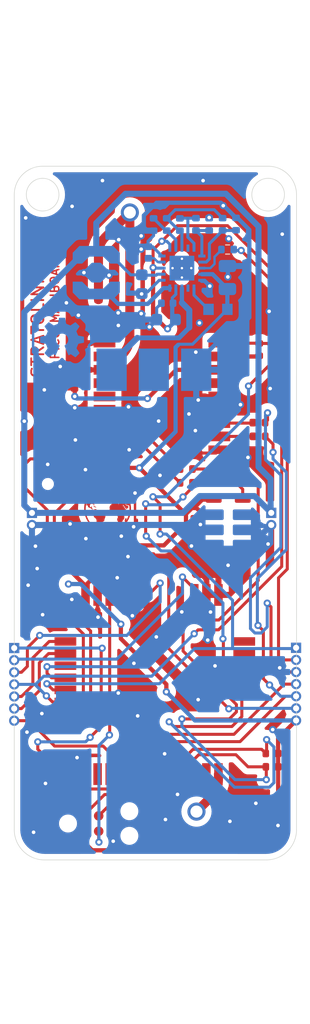
<source format=kicad_pcb>
(kicad_pcb (version 20240108) (generator "pcbnew") (generator_version "8.0")
  (title_block (title "PICO Mainboard") (date "2026-02-11") (company "Global pico-balloon telemetry system.") (comment 1 "Stratolink"))
  (layers (0 "F.Cu" signal) (31 "B.Cu" signal) (34 "B.Paste" user) (35 "F.Paste" user) (36 "B.SilkS" user "B.Silkscreen") (37 "F.SilkS" user "F.Silkscreen") (38 "B.Mask" user) (39 "F.Mask" user) (44 "Edge.Cuts" user))
  (net 0 "")
  (net 1 "GND")
  (net 2 "Net-(AE2-A)")
  (net 4 "SWCLK")
  (net 5 "RST")
  (net 6 "+3.3V")
  (net 7 "SWDIO")
  (net 8 "Net-(AE1-A)")
  (net 9 "Net-(U1-VREF_SAMP)")
  (net 10 "+SOLAR")
  (net 11 "VSTOR")
  (net 12 "Net-(U1-VBAT)")
  (net 13 "Net-(U3-VCC)")
  (net 14 "PA1")
  (net 15 "PA15")
  (net 16 "PA8")
  (net 17 "PB5")
  (net 18 "PB2")
  (net 19 "PA10")
  (net 20 "PA9")
  (net 21 "BOOT0")
  (net 22 "RX")
  (net 23 "RSTN")
  (net 24 "TX")
  (net 25 "Net-(U1-LBOOST)")
  (net 26 "Net-(U1-LBUCK)")
  (net 27 "PDM")
  (net 28 "Net-(U1-VBAT_OV)")
  (net 29 "Net-(U1-VRDIV)")
  (net 30 "Net-(U1-OK_HYST)")
  (net 31 "Net-(U1-OK_PROG)")
  (net 32 "Net-(U1-VOUT_SET)")
  (net 33 "SDA")
  (net 34 "SCL")
  (net 35 "Net-(U3-SCL)")
  (net 36 "Net-(U3-SDA)")
  (net 37 "Net-(U3-TXD)")
  (net 38 "Net-(U3-RXD)")
  (net 39 "CLK")
  (net 56 "Net-(MK1-CLK)")
  (net 58 "Net-(U1-VBAT_OK)")
  (footprint "Capacitor_SMD:C_0402_1005Metric" (layer "F.Cu") (at 58.306 47.267 90)
    (property "Reference" "C10" (hide yes))
    (property "Value" "100nF" (hide yes))
  )
  (footprint "lib:4269" (layer "F.Cu") (at 62.882 33.218 90)
    (property "Reference" "AE2" (hide yes))
    (property "Value" "Antenna" (hide yes))
  )
  (footprint "lib:SON125P500X300X100-8N" (layer "F.Cu") (at 71.023 58.808)
    (property "Reference" "U4" (hide yes))
    (property "Value" "~" (hide yes))
  )
  (footprint "Resistor_SMD:R_0402_1005Metric" (layer "F.Cu") (at 67.550999 54.408)
    (property "Reference" "R14" (hide yes))
    (property "Value" "0Ω" (hide yes))
  )
  (footprint "Resistor_SMD:R_0402_1005Metric" (layer "F.Cu") (at 74.642 77.899 180)
    (property "Reference" "R12" (hide yes))
    (property "Value" "4.7kΩ" (hide yes))
  )
  (footprint "Connector_PinHeader_1.00mm:PinHeader_1x07_P1.00mm_Vertical" (layer "F.Cu") (at 76.639 69.174)
    (property "Reference" "J4" (hide yes))
    (property "Value" "Conn_PinHeader_1x07_P2.54mm_Vertical_THT_D1mm" (hide yes))
  )
  (footprint "lib:RAK3172" (layer "F.Cu") (at 72.715 64.66 180)
    (property "Reference" "U2" (hide yes))
    (property "Value" "RAK3172" (hide yes))
  )
  (footprint "Capacitor_SMD:C_0402_1005Metric" (layer "F.Cu") (at 58.3055 53.914 -90)
    (property "Reference" "C13" (hide yes))
    (property "Value" "100nF" (hide yes))
  )
  (footprint "Resistor_SMD:R_0402_1005Metric" (layer "F.Cu") (at 58.2925 55.92 -90)
    (property "Reference" "R20" (hide yes))
    (property "Value" "33Ω" (hide yes))
  )
  (footprint "Capacitor_SMD:C_0603_1608Metric" (layer "F.Cu") (at 58.467002 61.430999 180)
    (property "Reference" "C8" (hide yes))
    (property "Value" "10μF" (hide yes))
  )
  (footprint "lib:XCVR_MAX-M10S-00B" (layer "F.Cu") (at 65.537 48.414 180)
    (property "Reference" "U3" (hide yes))
    (property "Value" "~" (hide yes))
  )
  (footprint "Capacitor_SMD:C_0402_1005Metric" (layer "F.Cu") (at 62.938002 62.698999 180)
    (property "Reference" "C9" (hide yes))
    (property "Value" "100nF" (hide yes))
  )
  (footprint "Resistor_SMD:R_0402_1005Metric" (layer "F.Cu") (at 61.198 62.074001 -90)
    (property "Reference" "R10" (hide yes))
    (property "Value" "10kΩ" (hide yes))
  )
  (footprint "Resistor_SMD:R_0402_1005Metric" (layer "F.Cu") (at 64.666999 62.062001 -90)
    (property "Reference" "R9" (hide yes))
    (property "Value" "0Ω" (hide yes))
  )
  (footprint "Resistor_SMD:R_0402_1005Metric" (layer "F.Cu") (at 74.648001 79.004996 180)
    (property "Reference" "R11" (hide yes))
    (property "Value" "4.7kΩ" (hide yes))
  )
  (footprint "Connector:Tag-Connect_TC2030-IDC-NL_2x03_P1.27mm_Vertical" (layer "F.Cu") (at 60.304 83.688)
    (property "Reference" "J20" (hide yes))
    (property "Value" "Conn_ARM_SWD_TagConnect_TC2030-NL" (hide yes))
  )
  (footprint "Resistor_SMD:R_0402_1005Metric" (layer "F.Cu") (at 67.552 55.547)
    (property "Reference" "R13" (hide yes))
    (property "Value" "0Ω" (hide yes))
  )
  (footprint "Resistor_SMD:R_0402_1005Metric" (layer "F.Cu") (at 73.578 51.71 180)
    (property "Reference" "R15" (hide yes))
    (property "Value" "33Ω" (hide yes))
  )
  (footprint "Resistor_SMD:R_0402_1005Metric" (layer "F.Cu") (at 73.583 44.545 90)
    (property "Reference" "R18" (hide yes))
    (property "Value" "10kΩ" (hide yes))
  )
  (footprint "lib:MIC_T3902" (layer "F.Cu") (at 56.0985 54.933)
    (property "Reference" "MK1" (hide yes))
    (property "Value" "T3902" (hide yes))
  )
  (footprint "Capacitor_SMD:C_0402_1005Metric" (layer "F.Cu") (at 58.477 62.720001 180)
    (property "Reference" "C7" (hide yes))
    (property "Value" "100nF" (hide yes))
  )
  (footprint "Connector_PinHeader_1.00mm:PinHeader_1x07_P1.00mm_Vertical" (layer "F.Cu") (at 53.312 69.194)
    (property "Reference" "J3" (hide yes))
    (property "Value" "Conn_PinHeader_1x07_P2.54mm_Vertical_THT_D1mm" (hide yes))
  )
  (footprint "lib:4269" (layer "F.Cu") (at 68.396 82.703 -90)
    (property "Reference" "AE1" (hide yes))
    (property "Value" "Antenna" (hide yes))
  )
  (footprint "Resistor_SMD:R_0402_1005Metric" (layer "F.Cu") (at 73.566 50.575 180)
    (property "Reference" "R16" (hide yes))
    (property "Value" "33Ω" (hide yes))
  )
  (footprint "Capacitor_SMD:C_0402_1005Metric" (layer "F.Cu") (at 68.212 58.003 90)
    (property "Reference" "C11" (hide yes))
    (property "Value" "100nF" (hide yes))
  )
  (footprint "Diode_SMD:D_SOD-523" (layer "F.Cu") (at 60.284 41.1215 90)
    (property "Reference" "D3" (hide yes))
    (property "Value" "ESD9B3.3ST5G" (hide yes))
  )
  (footprint "Capacitor_SMD:C_0402_1005Metric" (layer "F.Cu") (at 56.414 50.858 -90)
    (property "Reference" "R17" (hide yes))
    (property "Value" "~" (hide yes))
  )
  (footprint "Resistor_SMD:R_0402_1005Metric" (layer "B.Cu") (at 71.67 34.175 90)
    (property "Reference" "R7" (hide yes))
    (property "Value" "4.75MΩ" (hide yes))
  )
  (footprint "lib:DMF4B5R5G105M3DTA0" (layer "B.Cu") (at 64.875 64.707 180)
    (property "Reference" "C5" (hide yes))
    (property "Value" "1F" (hide yes))
  )
  (footprint "lib:INDC1608X90N" (layer "B.Cu") (at 70.172 41.22)
    (property "Reference" "L2" (hide yes))
    (property "Value" "10µH" (hide yes))
  )
  (footprint "Resistor_SMD:R_0402_1005Metric" (layer "B.Cu") (at 65.934 34.206 -90)
    (property "Reference" "R1" (hide yes))
    (property "Value" "8.25MΩ" (hide yes))
  )
  (footprint "Connector_PinHeader_1.00mm:PinHeader_1x02_P1.00mm_Vertical" (layer "B.Cu") (at 54.781 58.032 180)
    (property "Reference" "J2" (hide yes))
    (property "Value" "Conn_Header_JST_PH_1x02_P2mm_Vertical_SMD" (hide yes))
  )
  (footprint "Resistor_SMD:R_0402_1005Metric" (layer "B.Cu") (at 70.97 36.276)
    (property "Reference" "R8" (hide yes))
    (property "Value" "100kΩ" (hide yes))
  )
  (footprint "Capacitor_SMD:C_0603_1608Metric" (layer "B.Cu") (at 63.873 39.142 -90)
    (property "Reference" "C2" (hide yes))
    (property "Value" "4.7μF" (hide yes))
  )
  (footprint "Resistor_SMD:R_0402_1005Metric" (layer "B.Cu") (at 69.447 34.198 90)
    (property "Reference" "R5" (hide yes))
    (property "Value" "4.42MΩ" (hide yes))
  )
  (footprint "Connector_PinHeader_1.00mm:PinHeader_1x02_P1.00mm_Vertical" (layer "B.Cu") (at 74.583 58.028 180)
    (property "Reference" "J1" (hide yes))
    (property "Value" "Conn_Header_JST_PH_1x02_P2mm_Vertical_SMD" (hide yes))
  )
  (footprint "Capacitor_SMD:C_0402_1005Metric" (layer "B.Cu") (at 65.975 40.709998 180)
    (property "Reference" "C4" (hide yes))
    (property "Value" "0.1µF" (hide yes))
  )
  (footprint "lib:QFN50P350X350X100-21N" (layer "B.Cu") (at 67.190998 37.814999)
    (property "Reference" "U1" (hide yes))
    (property "Value" "~" (hide yes))
  )
  (footprint "Capacitor_SMD:C_0402_1005Metric" (layer "B.Cu") (at 64.422 36.521 -90)
    (property "Reference" "C1" (hide yes))
    (property "Value" "10nF" (hide yes))
  )
  (footprint "Resistor_SMD:R_0402_1005Metric" (layer "B.Cu") (at 70.557 34.194 -90)
    (property "Reference" "R6" (hide yes))
    (property "Value" "8.25MΩ" (hide yes))
  )
  (footprint "Capacitor_SMD:C_0805_2012Metric" (layer "B.Cu") (at 70.956 38.591 -90)
    (property "Reference" "C6" (hide yes))
    (property "Value" "22µF" (hide yes))
  )
  (footprint "Resistor_SMD:R_0402_1005Metric" (layer "B.Cu") (at 64.847 34.212001 -90)
    (property "Reference" "R2" (hide yes))
    (property "Value" "4.22MΩ" (hide yes))
  )
  (footprint "Capacitor_SMD:C_0603_1608Metric" (layer "B.Cu") (at 65.880998 42.066998 180)
    (property "Reference" "C3" (hide yes))
    (property "Value" "4.7μF" (hide yes))
  )
  (footprint "Resistor_SMD:R_0402_1005Metric" (layer "B.Cu") (at 68.354 34.198 -90)
    (property "Reference" "R3" (hide yes))
    (property "Value" "4.75MΩ" (hide yes))
  )
  (footprint "lib:IND_LPS4018-223MRC" (layer "B.Cu") (at 60.103 38.1865 90)
    (property "Reference" "L1" (hide yes))
    (property "Value" "22µH")
  )
  (footprint "Resistor_SMD:R_0402_1005Metric" (layer "B.Cu") (at 67.023 34.213001 90)
    (property "Reference" "R4" (hide yes))
    (property "Value" "3.65MΩ" (hide yes))
  )
  (gr_poly (pts (xy 60.61787 56.800092) (xy 60.619184 56.800297) (xy 60.6204 56.800613) (xy 60.621522 56.80103) (xy 60.622552 56.801543) (xy 60.623494 56.802144) (xy 60.624351 56.802826) (xy 60.625126 56.803583) (xy 60.62582 56.804408) (xy 60.626438 56.805293) (xy 60.626982 56.806231) (xy 60.627455 56.807216) (xy 60.62786 56.80824) (xy 60.6282 56.809297) (xy 60.628478 56.810379) (xy 60.628697 56.811481) (xy 60.628859 56.812593) (xy 60.628967 56.813711) (xy 60.629025 56.814826) (xy 60.629036 56.815931) (xy 60.629001 56.817021) (xy 60.628925 56.818087) (xy 60.62881 56.819123) (xy 60.628474 56.821076) (xy 60.628018 56.822825) (xy 60.627751 56.823605) (xy 60.627464 56.824313) (xy 60.626795 56.825698) (xy 60.625981 56.827166) (xy 60.625029 56.828709) (xy 60.623941 56.830316) (xy 60.622723 56.83198) (xy 60.62138 56.83369) (xy 60.619916 56.835437) (xy 60.618335 56.837212) (xy 60.616643 56.839006) (xy 60.614844 56.840809) (xy 60.612943 56.842612) (xy 60.610944 56.844405) (xy 60.608851 56.84618) (xy 60.606671 56.847927) (xy 60.604407 56.849637) (xy 60.602064 56.851301) (xy 60.602857 56.852095) (xy 60.600803 56.850142) (xy 60.598953 56.848158) (xy 60.597301 56.846147) (xy 60.595842 56.844115) (xy 60.594571 56.842068) (xy 60.593483 56.84001) (xy 60.592571 56.837947) (xy 60.591832 56.835885) (xy 60.591258 56.833828) (xy 60.590845 56.831783) (xy 60.590588 56.829754) (xy 60.590481 56.827747) (xy 60.590519 56.825768) (xy 60.590696 56.823821) (xy 60.591007 56.821912) (xy 60.591447 56.820047) (xy 60.59201 56.818231) (xy 60.592691 56.816468) (xy 60.593484 56.814766) (xy 60.594385 56.813128) (xy 60.595387 56.811561) (xy 60.596486 56.810069) (xy 60.597675 56.808659) (xy 60.59895 56.807335) (xy 60.600306 56.806102) (xy 60.601736 56.804968) (xy 60.603236 56.803935) (xy 60.6048 56.803011) (xy 60.606422 56.8022) (xy 60.608098 56.801508) (xy 60.609822 56.80094) (xy 60.611589 56.800501) (xy 60.613319 56.8002) (xy 60.614941 56.800036) (xy 60.616457 56.800002)) (stroke (width -0.000001)) (fill solid) (layer "F.Cu"))
  (gr_poly (pts (xy 61.029828 55.893888) (xy 61.045737 55.895948) (xy 61.0536 55.897497) (xy 61.061393 55.899423) (xy 61.069108 55.901751) (xy 61.076738 55.904506) (xy 61.084277 55.907712) (xy 61.091716 55.911394) (xy 61.09905 55.915576) (xy 61.10627 55.920282) (xy 61.11337 55.925537) (xy 61.120342 55.931365) (xy 61.12718 55.937791) (xy 61.133876 55.944839) (xy 61.134872 55.94607) (xy 61.135778 55.947382) (xy 61.136599 55.94877) (xy 61.137338 55.95023) (xy 61.137998 55.951759) (xy 61.138583 55.953353) (xy 61.139097 55.955008) (xy 61.139544 55.95672) (xy 61.140249 55.960301) (xy 61.140727 55.964065) (xy 61.141007 55.967983) (xy 61.141119 55.972024) (xy 61.141091 55.976159) (xy 61.140953 55.980356) (xy 61.140462 55.988817) (xy 61.139877 55.997167) (xy 61.139432 56.005163) (xy 61.170388 56.015482) (xy 61.171847 56.018961) (xy 61.173102 56.022404) (xy 61.174159 56.025812) (xy 61.175022 56.029185) (xy 61.175698 56.032526) (xy 61.176191 56.035834) (xy 61.176507 56.039111) (xy 61.176652 56.042358) (xy 61.17663 56.045576) (xy 61.176447 56.048766) (xy 61.176109 56.051929) (xy 61.175621 56.055066) (xy 61.174988 56.058178) (xy 61.174215 56.061266) (xy 61.172274 56.067374) (xy 61.169839 56.073398) (xy 61.166955 56.079347) (xy 61.163663 56.085228) (xy 61.160008 56.09105) (xy 61.156031 56.09682) (xy 61.151777 56.102548) (xy 61.147288 56.108241) (xy 61.142607 56.113907) (xy 61.140394 56.116819) (xy 61.138504 56.119891) (xy 61.136915 56.123112) (xy 61.135606 56.126469) (xy 61.134555 56.129952) (xy 61.13374 56.133547) (xy 61.133141 56.137244) (xy 61.132735 56.141031) (xy 61.132418 56.148827) (xy 61.132617 56.156839) (xy 61.133876 56.173141) (xy 61.135135 56.189182) (xy 61.135334 56.196869) (xy 61.135017 56.204209) (xy 61.134611 56.207719) (xy 61.134012 56.211106) (xy 61.133197 56.21436) (xy 61.132146 56.217468) (xy 61.130836 56.220419) (xy 61.129248 56.2232) (xy 61.127357 56.2258) (xy 61.125145 56.228207) (xy 61.122691 56.230382) (xy 61.120101 56.232302) (xy 61.117387 56.233984) (xy 61.114561 56.235444) (xy 61.111635 56.236697) (xy 61.108623 56.237758) (xy 61.105536 56.238643) (xy 61.102386 56.239369) (xy 61.09595 56.240404) (xy 61.089412 56.240988) (xy 61.082872 56.241246) (xy 61.076428 56.241304) (xy 61.064226 56.241323) (xy 61.058665 56.241534) (xy 61.053595 56.242048) (xy 61.051276 56.242458) (xy 61.049117 56.24299) (xy 61.04713 56.243661) (xy 61.045328 56.244485) (xy 61.043723 56.24548) (xy 61.042327 56.24666) (xy 61.041153 56.248041) (xy 61.040213 56.249638) (xy 61.044988 56.263938) (xy 61.046074 56.267464) (xy 61.047064 56.270944) (xy 61.04793 56.274366) (xy 61.048647 56.277717) (xy 61.049187 56.280985) (xy 61.049523 56.284156) (xy 61.049629 56.287217) (xy 61.049478 56.290157) (xy 61.049298 56.291577) (xy 61.049043 56.292962) (xy 61.048711 56.294309) (xy 61.048298 56.295619) (xy 61.047801 56.296888) (xy 61.047216 56.298115) (xy 61.04654 56.299299) (xy 61.04577 56.300438) (xy 61.03984 56.308058) (xy 61.033673 56.315165) (xy 61.027287 56.321795) (xy 61.020698 56.327986) (xy 61.013926 56.333772) (xy 61.006988 56.33919) (xy 60.992688 56.349068) (xy 60.97794 56.357909) (xy 60.962891 56.366002) (xy 60.932462 56.381103) (xy 60.91737 56.388691) (xy 60.902554 56.396688) (xy 60.888155 56.405386) (xy 60.87432 56.415073) (xy 60.867658 56.420378) (xy 60.861191 56.426039) (xy 60.854937 56.432093) (xy 60.848913 56.438574) (xy 60.843139 56.44552) (xy 60.837631 56.452967) (xy 60.832408 56.46095) (xy 60.827488 56.469507) (xy 60.817678 56.488036) (xy 60.812685 56.496994) (xy 60.810072 56.50142) (xy 60.807347 56.505821) (xy 60.804482 56.510204) (xy 60.801451 56.514574) (xy 60.798227 56.51894) (xy 60.794783 56.523309) (xy 60.791093 56.527686) (xy 60.78713 56.53208) (xy 60.782866 56.536497) (xy 60.778276 56.540945) (xy 60.77907 56.539357) (xy 60.774665 56.537211) (xy 60.770382 56.534943) (xy 60.766221 56.532554) (xy 60.762181 56.530049) (xy 60.758263 56.52743) (xy 60.754468 56.5247) (xy 60.750795 56.521862) (xy 60.747245 56.518918) (xy 60.743819 56.515872) (xy 60.740516 56.512727) (xy 60.737337 56.509485) (xy 60.734282 56.50615) (xy 60.731351 56.502724) (xy 60.728545 56.49921) (xy 60.725864 56.495611) (xy 60.723309 56.491931) (xy 60.718574 56.484335) (xy 60.714345 56.476446) (xy 60.710622 56.468288) (xy 60.707409 56.459883) (xy 60.704707 56.451255) (xy 60.702519 56.442427) (xy 60.700848 56.433422) (xy 60.699695 56.424263) (xy 60.691757 56.335363) (xy 60.691494 56.333146) (xy 60.691025 56.330685) (xy 60.69039 56.328014) (xy 60.689624 56.325169) (xy 60.686002 56.312742) (xy 60.685144 56.309548) (xy 60.684378 56.306388) (xy 60.683742 56.303299) (xy 60.683274 56.300314) (xy 60.68301 56.297469) (xy 60.682989 56.294798) (xy 60.68308 56.293539) (xy 60.683246 56.292337) (xy 60.683491 56.291196) (xy 60.68382 56.29012) (xy 60.691945 56.268185) (xy 60.7006 56.243524) (xy 60.704734 56.230483) (xy 60.70853 56.217133) (xy 60.71183 56.2036) (xy 60.714478 56.190008) (xy 60.716317 56.176481) (xy 60.71719 56.163143) (xy 60.717215 56.156584) (xy 60.716939 56.150119) (xy 60.716344 56.143764) (xy 60.715408 56.137534) (xy 60.714114 56.131444) (xy 60.712441 56.125511) (xy 60.710369 56.11975) (xy 60.707879 56.114175) (xy 60.704951 56.108804) (xy 60.701566 56.103651) (xy 60.697703 56.098733) (xy 60.693345 56.094063) (xy 60.690196 56.091246) (xy 60.686865 56.088735) (xy 60.683366 56.08651) (xy 60.679716 56.084551) (xy 60.675932 56.082838) (xy 60.67203 56.081353) (xy 60.668027 56.080074) (xy 60.663939 56.078982) (xy 60.655573 56.077282) (xy 60.647064 56.076093) (xy 60.630142 56.074617) (xy 60.614226 56.07329) (xy 60.606972 56.072287) (xy 60.600364 56.070846) (xy 60.597343 56.069913) (xy 60.594533 56.068811) (xy 60.59195 56.06752) (xy 60.58961 56.066022) (xy 60.58753 56.064295) (xy 60.585726 56.062321) (xy 60.584215 56.06008) (xy 60.583014 56.057551) (xy 60.582047 56.054962) (xy 60.581228 56.052547) (xy 60.58055 56.050299) (xy 60.580006 56.048212) (xy 60.57959 56.046278) (xy 60.579295 56.044491) (xy 60.579116 56.042844) (xy 60.579045 56.041329) (xy 60.579076 56.039939) (xy 60.579204 56.038668) (xy 60.579421 56.037509) (xy 60.579721 56.036455) (xy 60.580098 56.035498) (xy 60.580545 56.034631) (xy 60.581056 56.033849) (xy 60.581625 56.033143) (xy 60.582244 56.032507) (xy 60.582909 56.031934) (xy 60.583612 56.031417) (xy 60.584347 56.030948) (xy 60.585887 56.030129) (xy 60.587478 56.029423) (xy 60.59061 56.02812) (xy 60.592048 56.027413) (xy 60.593332 56.026595) (xy 60.698107 55.957539) (xy 60.700324 55.956117) (xy 60.70251 55.954823) (xy 60.704668 55.953652) (xy 60.7068 55.952596) (xy 60.708908 55.95165) (xy 60.710994 55.950806) (xy 60.715111 55.949403) (xy 60.719167 55.948334) (xy 60.72318 55.947548) (xy 60.727168 55.946996) (xy 60.731147 55.946624) (xy 60.739151 55.946221) (xy 60.747332 55.94593) (xy 60.751533 55.945698) (xy 60.755829 55.945341) (xy 60.76024 55.944807) (xy 60.764782 55.944045) (xy 60.771936 55.942492) (xy 60.779113 55.940553) (xy 60.786318 55.938289) (xy 60.793556 55.93576) (xy 60.808147 55.930148) (xy 60.822925 55.924201) (xy 60.837925 55.918403) (xy 60.845521 55.915711) (xy 60.853186 55.913237) (xy 60.860926 55.911043) (xy 60.868745 55.909188) (xy 60.876648 55.907733) (xy 60.884639 55.906739) (xy 60.916151 55.902646) (xy 60.948473 55.897958) (xy 60.964795 55.895879) (xy 60.981149 55.894237) (xy 60.997477 55.893228) (xy 61.013722 55.893046)) (stroke (width -0.000001)) (fill solid) (layer "F.Cu"))
  (gr_poly (pts (xy 60.410881 56.891564) (xy 60.412272 56.89193) (xy 60.413562 56.892528) (xy 60.414738 56.89337) (xy 60.415744 56.894412) (xy 60.416536 56.895593) (xy 60.417121 56.8969) (xy 60.417509 56.898318) (xy 60.417708 56.899834) (xy 60.417726 56.901434) (xy 60.417573 56.903104) (xy 60.417256 56.90483) (xy 60.416785 56.906597) (xy 60.416168 56.908392) (xy 60.415413 56.910201) (xy 60.414529 56.91201) (xy 60.413525 56.913806) (xy 60.412409 56.915573) (xy 60.41119 56.917298) (xy 60.409877 56.918968) (xy 60.408477 56.920568) (xy 60.407 56.922084) (xy 60.405454 56.923503) (xy 60.403848 56.92481) (xy 60.40219 56.925991) (xy 60.400488 56.927033) (xy 60.398753 56.927921) (xy 60.396991 56.928642) (xy 60.395211 56.929181) (xy 60.393423 56.929526) (xy 60.391635 56.92966) (xy 60.389855 56.929572) (xy 60.388091 56.929247) (xy 60.386354 56.92867) (xy 60.38465 56.927828) (xy 60.382988 56.926707) (xy 60.381859 56.925674) (xy 60.38099 56.924519) (xy 60.380372 56.923253) (xy 60.37999 56.921889) (xy 60.379833 56.920439) (xy 60.379887 56.918915) (xy 60.380141 56.917329) (xy 60.380582 56.915694) (xy 60.381198 56.914022) (xy 60.381975 56.912324) (xy 60.382902 56.910614) (xy 60.383965 56.908904) (xy 60.385153 56.907205) (xy 60.386453 56.905529) (xy 60.387852 56.90389) (xy 60.389338 56.902299) (xy 60.390899 56.900769) (xy 60.392522 56.899311) (xy 60.394194 56.897938) (xy 60.395902 56.896663) (xy 60.397636 56.895496) (xy 60.399381 56.894451) (xy 60.401125 56.89354) (xy 60.402857 56.892774) (xy 60.404563 56.892167) (xy 60.406231 56.89173) (xy 60.407848 56.891476) (xy 60.409402 56.891416)) (stroke (width -0.000001)) (fill solid) (layer "F.Cu"))
  (gr_poly (pts (xy 59.88572 57.458504) (xy 59.891879 57.458825) (xy 59.898404 57.459413) (xy 59.905264 57.460281) (xy 59.912427 57.461446) (xy 59.919864 57.462923) (xy 59.927543 57.464726) (xy 59.935434 57.466869) (xy 59.943506 57.46937) (xy 59.951728 57.472241) (xy 59.960069 57.475499) (xy 59.968498 57.479157) (xy 59.976985 57.483232) (xy 59.985498 57.487738) (xy 59.994008 57.49269) (xy 60.002482 57.498103) (xy 60.010891 57.503992) (xy 60.019203 57.510372) (xy 60.027388 57.517257) (xy 60.053979 57.540389) (xy 60.06333 57.548279) (xy 60.070449 57.55408) (xy 60.075634 57.558062) (xy 60.079181 57.560496) (xy 60.081388 57.561654) (xy 60.082083 57.561839) (xy 60.082554 57.561806) (xy 60.082839 57.56159) (xy 60.082976 57.561224) (xy 60.082951 57.560177) (xy 60.082753 57.557776) (xy 60.082889 57.557309) (xy 60.083174 57.556963) (xy 60.083645 57.556772) (xy 60.08434 57.55677) (xy 60.086548 57.557467) (xy 60.090095 57.559326) (xy 60.09212 57.560584) (xy 60.093886 57.561827) (xy 60.095405 57.563054) (xy 60.096688 57.564264) (xy 60.097746 57.565456) (xy 60.09859 57.566628) (xy 60.099232 57.567781) (xy 60.099682 57.568913) (xy 60.099952 57.570023) (xy 60.100052 57.571109) (xy 60.099995 57.572172) (xy 60.099792 57.573209) (xy 60.099453 57.57422) (xy 60.098989 57.575204) (xy 60.098413 57.57616) (xy 60.097734 57.577086) (xy 60.096965 57.577982) (xy 60.096117 57.578847) (xy 60.0952 57.57968) (xy 60.094226 57.58048) (xy 60.092152 57.581975) (xy 60.089983 57.583325) (xy 60.08781 57.584521) (xy 60.085721 57.585555) (xy 60.083807 57.58642) (xy 60.082157 57.587107) (xy 60.080074 57.587759) (xy 60.077995 57.588228) (xy 60.075922 57.588518) (xy 60.07386 57.588633) (xy 60.071812 57.588575) (xy 60.069781 57.588349) (xy 60.067771 57.587958) (xy 60.065786 57.587405) (xy 60.063829 57.586694) (xy 60.061903 57.585828) (xy 60.060011 57.584811) (xy 60.058159 57.583647) (xy 60.056348 57.582338) (xy 60.054582 57.580889) (xy 60.052865 57.579302) (xy 60.051201 57.577582) (xy 60.048567 57.574576) (xy 60.045878 57.571941) (xy 60.043138 57.569654) (xy 60.040352 57.56769) (xy 60.037526 57.566025) (xy 60.034664 57.564636) (xy 60.031771 57.563498) (xy 60.028852 57.562588) (xy 60.025912 57.561881) (xy 60.022957 57.561353) (xy 60.017017 57.560741) (xy 60.011073 57.560559) (xy 60.005163 57.560616) (xy 59.999328 57.560719) (xy 59.993608 57.560676) (xy 59.98804 57.560297) (xy 59.985326 57.55992) (xy 59.982666 57.559388) (xy 59.980063 57.558675) (xy 59.977524 57.557758) (xy 59.975052 57.556613) (xy 59.972654 57.555216) (xy 59.970333 57.553543) (xy 59.968096 57.551569) (xy 59.965946 57.549272) (xy 59.963888 57.546626) (xy 59.960373 57.541933) (xy 59.956825 57.537521) (xy 59.953247 57.533377) (xy 59.949644 57.529489) (xy 59.946021 57.525843) (xy 59.94238 57.522429) (xy 59.938727 57.519232) (xy 59.935065 57.51624) (xy 59.927732 57.510824) (xy 59.920412 57.50608) (xy 59.913139 57.501907) (xy 59.905945 57.498207) (xy 59.898862 57.494879) (xy 59.891924 57.491823) (xy 59.87861 57.486127) (xy 59.872299 57.483288) (xy 59.866263 57.48032) (xy 59.860534 57.477124) (xy 59.855145 57.473601) (xy 59.852949 57.471764) (xy 59.85155 57.469984) (xy 59.850918 57.468276) (xy 59.851021 57.466654) (xy 59.851829 57.465134) (xy 59.85331 57.463731) (xy 59.855434 57.46246) (xy 59.858171 57.461335) (xy 59.861489 57.460372) (xy 59.865357 57.459585) (xy 59.869745 57.45899) (xy 59.874623 57.458602) (xy 59.879958 57.458435)) (stroke (width -0.000001)) (fill solid) (layer "F.Cu"))
  (gr_poly (pts (xy 61.187718 56.352381) (xy 61.197364 56.353186) (xy 61.206409 56.354497) (xy 61.214614 56.356244) (xy 61.221737 56.358357) (xy 61.224818 56.359528) (xy 61.227539 56.360763) (xy 61.22994 56.362083) (xy 61.232089 56.363506) (xy 61.233994 56.365026) (xy 61.235664 56.366633) (xy 61.237106 56.36832) (xy 61.238329 56.37008) (xy 61.239342 56.371905) (xy 61.240152 56.373786) (xy 61.240768 56.375716) (xy 61.241198 56.377687) (xy 61.24145 56.379691) (xy 61.241533 56.38172) (xy 61.241455 56.383767) (xy 61.241225 56.385824) (xy 61.240849 56.387882) (xy 61.240338 56.389934) (xy 61.239699 56.391972) (xy 61.23894 56.393988) (xy 61.23807 56.395975) (xy 61.237096 56.397924) (xy 61.236028 56.399828) (xy 61.234874 56.401678) (xy 61.233641 56.403468) (xy 61.232338 56.405189) (xy 61.230974 56.406833) (xy 61.229557 56.408392) (xy 61.228094 56.409859) (xy 61.226595 56.411226) (xy 61.225067 56.412484) (xy 61.223519 56.413627) (xy 61.221959 56.414645) (xy 61.220395 56.415532) (xy 61.221189 56.415532) (xy 61.211887 56.420778) (xy 61.20718 56.423276) (xy 61.202436 56.425653) (xy 61.197655 56.42788) (xy 61.192837 56.429931) (xy 61.187981 56.431778) (xy 61.183088 56.433392) (xy 61.178158 56.434745) (xy 61.173191 56.43581) (xy 61.168187 56.436559) (xy 61.163145 56.436963) (xy 61.158067 56.436996) (xy 61.155513 56.436864) (xy 61.152951 56.436629) (xy 61.150379 56.436286) (xy 61.147798 56.435833) (xy 61.145207 56.435266) (xy 61.142607 56.434582) (xy 61.140076 56.433815) (xy 61.13769 56.433003) (xy 61.135443 56.432149) (xy 61.133332 56.431254) (xy 61.131351 56.43032) (xy 61.129497 56.429348) (xy 61.127765 56.428342) (xy 61.126149 56.427302) (xy 61.124647 56.426231) (xy 61.123253 56.42513) (xy 61.121962 56.424002) (xy 61.120771 56.422848) (xy 61.119675 56.42167) (xy 61.118669 56.42047) (xy 61.117749 56.419251) (xy 61.11691 56.418013) (xy 61.116147 56.416758) (xy 61.115457 56.41549) (xy 61.114835 56.414209) (xy 61.114276 56.412917) (xy 61.113329 56.410309) (xy 61.112581 56.407682) (xy 61.111996 56.405049) (xy 61.111538 56.402428) (xy 61.110857 56.397276) (xy 61.110766 56.392384) (xy 61.111217 56.387823) (xy 61.11218 56.383583) (xy 61.113624 56.379657) (xy 61.115521 56.376034) (xy 61.117839 56.372707) (xy 61.120548 56.369666) (xy 61.123619 56.366903) (xy 61.127022 56.364408) (xy 61.130725 56.362172) (xy 61.1347 56.360188) (xy 61.138916 56.358446) (xy 61.143343 56.356937) (xy 61.147951 56.355652) (xy 61.15271 56.354582) (xy 61.157589 56.353719) (xy 61.16256 56.353054) (xy 61.16759 56.352577) (xy 61.177714 56.352155)) (stroke (width -0.000001)) (fill solid) (layer "F.Cu"))
  (gr_poly (pts (xy 61.399469 56.593045) (xy 61.400477 56.593531) (xy 61.402775 56.595098) (xy 61.40534 56.597251) (xy 61.410733 56.602311) (xy 61.415587 56.606702) (xy 61.417478 56.608018) (xy 61.41823 56.608347) (xy 61.418832 56.608413) (xy 61.419371 56.608358) (xy 61.419945 56.608338) (xy 61.421188 56.608407) (xy 61.422543 56.608616) (xy 61.423991 56.608959) (xy 61.425514 56.609433) (xy 61.427092 56.610032) (xy 61.428707 56.610752) (xy 61.430341 56.611588) (xy 61.431975 56.612536) (xy 61.433591 56.613591) (xy 61.435169 56.614749) (xy 61.436691 56.616004) (xy 61.438139 56.617352) (xy 61.439494 56.618788) (xy 61.440131 56.619538) (xy 61.440738 56.620308) (xy 61.441312 56.621098) (xy 61.441851 56.621907) (xy 61.446948 56.630133) (xy 61.452123 56.638154) (xy 61.457377 56.645989) (xy 61.462711 56.653657) (xy 61.473635 56.668565) (xy 61.484912 56.683026) (xy 61.496561 56.697189) (xy 61.5086 56.711204) (xy 61.521049 56.725219) (xy 61.533926 56.739382) (xy 61.539824 56.745921) (xy 61.544497 56.751326) (xy 61.548062 56.755707) (xy 61.550632 56.759176) (xy 61.552323 56.761846) (xy 61.552875 56.762916) (xy 61.55325 56.763827) (xy 61.553463 56.764595) (xy 61.553529 56.765232) (xy 61.553461 56.765753) (xy 61.553274 56.766171) (xy 61.552982 56.766501) (xy 61.5526 56.766757) (xy 61.551623 56.767101) (xy 61.549218 56.767511) (xy 61.548021 56.767799) (xy 61.547474 56.768013) (xy 61.546981 56.768292) (xy 61.546556 56.76865) (xy 61.546213 56.769101) (xy 61.545967 56.769659) (xy 61.545832 56.770338) (xy 61.545336 56.773552) (xy 61.544458 56.776644) (xy 61.543221 56.779614) (xy 61.541648 56.78246) (xy 61.539761 56.785183) (xy 61.537584 56.787781) (xy 61.53514 56.790254) (xy 61.53245 56.7926) (xy 61.529538 56.794821) (xy 61.526427 56.796913) (xy 61.52314 56.798878) (xy 61.519699 56.800713) (xy 61.516127 56.802419) (xy 61.512447 56.803995) (xy 61.504855 56.806752) (xy 61.497104 56.808978) (xy 61.489378 56.810669) (xy 61.481859 56.811818) (xy 61.47473 56.812419) (xy 61.468172 56.812467) (xy 61.465165 56.812282) (xy 61.462369 56.811956) (xy 61.459808 56.811489) (xy 61.457503 56.810879) (xy 61.455479 56.810127) (xy 61.453757 56.809232) (xy 61.453757 56.810026) (xy 61.452461 56.808906) (xy 61.451529 56.807493) (xy 61.450929 56.805805) (xy 61.450629 56.803862) (xy 61.450597 56.801681) (xy 61.450803 56.799282) (xy 61.451798 56.793903) (xy 61.458916 56.767362) (xy 61.460214 56.760215) (xy 61.460616 56.756667) (xy 61.460811 56.753161) (xy 61.460768 56.749716) (xy 61.460455 56.746349) (xy 61.45984 56.74308) (xy 61.458892 56.739928) (xy 61.457578 56.73691) (xy 61.455868 56.734046) (xy 61.45373 56.731354) (xy 61.451131 56.728853) (xy 61.44804 56.726561) (xy 61.444426 56.724496) (xy 61.440257 56.722679) (xy 61.435501 56.721126) (xy 61.422801 56.74851) (xy 61.421144 56.75163) (xy 61.41944 56.754566) (xy 61.41768 56.757283) (xy 61.415856 56.759747) (xy 61.413956 56.761922) (xy 61.411974 56.763775) (xy 61.410948 56.764569) (xy 61.409898 56.765269) (xy 61.408822 56.76587) (xy 61.40772 56.76637) (xy 61.405195 56.767231) (xy 61.402148 56.768013) (xy 61.398668 56.768693) (xy 61.394846 56.769247) (xy 61.390773 56.769652) (xy 61.38654 56.769886) (xy 61.382236 56.769924) (xy 61.377954 56.769743) (xy 61.373783 56.769321) (xy 61.369815 56.768633) (xy 61.36614 56.767657) (xy 61.36444 56.767054) (xy 61.362848 56.76637) (xy 61.361374 56.765602) (xy 61.360031 56.764747) (xy 61.358828 56.763803) (xy 61.357779 56.762767) (xy 61.356893 56.761635) (xy 61.356182 56.760405) (xy 61.355658 56.759074) (xy 61.355332 56.757638) (xy 61.354935 56.754201) (xy 61.355057 56.750876) (xy 61.35566 56.747647) (xy 61.356704 56.744501) (xy 61.358151 56.741424) (xy 61.359963 56.738401) (xy 61.362099 56.735419) (xy 61.364522 56.732462) (xy 61.370073 56.726569) (xy 61.376303 56.720608) (xy 61.389563 56.708029) (xy 61.395971 56.701183) (xy 61.398984 56.69757) (xy 61.401818 56.693813) (xy 61.404433 56.689896) (xy 61.406792 56.685806) (xy 61.408856 56.681528) (xy 61.410585 56.677048) (xy 61.41194 56.672352) (xy 61.412884 56.667425) (xy 61.413377 56.662253) (xy 61.41338 56.656823) (xy 61.412854 56.651119) (xy 61.411762 56.645128) (xy 61.410063 56.638835) (xy 61.40772 56.632226) (xy 61.403074 56.620064) (xy 61.399765 56.610497) (xy 61.397658 56.603274) (xy 61.397014 56.600463) (xy 61.39662 56.598144) (xy 61.396459 56.596286) (xy 61.396516 56.594856) (xy 61.396773 56.593824) (xy 61.397213 56.593159) (xy 61.397821 56.592828) (xy 61.398578 56.5928)) (stroke (width -0.000001)) (fill solid) (layer "F.Cu"))
  (gr_poly (pts (xy 61.10621 55.747432) (xy 61.186342 55.752141) (xy 61.265812 55.759709) (xy 61.344566 55.770184) (xy 61.42255 55.783613) (xy 61.499711 55.800044) (xy 61.575995 55.819526) (xy 61.651349 55.842104) (xy 61.725719 55.867828) (xy 61.799052 55.896745) (xy 61.871294 55.928902) (xy 61.942393 55.964347) (xy 62.012294 56.003128) (xy 62.080943 56.045293) (xy 62.148288 56.090889) (xy 62.187224 56.119128) (xy 62.22544 56.14818) (xy 62.262927 56.178039) (xy 62.299671 56.208699) (xy 62.335663 56.240154) (xy 62.370889 56.272399) (xy 62.405338 56.305427) (xy 62.438999 56.339233) (xy 62.47186 56.373812) (xy 62.50391 56.409156) (xy 62.535136 56.445261) (xy 62.565528 56.482121) (xy 62.595073 56.519729) (xy 62.62376 56.55808) (xy 62.651577 56.597169) (xy 62.678513 56.636989) (xy 62.710486 56.687237) (xy 62.740376 56.738043) (xy 62.768256 56.789519) (xy 62.794202 56.841776) (xy 62.818287 56.894927) (xy 62.840587 56.949081) (xy 62.861175 57.004352) (xy 62.880126 57.060851) (xy 62.894293 57.107741) (xy 62.907327 57.155201) (xy 62.919232 57.20317) (xy 62.930008 57.251587) (xy 62.939659 57.30039) (xy 62.948187 57.349517) (xy 62.955594 57.398908) (xy 62.961882 57.448499) (xy 62.967054 57.49823) (xy 62.971113 57.548039) (xy 62.974059 57.597864) (xy 62.975897 57.647644) (xy 62.976627 57.697316) (xy 62.976253 57.74682) (xy 62.974777 57.796094) (xy 62.972201 57.845077) (xy 62.968016 57.8988) (xy 62.962311 57.952208) (xy 62.955093 58.005281) (xy 62.946367 58.058) (xy 62.936138 58.110347) (xy 62.924413 58.162304) (xy 62.911197 58.213851) (xy 62.896497 58.26497) (xy 62.880318 58.315643) (xy 62.862665 58.365851) (xy 62.843545 58.415575) (xy 62.822963 58.464797) (xy 62.800926 58.513498) (xy 62.777439 58.561659) (xy 62.752508 58.609262) (xy 62.726138 58.656289) (xy 62.686792 58.721645) (xy 62.645473 58.785484) (xy 62.62404 58.816803) (xy 62.602071 58.847705) (xy 62.579554 58.878177) (xy 62.556474 58.908205) (xy 62.532818 58.937778) (xy 62.50857 58.966882) (xy 62.483718 58.995505) (xy 62.458248 59.023634) (xy 62.432145 59.051256) (xy 62.405395 59.078358) (xy 62.377985 59.104927) (xy 62.349901 59.130951) (xy 62.349901 59.129363) (xy 62.286652 59.184402) (xy 62.221113 59.23693) (xy 62.153414 59.286838) (xy 62.083684 59.334014) (xy 62.012052 59.378349) (xy 61.938647 59.419732) (xy 61.863597 59.458052) (xy 61.787033 59.493199) (xy 61.709082 59.525062) (xy 61.629875 59.553531) (xy 61.54954 59.578496) (xy 61.468206 59.599846) (xy 61.386002 59.617471) (xy 61.303058 59.63126) (xy 61.219502 59.641103) (xy 61.135463 59.646888) (xy 61.081707 59.648353) (xy 61.028667 59.648042) (xy 60.976166 59.646037) (xy 60.924028 59.642424) (xy 60.872076 59.637284) (xy 60.820134 59.630703) (xy 60.768024 59.622764) (xy 60.71557 59.613551) (xy 60.646419 59.599452) (xy 60.578004 59.583064) (xy 60.510373 59.564404) (xy 60.443574 59.54349) (xy 60.377653 59.520338) (xy 60.312659 59.494967) (xy 60.24864 59.467394) (xy 60.185642 59.437636) (xy 60.123715 59.405711) (xy 60.062904 59.371635) (xy 60.003259 59.335428) (xy 59.944826 59.297105) (xy 59.887654 59.256685) (xy 59.83179 59.214185) (xy 59.777281 59.169622) (xy 59.724176 59.123013) (xy 59.688373 59.089513) (xy 59.65359 59.055109) (xy 59.619822 59.019828) (xy 59.587068 58.983698) (xy 59.555323 58.946744) (xy 59.524584 58.908994) (xy 59.494846 58.870474) (xy 59.466108 58.831211) (xy 59.438365 58.791232) (xy 59.411614 58.750563) (xy 59.385851 58.709232) (xy 59.361073 58.667265) (xy 59.337276 58.624688) (xy 59.314457 58.581529) (xy 59.292612 58.537814) (xy 59.271739 58.49357) (xy 59.247638 58.438978) (xy 59.225603 58.38441) (xy 59.20558 58.329815) (xy 59.187514 58.27514) (xy 59.17135 58.220334) (xy 59.157034 58.165348) (xy 59.14451 58.110129) (xy 59.133725 58.054626) (xy 59.124624 57.998788) (xy 59.117151 57.942565) (xy 59.111253 57.885904) (xy 59.106874 57.828755) (xy 59.103961 57.771066) (xy 59.102457 57.712786) (xy 59.102431 57.702237) (xy 59.227662 57.702237) (xy 59.228172 57.756468) (xy 59.230379 57.810837) (xy 59.234258 57.865267) (xy 59.239784 57.919679) (xy 59.24693 57.973992) (xy 59.255672 58.028129) (xy 59.265984 58.08201) (xy 59.277839 58.135557) (xy 59.291213 58.188689) (xy 59.30608 58.241329) (xy 59.322414 58.293396) (xy 59.34019 58.344812) (xy 59.359382 58.395498) (xy 59.379965 58.445375) (xy 59.401913 58.494364) (xy 59.434648 58.560575) (xy 59.470275 58.624934) (xy 59.508693 58.687393) (xy 59.549799 58.747905) (xy 59.593491 58.806421) (xy 59.639666 58.862895) (xy 59.688223 58.917277) (xy 59.739059 58.969522) (xy 59.792071 59.019581) (xy 59.847157 59.067406) (xy 59.904216 59.11295) (xy 59.963144 59.156165) (xy 60.02384 59.197003) (xy 60.0862 59.235418) (xy 60.150123 59.27136) (xy 60.215507 59.304782) (xy 60.216839 59.305358) (xy 60.218425 59.305886) (xy 60.220219 59.306359) (xy 60.222179 59.306767) (xy 60.22426 59.3071) (xy 60.226418 59.30735) (xy 60.228608 59.307506) (xy 60.230787 59.307561) (xy 60.232909 59.307503) (xy 60.234932 59.307325) (xy 60.236811 59.307016) (xy 60.238501 59.306568) (xy 60.239262 59.306289) (xy 60.239959 59.305971) (xy 60.240586 59.305614) (xy 60.241139 59.305216) (xy 60.241612 59.304777) (xy 60.241999 59.304294) (xy 60.242295 59.303767) (xy 60.242494 59.303195) (xy 60.242755 59.301942) (xy 60.242945 59.300578) (xy 60.243068 59.299121) (xy 60.243127 59.297589) (xy 60.243125 59.296001) (xy 60.243066 59.294377) (xy 60.242954 59.292733) (xy 60.242792 59.29109) (xy 60.242583 59.289465) (xy 60.242332 59.287878) (xy 60.24204 59.286346) (xy 60.241713 59.284889) (xy 60.241353 59.283525) (xy 60.240964 59.282272) (xy 60.24055 59.28115) (xy 60.240113 59.280176) (xy 60.226779 59.256609) (xy 60.214443 59.232656) (xy 60.203079 59.208341) (xy 60.192662 59.183686) (xy 60.183165 59.158714) (xy 60.174564 59.13345) (xy 60.166832 59.107916) (xy 60.159944 59.082135) (xy 60.153875 59.056131) (xy 60.148599 59.029928) (xy 60.144091 59.003547) (xy 60.140324 58.977013) (xy 60.137273 58.950349) (xy 60.134913 58.923578) (xy 60.133218 58.896723) (xy 60.132163 58.869807) (xy 60.126607 58.656288) (xy 60.125789 58.642098) (xy 60.12423 58.628121) (xy 60.121934 58.614383) (xy 60.118905 58.600912) (xy 60.115145 58.587734) (xy 60.110659 58.574875) (xy 60.105449 58.562363) (xy 60.09952 58.550224) (xy 60.092875 58.538485) (xy 60.085516 58.527172) (xy 60.077449 58.516314) (xy 60.068675 58.505935) (xy 60.0592 58.496063) (xy 60.049025 58.486725) (xy 60.038156 58.477948) (xy 60.026594 58.469757) (xy 60.015262 58.462054) (xy 60.004612 58.45428) (xy 59.994613 58.446442) (xy 59.985237 58.438547) (xy 59.976453 58.430603) (xy 59.968232 58.422618) (xy 59.960544 58.4146) (xy 59.953358 58.406555) (xy 59.940378 58.390417) (xy 59.929051 58.374266) (xy 59.919141 58.35816) (xy 59.910409 58.342162) (xy 59.902616 58.326331) (xy 59.895525 58.310728) (xy 59.882491 58.280448) (xy 59.876073 58.265892) (xy 59.869402 58.251805) (xy 59.862241 58.238248) (xy 59.854351 58.225282) (xy 59.846501 58.212443) (xy 59.839629 58.199253) (xy 59.833743 58.185751) (xy 59.828851 58.171977) (xy 59.824965 58.157971) (xy 59.822092 58.143771) (xy 59.820243 58.129418) (xy 59.819426 58.114951) (xy 59.81965 58.10041) (xy 59.820926 58.085834) (xy 59.823263 58.071262) (xy 59.826669 58.056735) (xy 59.831154 58.042291) (xy 59.836727 58.02797) (xy 59.843398 58.013813) (xy 59.851176 57.999857) (xy 59.86575 57.975239) (xy 59.87158 57.96499) (xy 59.876538 57.955904) (xy 59.880702 57.947822) (xy 59.884146 57.940587) (xy 59.886945 57.93404) (xy 59.889176 57.928023) (xy 59.890914 57.922379) (xy 59.892235 57.916948) (xy 59.893214 57.911573) (xy 59.893927 57.906096) (xy 59.894855 57.894202) (xy 59.895626 57.880001) (xy 59.895742 57.872048) (xy 59.895225 57.864689) (xy 59.894115 57.857894) (xy 59.892454 57.851635) (xy 59.890282 57.845883) (xy 59.887641 57.840608) (xy 59.884572 57.83578) (xy 59.881115 57.831372) (xy 59.877312 57.827352) (xy 59.873203 57.823694) (xy 59.868829 57.820366) (xy 59.864232 57.81734) (xy 59.859453 57.814587) (xy 59.854532 57.812077) (xy 59.844429 57.807671) (xy 59.806552 57.793941) (xy 59.802779 57.792181) (xy 59.799356 57.790314) (xy 59.796324 57.788311) (xy 59.793725 57.786142) (xy 59.791599 57.783778) (xy 59.789987 57.78119) (xy 59.78893 57.778349) (xy 59.788469 57.775226) (xy 59.788299 57.769149) (xy 59.788372 57.763965) (xy 59.78867 57.759599) (xy 59.788898 57.7577) (xy 59.789176 57.755978) (xy 59.789502 57.754423) (xy 59.789873 57.753026) (xy 59.790288 57.751778) (xy 59.790744 57.750669) (xy 59.791238 57.749691) (xy 59.79177 57.748834) (xy 59.792336 57.748088) (xy 59.792934 57.747445) (xy 59.793563 57.746894) (xy 59.79422 57.746428) (xy 59.795609 57.745708) (xy 59.797083 57.745212) (xy 59.798627 57.744865) (xy 59.80185 57.744319) (xy 59.803495 57.743972) (xy 59.805138 57.743476) (xy 59.808263 57.742592) (xy 59.811243 57.742012) (xy 59.814087 57.741719) (xy 59.816804 57.741696) (xy 59.819403 57.741927) (xy 59.821894 57.742395) (xy 59.824283 57.743082) (xy 59.826582 57.743972) (xy 59.828798 57.745048) (xy 59.83094 57.746294) (xy 59.833017 57.747691) (xy 59.835039 57.749225) (xy 59.837013 57.750876) (xy 59.838949 57.75263) (xy 59.842742 57.756375) (xy 59.850259 57.764343) (xy 59.854126 57.768297) (xy 59.858158 57.772051) (xy 59.860259 57.773811) (xy 59.862428 57.77547) (xy 59.864674 57.777012) (xy 59.867006 57.77842) (xy 59.869432 57.779676) (xy 59.871963 57.780764) (xy 59.874605 57.781668) (xy 59.877369 57.78237) (xy 59.884649 57.780232) (xy 59.89148 57.777855) (xy 59.897897 57.775264) (xy 59.903934 57.772484) (xy 59.909626 57.76954) (xy 59.915008 57.766459) (xy 59.920116 57.763265) (xy 59.924982 57.759984) (xy 59.959423 57.733653) (xy 59.963688 57.730733) (xy 59.96806 57.727981) (xy 59.972573 57.725421) (xy 59.977263 57.723079) (xy 59.982163 57.720981) (xy 59.98731 57.719151) (xy 59.992736 57.717617) (xy 59.998478 57.716402) (xy 60.00457 57.715532) (xy 60.011047 57.715033) (xy 60.017943 57.714931) (xy 60.025294 57.71525) (xy 60.033133 57.716016) (xy 60.041496 57.717255) (xy 60.050418 57.718991) (xy 60.059932 57.721251) (xy 60.09229 57.729809) (xy 60.103757 57.733083) (xy 60.112518 57.735836) (xy 60.118897 57.73818) (xy 60.123221 57.740227) (xy 60.125815 57.742087) (xy 60.126565 57.742982) (xy 60.127004 57.743873) (xy 60.127173 57.744773) (xy 60.127114 57.745696) (xy 60.126471 57.747668) (xy 60.124226 57.752505) (xy 60.123275 57.755593) (xy 60.122874 57.759276) (xy 60.122981 57.761376) (xy 60.123347 57.763667) (xy 60.124013 57.766162) (xy 60.125019 57.768876) (xy 60.126267 57.771636) (xy 60.127627 57.774263) (xy 60.129094 57.776757) (xy 60.130664 57.779119) (xy 60.132332 57.78135) (xy 60.134094 57.783451) (xy 60.135945 57.785424) (xy 60.137881 57.787269) (xy 60.139897 57.788987) (xy 60.141988 57.790579) (xy 60.144151 57.792047) (xy 60.146381 57.793391) (xy 60.148673 57.794612) (xy 60.151022 57.795712) (xy 60.153425 57.796691) (xy 60.155876 57.79755) (xy 60.158372 57.798291) (xy 60.160907 57.798914) (xy 60.163478 57.799421) (xy 60.166079 57.799812) (xy 60.168706 57.800089) (xy 60.171355 57.800252) (xy 60.174021 57.800302) (xy 60.1767 57.800241) (xy 60.179387 57.80007) (xy 60.182077 57.799789) (xy 60.184767 57.7994) (xy 60.187451 57.798903) (xy 60.190126 57.7983) (xy 60.192786 57.797592) (xy 60.195427 57.796779) (xy 60.198044 57.795863) (xy 60.207951 57.79239) (xy 60.217727 57.789695) (xy 60.227373 57.787755) (xy 60.236889 57.786549) (xy 60.246274 57.786055) (xy 60.255529 57.78625) (xy 60.264654 57.787113) (xy 60.273649 57.78862) (xy 60.282514 57.790752) (xy 60.291248 57.793484) (xy 60.299852 57.796795) (xy 60.308326 57.800663) (xy 60.31667 57.805066) (xy 60.324883 57.809982) (xy 60.332966 57.815388) (xy 60.340919 57.821263) (xy 60.359582 57.835377) (xy 60.378449 57.849342) (xy 60.397204 57.863456) (xy 60.415532 57.878017) (xy 60.424436 57.885557) (xy 60.433115 57.893321) (xy 60.441529 57.901345) (xy 60.449638 57.909667) (xy 60.457403 57.918324) (xy 60.464785 57.927353) (xy 60.471743 57.936791) (xy 60.478238 57.946676) (xy 60.484748 57.956915) (xy 60.491769 57.967347) (xy 60.499293 57.977905) (xy 60.507309 57.988521) (xy 60.51581 57.999128) (xy 60.524784 58.009658) (xy 60.534224 58.020044) (xy 60.54412 58.030218) (xy 60.554462 58.040113) (xy 60.565241 58.049662) (xy 60.576448 58.058796) (xy 60.588073 58.06745) (xy 60.600108 58.075554) (xy 60.612543 58.083043) (xy 60.625369 58.089847) (xy 60.638576 58.095901) (xy 60.66046 58.10528) (xy 60.682083 58.114976) (xy 60.703483 58.125006) (xy 60.724698 58.13539) (xy 60.745763 58.146146) (xy 60.766717 58.157292) (xy 60.787596 58.168848) (xy 60.808438 58.180832) (xy 60.818148 58.186667) (xy 60.826509 58.192016) (xy 60.833623 58.196951) (xy 60.839593 58.201544) (xy 60.842181 58.203735) (xy 60.844521 58.205867) (xy 60.846627 58.20795) (xy 60.84851 58.209993) (xy 60.850184 58.212004) (xy 60.851662 58.213993) (xy 60.852956 58.215969) (xy 60.854079 58.21794) (xy 60.855044 58.219916) (xy 60.855863 58.221905) (xy 60.85655 58.223917) (xy 60.857118 58.225961) (xy 60.857944 58.23018) (xy 60.858445 58.234633) (xy 60.858722 58.239394) (xy 60.858879 58.244534) (xy 60.859238 58.256238) (xy 60.859783 58.275178) (xy 60.859802 58.292904) (xy 60.859327 58.309492) (xy 60.85839 58.325017) (xy 60.857024 58.339555) (xy 60.85526 58.353179) (xy 60.853131 58.365967) (xy 60.850668 58.377992) (xy 60.844872 58.400056) (xy 60.838128 58.419972) (xy 60.830693 58.438342) (xy 60.822825 58.455767) (xy 60.806815 58.490185) (xy 60.799187 58.508381) (xy 60.792154 58.528036) (xy 60.785972 58.549751) (xy 60.78328 58.561569) (xy 60.780897 58.574127) (xy 60.778856 58.587502) (xy 60.777188 58.601767) (xy 60.775925 58.616998) (xy 60.775101 58.63327) (xy 60.774762 58.638511) (xy 60.774196 58.643665) (xy 60.773409 58.64873) (xy 60.772406 58.653702) (xy 60.771193 58.65858) (xy 60.769774 58.663358) (xy 60.768156 58.668036) (xy 60.766345 58.67261) (xy 60.764344 58.677076) (xy 60.762162 58.681433) (xy 60.759801 58.685677) (xy 60.757269 58.689806) (xy 60.754571 58.693815) (xy 60.751712 58.697704) (xy 60.745533 58.705104) (xy 60.738778 58.711983) (xy 60.731491 58.718319) (xy 60.723715 58.724086) (xy 60.715495 58.729264) (xy 60.706875 58.733827) (xy 60.697899 58.737753) (xy 60.688612 58.741019) (xy 60.679057 58.743601) (xy 60.674427 58.74481) (xy 60.670196 58.746208) (xy 60.666339 58.747794) (xy 60.66283 58.749572) (xy 60.659645 58.751544) (xy 60.656759 58.753709) (xy 60.654147 58.756072) (xy 60.651784 58.758632) (xy 60.649646 58.761393) (xy 60.647707 58.764355) (xy 60.645943 58.767521) (xy 60.644329 58.770892) (xy 60.64284 58.77447) (xy 60.64145 58.778257) (xy 60.640137 58.782254) (xy 60.638873 58.786463) (xy 60.636398 58.795526) (xy 60.633827 58.805457) (xy 60.63096 58.816273) (xy 60.6276 58.827986) (xy 60.625672 58.834184) (xy 60.623546 58.840611) (xy 60.621197 58.84727) (xy 60.6186 58.854162) (xy 60.615731 58.861288) (xy 60.612564 58.868651) (xy 60.609075 58.876253) (xy 60.605238 58.884095) (xy 60.597604 58.898744) (xy 60.590707 58.910984) (xy 60.58445 58.921032) (xy 60.581531 58.925301) (xy 60.578734 58.929103) (xy 60.576048 58.932463) (xy 60.57346 58.93541) (xy 60.570958 58.93797) (xy 60.568529 58.94017) (xy 60.566161 58.942037) (xy 60.563842 58.943598) (xy 60.561559 58.944879) (xy 60.5593 58.945908) (xy 60.557053 58.946711) (xy 60.554805 58.947316) (xy 60.550257 58.948036) (xy 60.545558 58.948285) (xy 60.540609 58.948277) (xy 60.535312 58.948226) (xy 60.529567 58.948349) (xy 60.523275 58.948861) (xy 60.516338 58.949976) (xy 60.51216 58.95094) (xy 60.508528 58.952041) (xy 60.505403 58.953275) (xy 60.502747 58.954633) (xy 60.500518 58.95611) (xy 60.498679 58.957699) (xy 60.49719 58.959393) (xy 60.496011 58.961187) (xy 60.495102 58.963075) (xy 60.494426 58.965048) (xy 60.493941 58.967103) (xy 60.493609 58.96923) (xy 60.493246 58.973682) (xy 60.493022 58.978352) (xy 60.49262 58.98319) (xy 60.492255 58.985656) (xy 60.491727 58.988144) (xy 60.490998 58.990649) (xy 60.490027 58.993163) (xy 60.488776 58.995681) (xy 60.487205 58.998196) (xy 60.485275 59.000702) (xy 60.482946 59.003192) (xy 60.480179 59.00566) (xy 60.476934 59.008099) (xy 60.473173 59.010504) (xy 60.468856 59.012867) (xy 60.463942 59.015183) (xy 60.458394 59.017445) (xy 60.451799 59.020091) (xy 60.445973 59.02282) (xy 60.440873 59.025633) (xy 60.436455 59.028528) (xy 60.432673 59.031504) (xy 60.429484 59.034563) (xy 60.426845 59.037702) (xy 60.42471 59.040922) (xy 60.423035 59.044222) (xy 60.421776 59.047603) (xy 60.42089 59.051062) (xy 60.420332 59.0546) (xy 60.420057 59.058217) (xy 60.420021 59.061912) (xy 60.420493 59.069534) (xy 60.422366 59.085696) (xy 60.42306 59.094229) (xy 60.423192 59.098607) (xy 60.423122 59.103058) (xy 60.422805 59.107583) (xy 60.422198 59.11218) (xy 60.421256 59.11685) (xy 60.419935 59.121592) (xy 60.41819 59.126405) (xy 60.415978 59.131289) (xy 60.413255 59.136244) (xy 60.409976 59.14127) (xy 60.406586 59.146274) (xy 60.403553 59.15117) (xy 60.400869 59.15596) (xy 60.398522 59.160647) (xy 60.396503 59.165233) (xy 60.394802 59.169721) (xy 60.393409 59.174114) (xy 60.392315 59.178415) (xy 60.391508 59.182626) (xy 60.390981 59.18675) (xy 60.390721 59.190791) (xy 60.390721 59.19475) (xy 60.390969 59.198631) (xy 60.391457 59.202436) (xy 60.392173 59.206168) (xy 60.393108 59.20983) (xy 60.394253 59.213424) (xy 60.395597 59.216954) (xy 60.397131 59.220422) (xy 60.398844 59.223831) (xy 60.402771 59.230481) (xy 60.407297 59.236929) (xy 60.412344 59.243195) (xy 60.417832 59.249302) (xy 60.423684 59.255271) (xy 60.429819 59.261126) (xy 60.436988 59.2679) (xy 60.4435 59.27439) (xy 60.449408 59.28061) (xy 60.454767 59.286574) (xy 60.45963 59.292295) (xy 60.464052 59.297788) (xy 60.471789 59.308143) (xy 60.478409 59.317749) (xy 60.484346 59.326717) (xy 60.490032 59.335157) (xy 60.495899 59.34318) (xy 60.499036 59.347069) (xy 60.50238 59.350895) (xy 60.505986 59.354673) (xy 60.509907 59.358414) (xy 60.514199 59.362135) (xy 60.518914 59.365848) (xy 60.524107 59.369566) (xy 60.529832 59.373305) (xy 60.536143 59.377077) (xy 60.543094 59.380897) (xy 60.550739 59.384779) (xy 60.559132 59.388735) (xy 60.568328 59.39278) (xy 60.57838 59.396929) (xy 60.589342 59.401193) (xy 60.601269 59.405588) (xy 60.678462 59.432576) (xy 60.674552 59.431788) (xy 60.668465 59.431038) (xy 60.665716 59.431154) (xy 60.663756 59.43185) (xy 60.66321 59.432476) (xy 60.663027 59.433319) (xy 60.663264 59.434403) (xy 60.663976 59.435751) (xy 60.669718 59.444667) (xy 60.675237 59.452903) (xy 60.678006 59.456741) (xy 60.68083 59.460377) (xy 60.683748 59.463802) (xy 60.686796 59.467005) (xy 60.690011 59.469975) (xy 60.693431 59.472702) (xy 60.69523 59.473971) (xy 60.697093 59.475176) (xy 60.699026 59.476314) (xy 60.701034 59.477385) (xy 60.703121 59.478388) (xy 60.705291 59.479321) (xy 60.70755 59.480182) (xy 60.709902 59.480971) (xy 60.712351 59.481686) (xy 60.714903 59.482326) (xy 60.717562 59.48289) (xy 60.720332 59.483376) (xy 60.748775 59.488248) (xy 60.777023 59.49274) (xy 60.805178 59.49684) (xy 60.833342 59.500541) (xy 60.861618 59.503832) (xy 60.890108 59.506705) (xy 60.918914 59.509149) (xy 60.948138 59.511157) (xy 61.011808 59.513774) (xy 61.075383 59.513642) (xy 61.138804 59.510838) (xy 61.202014 59.50544) (xy 61.264954 59.497525) (xy 61.327566 59.487172) (xy 61.389792 59.47446) (xy 61.451574 59.459464) (xy 61.512854 59.442264) (xy 61.573573 59.422938) (xy 61.633673 59.401562) (xy 61.693097 59.378216) (xy 61.751786 59.352977) (xy 61.809682 59.325924) (xy 61.866727 59.297132) (xy 61.922863 59.266682) (xy 61.922863 59.26827) (xy 61.957706 59.248253) (xy 61.991982 59.227495) (xy 62.02568 59.206001) (xy 62.058793 59.183772) (xy 62.09131 59.160814) (xy 62.123223 59.137129) (xy 62.154522 59.11272) (xy 62.185198 59.087592) (xy 62.215241 59.061748) (xy 62.244642 59.035191) (xy 62.273392 59.007924) (xy 62.301482 58.979952) (xy 62.328902 58.951278) (xy 62.355643 58.921905) (xy 62.381696 58.891836) (xy 62.407051 58.861076) (xy 62.429605 58.832509) (xy 62.447545 58.808682) (xy 62.461299 58.789087) (xy 62.471295 58.773218) (xy 62.475018 58.766521) (xy 62.477961 58.760567) (xy 62.480179 58.755289) (xy 62.481725 58.750627) (xy 62.482653 58.746515) (xy 62.483015 58.742892) (xy 62.482866 58.739692) (xy 62.482259 58.736854) (xy 62.481247 58.734313) (xy 62.479884 58.732007) (xy 62.476318 58.727844) (xy 62.467326 58.71954) (xy 62.462756 58.714386) (xy 62.460639 58.711337) (xy 62.458707 58.707888) (xy 62.457011 58.703977) (xy 62.455606 58.699539) (xy 62.454545 58.694512) (xy 62.453882 58.688832) (xy 62.453634 58.681897) (xy 62.45376 58.6748) (xy 62.454222 58.667566) (xy 62.454986 58.66022) (xy 62.456015 58.652785) (xy 62.457273 58.645286) (xy 62.460331 58.630194) (xy 62.47452 58.572151) (xy 62.476652 58.564103) (xy 62.479163 58.55633) (xy 62.482024 58.548834) (xy 62.48521 58.541616) (xy 62.488694 58.534677) (xy 62.492449 58.528019) (xy 62.496447 58.521641) (xy 62.500664 58.515547) (xy 62.505071 58.509735) (xy 62.509641 58.504209) (xy 62.514349 58.498969) (xy 62.519168 58.494016) (xy 62.529029 58.484976) (xy 62.539012 58.477099) (xy 62.548901 58.470394) (xy 62.558483 58.46487) (xy 62.567545 58.460537) (xy 62.575871 58.457404) (xy 62.583249 58.45548) (xy 62.586516 58.454975) (xy 62.589464 58.454775) (xy 62.592069 58.454882) (xy 62.594303 58.455297) (xy 62.596139 58.456022) (xy 62.597551 58.457057) (xy 62.599191 58.458933) (xy 62.600549 58.461128) (xy 62.601643 58.463625) (xy 62.602489 58.466408) (xy 62.603102 58.469461) (xy 62.6035 58.472768) (xy 62.603699 58.476311) (xy 62.603715 58.480076) (xy 62.603265 58.488202) (xy 62.602281 58.497017) (xy 62.600895 58.50639) (xy 62.599237 58.516191) (xy 62.595636 58.536556) (xy 62.593955 58.546859) (xy 62.592528 58.557069) (xy 62.591487 58.567056) (xy 62.590964 58.57669) (xy 62.591089 58.58584) (xy 62.591436 58.590193) (xy 62.591995 58.594376) (xy 62.593183 58.594639) (xy 62.594366 58.594834) (xy 62.595542 58.594963) (xy 62.596712 58.595027) (xy 62.597874 58.595028) (xy 62.599028 58.594969) (xy 62.600174 58.59485) (xy 62.601309 58.594673) (xy 62.602434 58.594441) (xy 62.603547 58.594155) (xy 62.604649 58.593816) (xy 62.605738 58.593427) (xy 62.607875 58.592504) (xy 62.609953 58.591399) (xy 62.611966 58.590127) (xy 62.613908 58.588702) (xy 62.615773 58.587137) (xy 62.617556 58.585446) (xy 62.61925 58.583644) (xy 62.62085 58.581744) (xy 62.62235 58.57976) (xy 62.623745 58.577707) (xy 62.652246 58.527726) (xy 62.678817 58.476932) (xy 62.703463 58.425365) (xy 62.726188 58.373068) (xy 62.746997 58.320083) (xy 62.765894 58.266452) (xy 62.782884 58.212215) (xy 62.797973 58.157416) (xy 62.811163 58.102096) (xy 62.822461 58.046297) (xy 62.831871 57.990061) (xy 62.839396 57.93343) (xy 62.845043 57.876445) (xy 62.848816 57.819148) (xy 62.850719 57.761582) (xy 62.850757 57.703788) (xy 62.847855 57.545125) (xy 62.846488 57.508744) (xy 62.844804 57.490567) (xy 62.843756 57.48586) (xy 62.842525 57.482771) (xy 62.839372 57.477532) (xy 62.835065 57.467029) (xy 62.832392 57.457358) (xy 62.829326 57.443438) (xy 62.826121 57.428684) (xy 62.823039 57.416975) (xy 62.821536 57.412172) (xy 62.820052 57.408023) (xy 62.818586 57.404492) (xy 62.817134 57.401543) (xy 62.815692 57.399141) (xy 62.814258 57.397249) (xy 62.812827 57.395832) (xy 62.811397 57.394855) (xy 62.809963 57.394281) (xy 62.808524 57.394075) (xy 62.807074 57.394201) (xy 62.805612 57.394622) (xy 62.804134 57.395305) (xy 62.802636 57.396212) (xy 62.799568 57.398557) (xy 62.793049 57.404371) (xy 62.789544 57.407267) (xy 62.785841 57.409775) (xy 62.783907 57.410794) (xy 62.781913 57.411609) (xy 62.779855 57.412183) (xy 62.777732 57.412482) (xy 62.771344 57.412681) (xy 62.765269 57.412552) (xy 62.759493 57.412119) (xy 62.754003 57.411408) (xy 62.748787 57.410442) (xy 62.74383 57.409247) (xy 62.739121 57.407847) (xy 62.734646 57.406268) (xy 62.730392 57.404535) (xy 62.726346 57.402671) (xy 62.718824 57.398655) (xy 62.711977 57.394417) (xy 62.705699 57.390158) (xy 62.694435 57.382367) (xy 62.689239 57.379235) (xy 62.686704 57.377946) (xy 62.684194 57.376875) (xy 62.681695 57.376047) (xy 62.679195 57.375487) (xy 62.67668 57.37522) (xy 62.674138 57.37527) (xy 62.671555 57.375663) (xy 62.668919 57.376423) (xy 62.666215 57.377575) (xy 62.663432 57.379144) (xy 62.657865 57.382289) (xy 62.652609 57.384747) (xy 62.647637 57.386549) (xy 62.642926 57.387725) (xy 62.63845 57.388306) (xy 62.634185 57.38832) (xy 62.630106 57.387799) (xy 62.626188 57.386772) (xy 62.622405 57.385269) (xy 62.618734 57.383321) (xy 62.615149 57.380958) (xy 62.611626 57.37821) (xy 62.608139 57.375106) (xy 62.604664 57.371677) (xy 62.59765 57.363964) (xy 62.582669 57.34596) (xy 62.574305 57.336151) (xy 62.565094 57.326124) (xy 62.560108 57.321105) (xy 62.554835 57.316121) (xy 62.549252 57.311203) (xy 62.543332 57.306381) (xy 62.537051 57.301686) (xy 62.530385 57.297147) (xy 62.523307 57.292794) (xy 62.515794 57.288657) (xy 62.514935 57.288379) (xy 62.51387 57.288141) (xy 62.512636 57.287947) (xy 62.511267 57.287801) (xy 62.509801 57.287706) (xy 62.508274 57.287666) (xy 62.506721 57.287684) (xy 62.505178 57.287764) (xy 62.503682 57.287909) (xy 62.502268 57.288122) (xy 62.500973 57.288408) (xy 62.499833 57.288769) (xy 62.499332 57.288979) (xy 62.498883 57.289209) (xy 62.498491 57.289459) (xy 62.49816 57.289731) (xy 62.497895 57.290025) (xy 62.4977 57.29034) (xy 62.497579 57.290678) (xy 62.497538 57.291038) (xy 62.497574 57.291844) (xy 62.497679 57.292762) (xy 62.497847 57.293773) (xy 62.498072 57.294858) (xy 62.498347 57.295999) (xy 62.498668 57.297177) (xy 62.499029 57.298374) (xy 62.499423 57.299571) (xy 62.499846 57.300749) (xy 62.50029 57.30189) (xy 62.500751 57.302975) (xy 62.501222 57.303986) (xy 62.501698 57.304904) (xy 62.502172 57.30571) (xy 62.50264 57.306386) (xy 62.503095 57.306913) (xy 62.609457 57.425182) (xy 62.612745 57.428459) (xy 62.616204 57.431173) (xy 62.61982 57.433368) (xy 62.623582 57.435085) (xy 62.627478 57.436368) (xy 62.631497 57.437258) (xy 62.635626 57.437798) (xy 62.639855 57.438031) (xy 62.644171 57.437998) (xy 62.648562 57.437743) (xy 62.657524 57.436735) (xy 62.675834 57.433913) (xy 62.684995 57.432779) (xy 62.689535 57.43243) (xy 62.694033 57.432282) (xy 62.698477 57.432379) (xy 62.702855 57.432762) (xy 62.707156 57.433474) (xy 62.711367 57.434558) (xy 62.715477 57.436056) (xy 62.719474 57.43801) (xy 62.723347 57.440463) (xy 62.727082 57.443457) (xy 62.73067 57.447035) (xy 62.734098 57.451238) (xy 62.737354 57.456111) (xy 62.740426 57.461694) (xy 62.746224 57.47433) (xy 62.751096 57.486916) (xy 62.755008 57.499421) (xy 62.757925 57.511812) (xy 62.759815 57.52406) (xy 62.760643 57.536132) (xy 62.760648 57.542092) (xy 62.760376 57.547997) (xy 62.759821 57.553842) (xy 62.75898 57.559623) (xy 62.757847 57.565337) (xy 62.756421 57.57098) (xy 62.754695 57.576548) (xy 62.752665 57.582036) (xy 62.750328 57.587441) (xy 62.74768 57.592759) (xy 62.744715 57.597986) (xy 62.74143 57.603118) (xy 62.737821 57.608152) (xy 62.733883 57.613082) (xy 62.729612 57.617906) (xy 62.725005 57.62262) (xy 62.720056 57.627218) (xy 62.714761 57.631699) (xy 62.709117 57.636057) (xy 62.703119 57.640288) (xy 62.615013 57.699819) (xy 62.613671 57.700588) (xy 62.612055 57.701391) (xy 62.610206 57.702209) (xy 62.608167 57.703019) (xy 62.605979 57.703802) (xy 62.603684 57.704535) (xy 62.601323 57.705199) (xy 62.59894 57.705772) (xy 62.596575 57.706234) (xy 62.59427 57.706563) (xy 62.592068 57.706739) (xy 62.59001 57.70674) (xy 62.589048 57.706668) (xy 62.588138 57.706546) (xy 62.587285 57.706369) (xy 62.586494 57.706135) (xy 62.585771 57.705842) (xy 62.58512 57.705488) (xy 62.584547 57.705068) (xy 62.584057 57.704582) (xy 62.560542 57.679889) (xy 62.54845 57.666896) (xy 62.536432 57.653484) (xy 62.530521 57.646624) (xy 62.524712 57.639663) (xy 62.519033 57.632602) (xy 62.513512 57.625442) (xy 62.508178 57.618185) (xy 62.503057 57.610831) (xy 62.498178 57.603382) (xy 62.493569 57.595838) (xy 62.475099 57.565074) (xy 62.455494 57.533826) (xy 62.434885 57.502579) (xy 62.413401 57.471815) (xy 62.391172 57.442018) (xy 62.37982 57.427634) (xy 62.36833 57.413672) (xy 62.35672 57.400195) (xy 62.345005 57.387262) (xy 62.333201 57.374933) (xy 62.321326 57.363269) (xy 62.320766 57.362762) (xy 62.320133 57.362284) (xy 62.319433 57.361834) (xy 62.318671 57.361414) (xy 62.316986 57.360662) (xy 62.315124 57.360032) (xy 62.313132 57.359528) (xy 62.311056 57.359153) (xy 62.308943 57.358911) (xy 62.306839 57.358804) (xy 62.304792 57.358838) (xy 62.302846 57.359014) (xy 62.301049 57.359336) (xy 62.300221 57.359554) (xy 62.299448 57.359809) (xy 62.298735 57.360103) (xy 62.298088 57.360435) (xy 62.297513 57.360807) (xy 62.297017 57.361218) (xy 62.296604 57.36167) (xy 62.29628 57.362162) (xy 62.296052 57.362695) (xy 62.295925 57.363269) (xy 62.29593 57.367577) (xy 62.296519 57.372161) (xy 62.297665 57.377013) (xy 62.299338 57.382126) (xy 62.301508 57.387491) (xy 62.304149 57.393102) (xy 62.310721 57.405028) (xy 62.318824 57.417843) (xy 62.328226 57.431484) (xy 62.35 57.461) (xy 62.374192 57.493083) (xy 62.386616 57.509933) (xy 62.398952 57.527241) (xy 62.410966 57.544943) (xy 62.422428 57.56298) (xy 62.433106 57.581288) (xy 62.442769 57.599807) (xy 62.458116 57.630729) (xy 62.463909 57.64194) (xy 62.468653 57.650731) (xy 62.472499 57.65741) (xy 62.4756 57.662287) (xy 62.478108 57.665671) (xy 62.480175 57.667871) (xy 62.481953 57.669197) (xy 62.483596 57.669957) (xy 62.487083 57.671021) (xy 62.489231 57.671942) (xy 62.491853 57.673536) (xy 62.4951 57.67611) (xy 62.499125 57.679976) (xy 62.503193 57.684363) (xy 62.507075 57.688885) (xy 62.51079 57.693525) (xy 62.514355 57.698269) (xy 62.517791 57.703101) (xy 62.521115 57.708006) (xy 62.527502 57.717976) (xy 62.539756 57.73813) (xy 62.54592 57.748072) (xy 62.549076 57.752956) (xy 62.552307 57.757763) (xy 62.55486 57.760981) (xy 62.557741 57.763665) (xy 62.560922 57.765854) (xy 62.564377 57.767587) (xy 62.56808 57.768902) (xy 62.572005 57.769837) (xy 62.576123 57.770432) (xy 62.580411 57.770723) (xy 62.58484 57.770751) (xy 62.589384 57.770554) (xy 62.598713 57.769637) (xy 62.617593 57.766792) (xy 62.62672 57.765481) (xy 62.635356 57.764654) (xy 62.639424 57.764519) (xy 62.64329 57.764621) (xy 62.646928 57.764997) (xy 62.65031 57.765688) (xy 62.653411 57.766731) (xy 62.656205 57.768165) (xy 62.658664 57.770028) (xy 62.660762 57.772359) (xy 62.662473 57.775196) (xy 62.663771 57.778579) (xy 62.664628 57.782544) (xy 62.665019 57.787132) (xy 62.665134 57.801476) (xy 62.664601 57.815637) (xy 62.663439 57.829619) (xy 62.661671 57.843426) (xy 62.659316 57.857061) (xy 62.656397 57.870527) (xy 62.652933 57.883828) (xy 62.648946 57.896967) (xy 62.644457 57.909948) (xy 62.639486 57.922775) (xy 62.634055 57.93545) (xy 62.628184 57.947978) (xy 62.621895 57.960361) (xy 62.615208 57.972604) (xy 62.608145 57.98471) (xy 62.600725 57.996682) (xy 62.539607 58.091138) (xy 62.517047 58.126088) (xy 62.494264 58.160591) (xy 62.482626 58.177629) (xy 62.470737 58.194499) (xy 62.458531 58.211183) (xy 62.445944 58.227663) (xy 62.441659 58.233525) (xy 62.437864 58.239365) (xy 62.434533 58.245195) (xy 62.431641 58.251029) (xy 62.429162 58.256882) (xy 62.42707 58.262768) (xy 62.425339 58.2687) (xy 62.423943 58.274693) (xy 62.422856 58.28076) (xy 62.422052 58.286915) (xy 62.421507 58.293173) (xy 62.421192 58.299547) (xy 62.421156 58.3127) (xy 62.421735 58.326485) (xy 62.423915 58.356399) (xy 62.425101 58.372752) (xy 62.426076 58.390183) (xy 62.426632 58.408805) (xy 62.426563 58.42873) (xy 62.425661 58.450068) (xy 62.424833 58.461302) (xy 62.423719 58.472932) (xy 62.422588 58.481312) (xy 62.420989 58.489487) (xy 62.418942 58.497455) (xy 62.416464 58.505215) (xy 62.413572 58.512766) (xy 62.410283 58.520106) (xy 62.406615 58.527234) (xy 62.402586 58.53415) (xy 62.398212 58.540851) (xy 62.393512 58.547338) (xy 62.388502 58.553608) (xy 62.383201 58.559661) (xy 62.377625 58.565496) (xy 62.371792 58.57111) (xy 62.36572 58.576504) (xy 62.359426 58.581676) (xy 62.350109 58.589497) (xy 62.341475 58.597618) (xy 62.333477 58.606018) (xy 62.326068 58.614675) (xy 62.3192 58.623568) (xy 62.312826 58.632676) (xy 62.30137 58.651451) (xy 62.291324 58.670831) (xy 62.282309 58.690646) (xy 62.265862 58.730901) (xy 62.257674 58.751001) (xy 62.249006 58.770858) (xy 62.23948 58.7903) (xy 62.228717 58.809159) (xy 62.222755 58.818317) (xy 62.216341 58.827265) (xy 62.20943 58.835982) (xy 62.201973 58.844447) (xy 62.193924 58.852639) (xy 62.185236 58.860537) (xy 62.17586 58.868118) (xy 62.165751 58.875363) (xy 62.15483 58.8825) (xy 62.143799 58.889337) (xy 62.132655 58.895891) (xy 62.1214 58.902177) (xy 62.110033 58.908212) (xy 62.098555 58.914012) (xy 62.075263 58.924972) (xy 62.051525 58.935189) (xy 62.02734 58.944791) (xy 62.002709 58.95391) (xy 61.977632 58.962676) (xy 61.976351 58.963078) (xy 61.975042 58.963395) (xy 61.973707 58.963627) (xy 61.972351 58.963776) (xy 61.970978 58.963846) (xy 61.969592 58.963837) (xy 61.968195 58.963752) (xy 61.966792 58.963593) (xy 61.965387 58.963362) (xy 61.963983 58.963061) (xy 61.962585 58.962692) (xy 61.961196 58.962257) (xy 61.958459 58.961197) (xy 61.955804 58.959898) (xy 61.95326 58.958375) (xy 61.950858 58.956645) (xy 61.94972 58.955708) (xy 61.948629 58.954725) (xy 61.947588 58.953698) (xy 61.946601 58.95263) (xy 61.945673 58.951522) (xy 61.944806 58.950377) (xy 61.944006 58.949196) (xy 61.943274 58.947982) (xy 61.942616 58.946736) (xy 61.942035 58.945462) (xy 61.941535 58.944159) (xy 61.941119 58.942832) (xy 61.936272 58.922421) (xy 61.932328 58.903893) (xy 61.929111 58.887009) (xy 61.926447 58.871531) (xy 61.922074 58.843838) (xy 61.917803 58.818908) (xy 61.915267 58.806883) (xy 61.91223 58.794833) (xy 61.908516 58.782521) (xy 61.90395 58.769708) (xy 61.898355 58.756155) (xy 61.891558 58.741624) (xy 61.883382 58.725877) (xy 61.873651 58.708676) (xy 61.865635 58.693772) (xy 61.858562 58.678558) (xy 61.852444 58.663077) (xy 61.847296 58.647371) (xy 61.843128 58.631484) (xy 61.839955 58.615458) (xy 61.837789 58.599337) (xy 61.836642 58.583164) (xy 61.836528 58.566981) (xy 61.837459 58.550832) (xy 61.839448 58.53476) (xy 61.842508 58.518808) (xy 61.846652 58.503018) (xy 61.851892 58.487435) (xy 61.858242 58.4721) (xy 61.865713 58.457057) (xy 61.873102 58.442957) (xy 61.879246 58.430317) (xy 61.88422 58.41898) (xy 61.888099 58.408787) (xy 61.890961 58.39958) (xy 61.892879 58.3912) (xy 61.893508 58.387272) (xy 61.89393 58.383491) (xy 61.894154 58.379838) (xy 61.894189 58.376293) (xy 61.893732 58.369448) (xy 61.892634 58.362799) (xy 61.890971 58.356187) (xy 61.888819 58.349454) (xy 61.876826 58.318151) (xy 61.872824 58.307785) (xy 61.868583 58.297949) (xy 61.864135 58.288608) (xy 61.859515 58.279728) (xy 61.854756 58.271277) (xy 61.849893 58.263219) (xy 61.839991 58.248152) (xy 61.803007 58.196905) (xy 61.799241 58.190958) (xy 61.795778 58.185001) (xy 61.792653 58.178999) (xy 61.789901 58.172919) (xy 61.787554 58.166728) (xy 61.785646 58.160391) (xy 61.784213 58.153876) (xy 61.783287 58.147147) (xy 61.782903 58.140172) (xy 61.783095 58.132917) (xy 61.783897 58.125348) (xy 61.785343 58.117431) (xy 61.787466 58.109133) (xy 61.790302 58.10042) (xy 61.793883 58.091258) (xy 61.798244 58.081613) (xy 61.799221 58.07937) (xy 61.800071 58.077106) (xy 61.800797 58.074824) (xy 61.801402 58.072528) (xy 61.801889 58.070221) (xy 61.802261 58.067905) (xy 61.802521 58.065583) (xy 61.802672 58.063258) (xy 61.80266 58.058611) (xy 61.802249 58.053987) (xy 61.801463 58.04941) (xy 61.800328 58.044902) (xy 61.798867 58.040488) (xy 61.797105 58.03619) (xy 61.795066 58.032031) (xy 61.792775 58.028035) (xy 61.790256 58.024225) (xy 61.787533 58.020625) (xy 61.784632 58.017257) (xy 61.781575 58.014144) (xy 61.779979 58.012705) (xy 61.778316 58.011362) (xy 61.776592 58.010115) (xy 61.774812 58.008963) (xy 61.772978 58.007906) (xy 61.771095 58.006941) (xy 61.769168 58.00607) (xy 61.767201 58.005289) (xy 61.765198 58.0046) (xy 61.763163 58.004) (xy 61.7611 58.003489) (xy 61.759014 58.003066) (xy 61.754789 58.002481) (xy 61.75052 58.002238) (xy 61.746242 58.00233) (xy 61.741989 58.00275) (xy 61.737794 58.00349) (xy 61.73369 58.004545) (xy 61.729712 58.005907) (xy 61.725894 58.007568) (xy 61.722268 58.009523) (xy 61.720538 58.010608) (xy 61.718869 58.011763) (xy 61.716234 58.013507) (xy 61.713682 58.015023) (xy 61.711209 58.016322) (xy 61.708811 58.017414) (xy 61.706482 58.018309) (xy 61.704219 58.019017) (xy 61.702016 58.019548) (xy 61.699869 58.019912) (xy 61.697773 58.020118) (xy 61.695723 58.020178) (xy 61.693716 58.020101) (xy 61.691745 58.019898) (xy 61.689808 58.019577) (xy 61.687898 58.019149) (xy 61.686011 58.018625) (xy 61.684143 58.018014) (xy 61.680444 58.016572) (xy 61.676763 58.014903) (xy 61.66931 58.011205) (xy 61.665462 58.009337) (xy 61.661484 58.007564) (xy 61.657338 58.005964) (xy 61.655191 58.005255) (xy 61.652988 58.00462) (xy 61.643684 58.002623) (xy 61.634373 58.001354) (xy 61.625055 58.00075) (xy 61.615727 58.000748) (xy 61.606388 58.001285) (xy 61.597036 58.002298) (xy 61.578289 58.0055) (xy 61.559472 58.009851) (xy 61.540572 58.014847) (xy 61.502473 58.024761) (xy 61.483249 58.028672) (xy 61.473588 58.030146) (xy 61.463891 58.031215) (xy 61.454158 58.031816) (xy 61.444387 58.031885) (xy 61.434576 58.031361) (xy 61.424723 58.030181) (xy 61.414827 58.02828) (xy 61.404887 58.025597) (xy 61.394901 58.022068) (xy 61.384867 58.017631) (xy 61.374783 58.012222) (xy 61.364648 58.005779) (xy 61.354461 57.998239) (xy 61.344219 57.989538) (xy 61.308281 57.956694) (xy 61.293833 57.943177) (xy 61.281439 57.931272) (xy 61.270877 57.920734) (xy 61.261927 57.91132) (xy 61.254367 57.902784) (xy 61.247977 57.894884) (xy 61.242536 57.887374) (xy 61.237823 57.88001) (xy 61.233616 57.872549) (xy 61.229696 57.864746) (xy 61.22183 57.847138) (xy 61.212457 57.825232) (xy 61.209932 57.819241) (xy 61.207704 57.81361) (xy 61.205762 57.808322) (xy 61.20409 57.803359) (xy 61.202676 57.798705) (xy 61.201506 57.794343) (xy 61.200566 57.790255) (xy 61.199844 57.786425) (xy 61.199325 57.782836) (xy 61.198996 57.77947) (xy 61.198843 57.776311) (xy 61.198853 57.773342) (xy 61.199013 57.770546) (xy 61.199308 57.767905) (xy 61.200253 57.763022) (xy 61.201579 57.758558) (xy 61.203178 57.754376) (xy 61.206764 57.746316) (xy 61.208534 57.742166) (xy 61.210145 57.737754) (xy 61.211489 57.732944) (xy 61.212457 57.727601) (xy 61.213187 57.718558) (xy 61.21361 57.70958) (xy 61.213755 57.700658) (xy 61.213648 57.691783) (xy 61.213317 57.682945) (xy 61.212792 57.674134) (xy 61.211266 57.65656) (xy 61.202932 57.58552) (xy 61.202479 57.576085) (xy 61.202879 57.566002) (xy 61.204093 57.555365) (xy 61.206082 57.544269) (xy 61.208805 57.532812) (xy 61.212224 57.521086) (xy 61.216299 57.509189) (xy 61.22099 57.497215) (xy 61.226257 57.485259) (xy 61.232062 57.473418) (xy 61.238364 57.461786) (xy 61.245125 57.450458) (xy 61.252304 57.43953) (xy 61.259862 57.429098) (xy 61.267759 57.419256) (xy 61.275957 57.410101) (xy 61.383113 57.297388) (xy 61.385061 57.295174) (xy 61.386894 57.292851) (xy 61.390252 57.287915) (xy 61.393269 57.282646) (xy 61.396024 57.277111) (xy 61.398598 57.271375) (xy 61.40107 57.265507) (xy 61.406033 57.253633) (xy 61.408683 57.247761) (xy 61.411553 57.24202) (xy 61.414724 57.236476) (xy 61.418274 57.231197) (xy 61.420217 57.228677) (xy 61.422285 57.226248) (xy 61.424488 57.223918) (xy 61.426836 57.221695) (xy 61.42934 57.219588) (xy 61.432008 57.217605) (xy 61.434853 57.215755) (xy 61.437882 57.214045) (xy 61.454791 57.205589) (xy 61.47188 57.197486) (xy 61.48914 57.189734) (xy 61.506566 57.182332) (xy 61.52415 57.175279) (xy 61.541885 57.168573) (xy 61.57778 57.1562) (xy 61.614197 57.145204) (xy 61.651078 57.135575) (xy 61.688369 57.127304) (xy 61.726013 57.120382) (xy 61.731519 57.119669) (xy 61.736592 57.11945) (xy 61.741256 57.119704) (xy 61.745534 57.120407) (xy 61.74945 57.121538) (xy 61.753025 57.123075) (xy 61.756285 57.124996) (xy 61.759251 57.127278) (xy 61.761948 57.1299) (xy 61.764398 57.132839) (xy 61.766625 57.136073) (xy 61.768652 57.139581) (xy 61.770503 57.14334) (xy 61.772199 57.147328) (xy 61.773766 57.151523) (xy 61.775226 57.155902) (xy 61.777917 57.165128) (xy 61.780459 57.174828) (xy 61.783039 57.184826) (xy 61.785842 57.194945) (xy 61.789054 57.205008) (xy 61.790872 57.209963) (xy 61.792862 57.214838) (xy 61.795047 57.219611) (xy 61.797451 57.224259) (xy 61.800096 57.228761) (xy 61.803007 57.233095) (xy 61.809705 57.232815) (xy 61.81598 57.232861) (xy 61.821864 57.233216) (xy 61.82739 57.233867) (xy 61.83259 57.234797) (xy 61.837498 57.235993) (xy 61.842145 57.23744) (xy 61.846564 57.239122) (xy 61.850788 57.241025) (xy 61.854849 57.243135) (xy 61.858779 57.245435) (xy 61.862612 57.247912) (xy 61.870116 57.253336) (xy 61.877619 57.259288) (xy 61.893668 57.272301) (xy 61.902734 57.279125) (xy 61.907642 57.282565) (xy 61.912842 57.286003) (xy 61.918368 57.289425) (xy 61.924252 57.292815) (xy 61.930527 57.29616) (xy 61.937225 57.299444) (xy 61.944379 57.302652) (xy 61.952021 57.30577) (xy 61.960184 57.308783) (xy 61.968901 57.311676) (xy 61.970911 57.309819) (xy 61.972782 57.307829) (xy 61.974521 57.305716) (xy 61.976137 57.303489) (xy 61.97764 57.301159) (xy 61.979037 57.298736) (xy 61.981551 57.293655) (xy 61.983748 57.288327) (xy 61.985699 57.282836) (xy 61.989141 57.271691) (xy 61.992434 57.26088) (xy 61.994199 57.255807) (xy 61.996136 57.251066) (xy 61.998315 57.246738) (xy 61.999517 57.244755) (xy 62.000806 57.242906) (xy 62.002189 57.241203) (xy 62.003677 57.239654) (xy 62.005278 57.238271) (xy 62.007001 57.237063) (xy 62.00912 57.236091) (xy 62.011884 57.235398) (xy 62.019201 57.234789) (xy 62.028672 57.235122) (xy 62.040015 57.236282) (xy 62.052949 57.238153) (xy 62.067192 57.240621) (xy 62.09848 57.246886) (xy 62.164386 57.261508) (xy 62.194502 57.268024) (xy 62.219725 57.272782) (xy 62.225091 57.2734) (xy 62.230175 57.273487) (xy 62.234982 57.273067) (xy 62.239513 57.272168) (xy 62.243773 57.270816) (xy 62.247763 57.269036) (xy 62.251487 57.266855) (xy 62.254948 57.264299) (xy 62.258148 57.261394) (xy 62.261091 57.258167) (xy 62.263779 57.254643) (xy 62.266216 57.250849) (xy 62.268403 57.24681) (xy 62.270345 57.242554) (xy 62.272043 57.238105) (xy 62.273502 57.233491) (xy 62.274723 57.228738) (xy 62.27571 57.223871) (xy 62.276466 57.218917) (xy 62.276993 57.213902) (xy 62.277295 57.208852) (xy 62.277374 57.203793) (xy 62.277233 57.198752) (xy 62.276875 57.193754) (xy 62.276304 57.188827) (xy 62.275521 57.183995) (xy 62.27453 57.179285) (xy 62.273335 57.174723) (xy 62.271936 57.170336) (xy 62.270339 57.166149) (xy 62.268544 57.162189) (xy 62.266557 57.158482) (xy 62.26442 57.155089) (xy 62.262181 57.152043) (xy 62.259842 57.149328) (xy 62.257408 57.146928) (xy 62.254883 57.144827) (xy 62.252271 57.14301) (xy 62.249575 57.141461) (xy 62.2468 57.140164) (xy 62.243949 57.139103) (xy 62.241026 57.138262) (xy 62.238036 57.137625) (xy 62.234982 57.137177) (xy 62.231868 57.136901) (xy 62.228698 57.136782) (xy 62.222206 57.136952) (xy 62.215537 57.137558) (xy 62.208723 57.138476) (xy 62.194784 57.140734) (xy 62.187722 57.141823) (xy 62.180641 57.142714) (xy 62.173571 57.143283) (xy 62.17005 57.143406) (xy 62.166544 57.143401) (xy 62.159679 57.143005) (xy 62.153072 57.142133) (xy 62.146721 57.140809) (xy 62.140623 57.13906) (xy 62.134776 57.136911) (xy 62.129179 57.134388) (xy 62.123828 57.131515) (xy 62.11872 57.12832) (xy 62.113855 57.124827) (xy 62.10923 57.121061) (xy 62.104841 57.11705) (xy 62.100687 57.112817) (xy 62.096766 57.108389) (xy 62.093075 57.103791) (xy 62.089613 57.099049) (xy 62.086375 57.094188) (xy 62.084909 57.091783) (xy 62.08363 57.089478) (xy 62.082532 57.087269) (xy 62.081606 57.085153) (xy 62.080846 57.083129) (xy 62.080243 57.081192) (xy 62.07979 57.079339) (xy 62.079479 57.077569) (xy 62.079304 57.075878) (xy 62.079255 57.074263) (xy 62.079327 57.072722) (xy 62.07951 57.07125) (xy 62.079799 57.069846) (xy 62.080184 57.068507) (xy 62.080659 57.067229) (xy 62.081216 57.06601) (xy 62.081847 57.064847) (xy 62.082545 57.063737) (xy 62.084112 57.061663) (xy 62.085855 57.059767) (xy 62.087715 57.058023) (xy 62.08963 57.05641) (xy 62.091541 57.054904) (xy 62.095107 57.05212) (xy 62.09907 57.048872) (xy 62.103497 57.046101) (xy 62.108352 57.04377) (xy 62.113601 57.041844) (xy 62.11921 57.040289) (xy 62.125143 57.039067) (xy 62.137845 57.037485) (xy 62.151431 57.036814) (xy 62.165623 57.036772) (xy 62.194722 57.037435) (xy 62.209075 57.037574) (xy 62.222928 57.037206) (xy 62.236004 57.036047) (xy 62.242165 57.035082) (xy 62.248027 57.033814) (xy 62.253557 57.032206) (xy 62.25872 57.030223) (xy 62.263481 57.027829) (xy 62.267806 57.02499) (xy 62.27166 57.021669) (xy 62.275008 57.017831) (xy 62.277817 57.013441) (xy 62.28005 57.008463) (xy 62.281673 57.003252) (xy 62.28269 56.998185) (xy 62.283126 56.993262) (xy 62.28301 56.988483) (xy 62.282365 56.983849) (xy 62.28122 56.979358) (xy 62.279601 56.975012) (xy 62.277532 56.97081) (xy 62.275042 56.966752) (xy 62.272156 56.962838) (xy 62.268901 56.959069) (xy 62.265302 56.955443) (xy 62.261387 56.951962) (xy 62.257181 56.948625) (xy 62.252711 56.945432) (xy 62.248002 56.942384) (xy 62.243083 56.939479) (xy 62.237978 56.936719) (xy 62.232714 56.934103) (xy 62.227317 56.931631) (xy 62.216231 56.92712) (xy 62.204929 56.923185) (xy 62.193623 56.919827) (xy 62.182523 56.917046) (xy 62.171839 56.914841) (xy 62.161781 56.913213) (xy 62.157044 56.91265) (xy 62.152501 56.912295) (xy 62.14815 56.912143) (xy 62.143984 56.91219) (xy 62.14 56.91243) (xy 62.136192 56.912858) (xy 62.132557 56.913468) (xy 62.129089 56.914255) (xy 62.125784 56.915215) (xy 62.122637 56.916341) (xy 62.119643 56.917629) (xy 62.116798 56.919074) (xy 62.114097 56.920669) (xy 62.111536 56.922411) (xy 62.10911 56.924293) (xy 62.106814 56.92631) (xy 62.104644 56.928458) (xy 62.102594 56.930731) (xy 62.100661 56.933124) (xy 62.09884 56.935631) (xy 62.097125 56.938247) (xy 62.095513 56.940968) (xy 62.092576 56.9467) (xy 62.089994 56.952785) (xy 62.087727 56.959183) (xy 62.08574 56.96585) (xy 62.083994 56.972745) (xy 62.082405 56.979221) (xy 62.080621 56.985559) (xy 62.07865 56.991773) (xy 62.076503 56.997872) (xy 62.074188 57.003869) (xy 62.071716 57.009775) (xy 62.069094 57.015602) (xy 62.066333 57.021362) (xy 62.063442 57.027066) (xy 62.06043 57.032726) (xy 62.05408 57.043959) (xy 62.047358 57.055155) (xy 62.040338 57.066407) (xy 62.02605 57.110857) (xy 62.02577 57.111587) (xy 62.02538 57.112289) (xy 62.024887 57.112963) (xy 62.024297 57.113607) (xy 62.023617 57.114223) (xy 62.022854 57.114809) (xy 62.022013 57.115366) (xy 62.021102 57.115893) (xy 62.020127 57.116389) (xy 62.019094 57.116855) (xy 62.016884 57.117694) (xy 62.014521 57.118408) (xy 62.012061 57.118993) (xy 62.009553 57.119449) (xy 62.007052 57.119771) (xy 62.004608 57.119959) (xy 62.002275 57.12001) (xy 62.000105 57.119921) (xy 61.99815 57.119691) (xy 61.997269 57.119522) (xy 61.996462 57.119316) (xy 61.995735 57.119074) (xy 61.995094 57.118795) (xy 61.993833 57.118109) (xy 61.992448 57.117252) (xy 61.990962 57.11624) (xy 61.989401 57.115086) (xy 61.987789 57.113808) (xy 61.986151 57.112418) (xy 61.984509 57.110934) (xy 61.98289 57.109369) (xy 61.981318 57.107739) (xy 61.979816 57.106059) (xy 61.97841 57.104344) (xy 61.977123 57.10261) (xy 61.975981 57.10087) (xy 61.975007 57.099142) (xy 61.974591 57.098286) (xy 61.974226 57.097439) (xy 61.973916 57.096601) (xy 61.973663 57.095776) (xy 61.968106 57.079412) (xy 61.962135 57.064465) (xy 61.955727 57.050808) (xy 61.952351 57.044425) (xy 61.948858 57.038316) (xy 61.945244 57.032467) (xy 61.941506 57.026861) (xy 61.933647 57.016316) (xy 61.925257 57.006555) (xy 61.916314 56.99745) (xy 61.906795 56.988876) (xy 61.896675 56.980706) (xy 61.885933 56.972812) (xy 61.874543 56.965068) (xy 61.862484 56.957347) (xy 61.849732 56.949523) (xy 61.822057 56.933057) (xy 61.809024 56.925498) (xy 61.798906 56.919951) (xy 61.791418 56.916213) (xy 61.786276 56.914082) (xy 61.784495 56.913555) (xy 61.783194 56.913355) (xy 61.782336 56.913455) (xy 61.781887 56.913831) (xy 61.78181 56.914456) (xy 61.782071 56.915306) (xy 61.78346 56.917579) (xy 61.785771 56.920448) (xy 61.788717 56.923709) (xy 61.795379 56.930602) (xy 61.801166 56.936638) (xy 61.80302 56.93883) (xy 61.8038 56.940201) (xy 61.804138 56.942454) (xy 61.804697 56.944744) (xy 61.805467 56.947069) (xy 61.806437 56.949424) (xy 61.807596 56.951805) (xy 61.808933 56.954208) (xy 61.810437 56.956629) (xy 61.812098 56.959065) (xy 61.815843 56.963964) (xy 61.820083 56.968874) (xy 61.82473 56.973762) (xy 61.829696 56.978599) (xy 61.834896 56.983351) (xy 61.84024 56.987989) (xy 61.845643 56.99248) (xy 61.851016 56.996793) (xy 61.861327 57.00476) (xy 61.870475 57.011638) (xy 61.87503 57.015287) (xy 61.879179 57.01908) (xy 61.882933 57.023002) (xy 61.886305 57.027041) (xy 61.889307 57.031181) (xy 61.89195 57.035409) (xy 61.894247 57.03971) (xy 61.89621 57.044071) (xy 61.897851 57.048477) (xy 61.899182 57.052914) (xy 61.900215 57.057369) (xy 61.900962 57.061826) (xy 61.901435 57.066273) (xy 61.901646 57.070694) (xy 61.901608 57.075076) (xy 61.901332 57.079405) (xy 61.900831 57.083666) (xy 61.900116 57.087846) (xy 61.8992 57.09193) (xy 61.898094 57.095905) (xy 61.895362 57.103468) (xy 61.892018 57.110423) (xy 61.888158 57.116657) (xy 61.886064 57.119469) (xy 61.883878 57.122058) (xy 61.88161 57.124411) (xy 61.879274 57.126512) (xy 61.876881 57.128349) (xy 61.874444 57.129907) (xy 61.87203 57.131234) (xy 61.869697 57.132391) (xy 61.867445 57.133384) (xy 61.865269 57.134222) (xy 61.86317 57.13491) (xy 61.861144 57.135455) (xy 61.859189 57.135865) (xy 61.857304 57.136146) (xy 61.855486 57.136304) (xy 61.853734 57.136348) (xy 61.852045 57.136283) (xy 61.850418 57.136116) (xy 61.848849 57.135855) (xy 61.847338 57.135506) (xy 61.845883 57.135075) (xy 61.84448 57.13457) (xy 61.841826 57.133366) (xy 61.839361 57.131946) (xy 61.837068 57.130366) (xy 61.83493 57.128679) (xy 61.832932 57.126942) (xy 61.831058 57.125208) (xy 61.827613 57.12197) (xy 61.826822 57.121221) (xy 61.826086 57.120465) (xy 61.825403 57.119703) (xy 61.824773 57.118936) (xy 61.824194 57.118166) (xy 61.823664 57.117395) (xy 61.823184 57.116624) (xy 61.822751 57.115855) (xy 61.822365 57.11509) (xy 61.822024 57.11433) (xy 61.821727 57.113576) (xy 61.821474 57.112831) (xy 61.821262 57.112095) (xy 61.821091 57.111371) (xy 61.820959 57.11066) (xy 61.820866 57.109964) (xy 61.82081 57.109284) (xy 61.82079 57.108622) (xy 61.820854 57.107358) (xy 61.820935 57.106759) (xy 61.821047 57.106185) (xy 61.82119 57.105636) (xy 61.821362 57.105115) (xy 61.821562 57.104623) (xy 61.821788 57.104161) (xy 61.822041 57.103732) (xy 61.822317 57.103337) (xy 61.822617 57.102977) (xy 61.822939 57.102654) (xy 61.823282 57.10237) (xy 61.823644 57.102126) (xy 61.841107 57.091807) (xy 61.843711 57.090248) (xy 61.846613 57.088558) (xy 61.84959 57.086756) (xy 61.851036 57.08582) (xy 61.852418 57.084862) (xy 61.853706 57.083886) (xy 61.854873 57.082893) (xy 61.855892 57.081886) (xy 61.856337 57.081379) (xy 61.856734 57.080868) (xy 61.85708 57.080356) (xy 61.857371 57.079841) (xy 61.857604 57.079324) (xy 61.857775 57.078806) (xy 61.857882 57.078287) (xy 61.85792 57.077767) (xy 61.857885 57.077247) (xy 61.857776 57.076726) (xy 61.857137 57.074961) (xy 61.85613 57.072954) (xy 61.854775 57.07072) (xy 61.853095 57.068278) (xy 61.848844 57.062838) (xy 61.84355 57.056771) (xy 61.837386 57.050215) (xy 61.830526 57.043309) (xy 61.823142 57.036192) (xy 61.815409 57.029002) (xy 61.799585 57.014955) (xy 61.78444 57.002275) (xy 61.777556 56.996793) (xy 61.771361 56.992069) (xy 61.766028 56.98824) (xy 61.761732 56.985445) (xy 61.755844 56.982155) (xy 61.749803 56.979278) (xy 61.743627 56.976806) (xy 61.737333 56.974732) (xy 61.730941 56.97305) (xy 61.724468 56.971754) (xy 61.717933 56.970836) (xy 61.711353 56.970289) (xy 61.704749 56.970108) (xy 61.698137 56.970285) (xy 61.691536 56.970814) (xy 61.684964 56.971687) (xy 61.67844 56.9729) (xy 61.671983 56.974444) (xy 61.665609 56.976312) (xy 61.659338 56.978499) (xy 61.653188 56.980998) (xy 61.647177 56.983802) (xy 61.641324 56.986904) (xy 61.635646 56.990297) (xy 61.630163 56.993976) (xy 61.624892 56.997932) (xy 61.619853 57.00216) (xy 61.615062 57.006653) (xy 61.610538 57.011404) (xy 61.606301 57.016406) (xy 61.602367 57.021653) (xy 61.598756 57.027138) (xy 61.595485 57.032855) (xy 61.592573 57.038796) (xy 61.590039 57.044955) (xy 61.5879 57.051326) (xy 61.585862 57.057727) (xy 61.583618 57.063978) (xy 61.581173 57.070072) (xy 61.578531 57.076004) (xy 61.575695 57.081767) (xy 61.572671 57.087355) (xy 61.569462 57.092763) (xy 61.566072 57.097984) (xy 61.562506 57.103011) (xy 61.558767 57.10784) (xy 61.554859 57.112463) (xy 61.550787 57.116876) (xy 61.546554 57.12107) (xy 61.542165 57.125041) (xy 61.537623 57.128783) (xy 61.532933 57.132289) (xy 61.528099 57.135552) (xy 61.523125 57.138568) (xy 61.518015 57.14133) (xy 61.512773 57.143832) (xy 61.507403 57.146067) (xy 61.50191 57.148031) (xy 61.496296 57.149715) (xy 61.490567 57.151115) (xy 61.484726 57.152225) (xy 61.478778 57.153037) (xy 61.472726 57.153547) (xy 61.466575 57.153748) (xy 61.460328 57.153633) (xy 61.45399 57.153198) (xy 61.447565 57.152435) (xy 61.441057 57.151339) (xy 61.429101 57.148859) (xy 61.419305 57.146457) (xy 61.411482 57.144099) (xy 61.408254 57.142926) (xy 61.40545 57.141752) (xy 61.403047 57.140571) (xy 61.401021 57.139381) (xy 61.399351 57.138176) (xy 61.398013 57.136953) (xy 61.396983 57.135708) (xy 61.396239 57.134435) (xy 61.395758 57.133131) (xy 61.395515 57.131792) (xy 61.395489 57.130414) (xy 61.395657 57.128992) (xy 61.396478 57.125999) (xy 61.397795 57.122781) (xy 61.399422 57.119303) (xy 61.401175 57.115533) (xy 61.402868 57.111436) (xy 61.404318 57.106978) (xy 61.404893 57.104603) (xy 61.405338 57.102126) (xy 61.407088 57.085558) (xy 61.408327 57.067511) (xy 61.4102 57.031185) (xy 61.411299 57.015007) (xy 61.411991 57.007875) (xy 61.412817 57.001555) (xy 61.413805 56.99618) (xy 61.414986 56.99188) (xy 61.416387 56.988787) (xy 61.417179 56.987734) (xy 61.418038 56.987032) (xy 61.42043 56.985962) (xy 61.423129 56.985118) (xy 61.426117 56.984483) (xy 61.429374 56.984036) (xy 61.436623 56.98363) (xy 61.444728 56.983746) (xy 61.482729 56.986338) (xy 61.49288 56.986745) (xy 61.502994 56.986746) (xy 61.512922 56.986186) (xy 61.51777 56.985648) (xy 61.522515 56.984912) (xy 61.52714 56.983958) (xy 61.531625 56.982767) (xy 61.535952 56.981321) (xy 61.540102 56.979599) (xy 61.544057 56.977582) (xy 61.547798 56.975251) (xy 61.551306 56.972587) (xy 61.554563 56.96957) (xy 61.557137 56.966313) (xy 61.558659 56.962949) (xy 61.559208 56.959485) (xy 61.558864 56.95593) (xy 61.557704 56.952293) (xy 61.555808 56.948582) (xy 61.553255 56.944804) (xy 61.550123 56.94097) (xy 61.542438 56.933163) (xy 61.533383 56.925228) (xy 61.513685 56.909245) (xy 61.504302 56.901331) (xy 61.497383 56.894798) (xy 62.288774 56.894798) (xy 62.288919 56.898231) (xy 62.289318 56.90186) (xy 62.28996 56.905659) (xy 62.291921 56.913672) (xy 62.294704 56.922076) (xy 62.298208 56.930676) (xy 62.302335 56.939275) (xy 62.306987 56.947679) (xy 62.312065 56.955693) (xy 62.317469 56.96312) (xy 62.323101 56.969767) (xy 62.325971 56.972736) (xy 62.328862 56.975436) (xy 62.33176 56.977843) (xy 62.334653 56.979933) (xy 62.337529 56.981681) (xy 62.340376 56.983063) (xy 62.346125 56.985587) (xy 62.352025 56.988406) (xy 62.358023 56.991536) (xy 62.364064 56.994994) (xy 62.370097 56.998797) (xy 62.376067 57.00296) (xy 62.38192 57.007499) (xy 62.387604 57.012432) (xy 62.393065 57.017774) (xy 62.398248 57.023541) (xy 62.40072 57.02659) (xy 62.403102 57.029751) (xy 62.405388 57.033026) (xy 62.407572 57.036418) (xy 62.409646 57.039929) (xy 62.411605 57.04356) (xy 62.41344 57.047314) (xy 62.415147 57.051192) (xy 62.416717 57.055198) (xy 62.418144 57.059332) (xy 62.419423 57.063597) (xy 62.420545 57.067995) (xy 62.423058 57.077388) (xy 62.426399 57.088079) (xy 62.430521 57.099725) (xy 62.435378 57.111986) (xy 62.440923 57.124521) (xy 62.44711 57.13699) (xy 62.453893 57.149053) (xy 62.461224 57.160367) (xy 62.469058 57.170594) (xy 62.473149 57.175192) (xy 62.477347 57.179391) (xy 62.481648 57.183147) (xy 62.486046 57.186419) (xy 62.490534 57.189162) (xy 62.495108 57.191336) (xy 62.49976 57.192897) (xy 62.504485 57.193802) (xy 62.509278 57.19401) (xy 62.514133 57.193477) (xy 62.519043 57.192161) (xy 62.524003 57.190019) (xy 62.529008 57.187009) (xy 62.534051 57.183088) (xy 62.538778 57.17878) (xy 62.542859 57.174627) (xy 62.54632 57.170618) (xy 62.549188 57.166741) (xy 62.551491 57.162984) (xy 62.553257 57.159336) (xy 62.554512 57.155784) (xy 62.555284 57.152318) (xy 62.5556 57.148925) (xy 62.555487 57.145594) (xy 62.554974 57.142312) (xy 62.554087 57.139068) (xy 62.552853 57.13585) (xy 62.5513 57.132647) (xy 62.549455 57.129446) (xy 62.547346 57.126236) (xy 62.545 57.123005) (xy 62.542443 57.119742) (xy 62.53681 57.113069) (xy 62.524228 57.098814) (xy 62.517716 57.091043) (xy 62.5145 57.086956) (xy 62.511348 57.082718) (xy 62.508287 57.078318) (xy 62.505343 57.073743) (xy 62.502545 57.068983) (xy 62.49992 57.064026) (xy 62.500713 57.06482) (xy 62.493427 57.050918) (xy 62.486661 57.039071) (xy 62.480287 57.02897) (xy 62.474172 57.020308) (xy 62.468188 57.012775) (xy 62.462204 57.006065) (xy 62.45609 56.999869) (xy 62.449715 56.993878) (xy 62.435663 56.981282) (xy 62.427725 56.97406) (xy 62.419007 56.965812) (xy 62.409376 56.956228) (xy 62.405536 56.952189) (xy 62.615369 56.952189) (xy 62.615659 56.954658) (xy 62.616629 56.957123) (xy 62.61823 56.95957) (xy 62.620415 56.961988) (xy 62.623134 56.964366) (xy 62.62634 56.96669) (xy 62.629983 56.968949) (xy 62.63839 56.973226) (xy 62.647968 56.977101) (xy 62.65833 56.980478) (xy 62.669088 56.983262) (xy 62.679855 56.985357) (xy 62.690245 56.986669) (xy 62.699869 56.987102) (xy 62.704273 56.986959) (xy 62.708341 56.986561) (xy 62.712024 56.985895) (xy 62.715274 56.98495) (xy 62.718042 56.983713) (xy 62.72028 56.982173) (xy 62.72194 56.980319) (xy 62.722972 56.978137) (xy 62.72333 56.975616) (xy 62.722963 56.972745) (xy 62.722963 56.973538) (xy 62.72256 56.97181) (xy 62.721971 56.969681) (xy 62.721233 56.967274) (xy 62.720384 56.964708) (xy 62.71946 56.962105) (xy 62.718499 56.959586) (xy 62.717537 56.957271) (xy 62.717068 56.956228) (xy 62.716613 56.955282) (xy 62.714184 56.95163) (xy 62.711522 56.948261) (xy 62.708647 56.945168) (xy 62.705575 56.942346) (xy 62.702328 56.93979) (xy 62.698922 56.937493) (xy 62.695376 56.935449) (xy 62.69171 56.933652) (xy 62.687941 56.932098) (xy 62.684088 56.93078) (xy 62.680171 56.929692) (xy 62.676207 56.928828) (xy 62.672215 56.928183) (xy 62.668213 56.92775) (xy 62.664221 56.927525) (xy 62.660257 56.927501) (xy 62.65634 56.927672) (xy 62.652487 56.928033) (xy 62.648719 56.928577) (xy 62.645052 56.929299) (xy 62.641507 56.930194) (xy 62.638101 56.931254) (xy 62.634853 56.932475) (xy 62.631782 56.933851) (xy 62.628906 56.935375) (xy 62.626244 56.937043) (xy 62.623815 56.938848) (xy 62.621636 56.940784) (xy 62.619728 56.942845) (xy 62.618108 56.945027) (xy 62.616795 56.947322) (xy 62.615807 56.949726) (xy 62.615369 56.952189) (xy 62.405536 56.952189) (xy 62.398704 56.945002) (xy 62.38686 56.931825) (xy 62.373713 56.916388) (xy 62.370476 56.912682) (xy 62.366757 56.908761) (xy 62.362612 56.90471) (xy 62.358099 56.900613) (xy 62.353274 56.896552) (xy 62.348194 56.892613) (xy 62.342917 56.888878) (xy 62.337498 56.885432) (xy 62.331997 56.882358) (xy 62.329232 56.880986) (xy 62.326468 56.879739) (xy 62.323712 56.878627) (xy 62.32097 56.877661) (xy 62.31825 56.87685) (xy 62.315559 56.876205) (xy 62.312904 56.875737) (xy 62.310292 56.875456) (xy 62.30773 56.875373) (xy 62.305226 56.875498) (xy 62.302786 56.875841) (xy 62.300418 56.876414) (xy 62.298129 56.877226) (xy 62.295926 56.878288) (xy 62.293943 56.87967) (xy 62.2923 56.881418) (xy 62.290987 56.883508) (xy 62.28999 56.885916) (xy 62.289297 56.888616) (xy 62.288895 56.891585) (xy 62.288774 56.894798) (xy 61.497383 56.894798) (xy 61.496071 56.893559) (xy 61.492583 56.889747) (xy 61.48962 56.885996) (xy 61.48726 56.882314) (xy 61.485581 56.87871) (xy 61.484663 56.875192) (xy 61.484584 56.871768) (xy 61.485423 56.868448) (xy 61.487259 56.865238) (xy 61.49017 56.862149) (xy 61.494235 56.859187) (xy 61.499534 56.856362) (xy 61.506144 56.853682) (xy 61.569644 56.831457) (xy 61.570375 56.827252) (xy 61.571511 56.822835) (xy 61.573027 56.818228) (xy 61.574901 56.813452) (xy 61.579629 56.803479) (xy 61.585507 56.793084) (xy 61.592348 56.782439) (xy 61.599964 56.771712) (xy 61.608168 56.761074) (xy 61.616773 56.750693) (xy 61.625593 56.740741) (xy 61.634439 56.731386) (xy 61.643125 56.722798) (xy 61.651463 56.715148) (xy 61.659266 56.708605) (xy 61.666347 56.703338) (xy 61.672519 56.699518) (xy 61.675205 56.698203) (xy 61.677594 56.697314) (xy 61.679825 56.696793) (xy 61.682052 56.696557) (xy 61.684277 56.696581) (xy 61.686501 56.696842) (xy 61.688726 56.697317) (xy 61.690952 56.697983) (xy 61.693182 56.698817) (xy 61.695417 56.699794) (xy 61.699904 56.702089) (xy 61.704425 56.704681) (xy 61.713611 56.710014) (xy 61.718296 56.712383) (xy 61.720666 56.713411) (xy 61.723057 56.714305) (xy 61.725469 56.715041) (xy 61.727904 56.715595) (xy 61.730363 56.715944) (xy 61.732847 56.716066) (xy 61.735358 56.715937) (xy 61.737897 56.715533) (xy 61.740466 56.714831) (xy 61.743065 56.713809) (xy 61.745696 56.712442) (xy 61.748361 56.710708) (xy 61.75106 56.708584) (xy 61.753794 56.706045) (xy 61.759311 56.700764) (xy 61.764848 56.695911) (xy 61.770409 56.691445) (xy 61.775995 56.68733) (xy 61.781609 56.683526) (xy 61.787253 56.679995) (xy 61.79293 56.6767) (xy 61.798641 56.6736) (xy 61.80439 56.670659) (xy 61.810179 56.667838) (xy 61.821883 56.662401) (xy 61.833774 56.656983) (xy 61.84587 56.651276) (xy 61.843983 56.646826) (xy 61.842615 56.642551) (xy 61.841731 56.638442) (xy 61.841298 56.634493) (xy 61.84128 56.630696) (xy 61.841644 56.627044) (xy 61.842354 56.62353) (xy 61.843377 56.620146) (xy 61.844677 56.616886) (xy 61.846221 56.613742) (xy 61.847974 56.610706) (xy 61.849902 56.607772) (xy 61.854143 56.602179) (xy 61.858669 56.596904) (xy 61.867473 56.587079) (xy 61.8712 56.582411) (xy 61.872774 56.580113) (xy 61.87411 56.577829) (xy 61.875172 56.575553) (xy 61.875926 56.573276) (xy 61.876339 56.570991) (xy 61.876375 56.568692) (xy 61.875999 56.566371) (xy 61.875179 56.56402) (xy 61.873878 56.561632) (xy 61.872063 56.559201) (xy 61.869925 56.556952) (xy 61.867685 56.555099) (xy 61.86535 56.553613) (xy 61.86293 56.552467) (xy 61.860435 56.551632) (xy 61.857872 56.551081) (xy 61.85525 56.550785) (xy 61.852579 56.550718) (xy 61.849867 56.55085) (xy 61.847124 56.551155) (xy 61.841577 56.552169) (xy 61.836009 56.553536) (xy 61.83049 56.555034) (xy 61.825093 56.556439) (xy 61.819888 56.557527) (xy 61.81738 56.557883) (xy 61.814946 56.558076) (xy 61.812595 56.558078) (xy 61.810337 56.557862) (xy 61.80818 56.557399) (xy 61.806133 56.556662) (xy 61.804204 56.555622) (xy 61.802404 56.554253) (xy 61.80074 56.552525) (xy 61.799222 56.550411) (xy 61.797858 56.547883) (xy 61.796657 56.544914) (xy 61.794821 56.539487) (xy 61.793327 56.534079) (xy 61.792168 56.528695) (xy 61.791336 56.523346) (xy 61.790826 56.518038) (xy 61.790629 56.512781) (xy 61.79074 56.507581) (xy 61.79115 56.502448) (xy 61.791854 56.497389) (xy 61.792843 56.492413) (xy 61.794112 56.487527) (xy 61.795652 56.482741) (xy 61.797458 56.478061) (xy 61.799522 56.473496) (xy 61.801837 56.469055) (xy 61.804396 56.464745) (xy 61.807192 56.460574) (xy 61.810219 56.456552) (xy 61.813469 56.452685) (xy 61.816935 56.448982) (xy 61.82061 56.445451) (xy 61.824488 56.4421) (xy 61.828561 56.438937) (xy 61.832822 56.435971) (xy 61.837265 56.43321) (xy 61.841882 56.430662) (xy 61.846667 56.428334) (xy 61.851612 56.426236) (xy 61.85671 56.424374) (xy 61.861955 56.422758) (xy 61.86734 56.421396) (xy 61.872857 56.420295) (xy 61.89136 56.4169) (xy 61.898008 56.415506) (xy 61.903156 56.414267) (xy 61.906978 56.41315) (xy 61.90965 56.412119) (xy 61.911348 56.411139) (xy 61.911886 56.410657) (xy 61.912247 56.410175) (xy 61.912452 56.409688) (xy 61.912523 56.409192) (xy 61.912351 56.408156) (xy 61.911366 56.405784) (xy 61.910905 56.404378) (xy 61.910698 56.40278) (xy 61.910745 56.401897) (xy 61.910921 56.400953) (xy 61.911249 56.399943) (xy 61.911751 56.398864) (xy 61.91043 56.395581) (xy 61.908858 56.392433) (xy 61.90705 56.389423) (xy 61.905019 56.386557) (xy 61.902781 56.383839) (xy 61.900348 56.381273) (xy 61.897736 56.378863) (xy 61.894958 56.376614) (xy 61.892029 56.37453) (xy 61.888963 56.372615) (xy 61.885775 56.370875) (xy 61.882478 56.369312) (xy 61.879087 56.367932) (xy 61.875616 56.366739) (xy 61.872079 56.365737) (xy 61.868491 56.364931) (xy 61.864866 56.364325) (xy 61.861218 56.363923) (xy 61.857561 56.36373) (xy 61.853909 56.36375) (xy 61.850278 56.363987) (xy 61.84668 56.364446) (xy 61.84313 56.365131) (xy 61.839643 56.366047) (xy 61.836233 56.367198) (xy 61.832914 56.368588) (xy 61.8297 56.370221) (xy 61.826605 56.372103) (xy 61.823645 56.374236) (xy 61.820832 56.376627) (xy 61.818181 56.379278) (xy 61.815707 56.382195) (xy 61.81091 56.388686) (xy 61.806058 56.395909) (xy 61.801168 56.403797) (xy 61.79626 56.412283) (xy 61.791352 56.421299) (xy 61.786462 56.430778) (xy 61.776813 56.450854) (xy 61.767462 56.471972) (xy 61.758557 56.493593) (xy 61.750247 56.515176) (xy 61.742682 56.536182) (xy 61.767288 56.615557) (xy 61.767684 56.617066) (xy 61.76798 56.618612) (xy 61.768181 56.62019) (xy 61.768288 56.621796) (xy 61.768305 56.623425) (xy 61.768235 56.625073) (xy 61.768081 56.626735) (xy 61.767846 56.628406) (xy 61.767146 56.631758) (xy 61.766158 56.635091) (xy 61.764907 56.638368) (xy 61.763419 56.641553) (xy 61.761716 56.644607) (xy 61.759823 56.647493) (xy 61.757766 56.650175) (xy 61.755568 56.652616) (xy 61.753253 56.654777) (xy 61.75206 56.655741) (xy 61.750847 56.656622) (xy 61.749617 56.657414) (xy 61.748374 56.658113) (xy 61.747119 56.658714) (xy 61.745857 56.659214) (xy 61.744569 56.659619) (xy 61.743239 56.659943) (xy 61.74187 56.660188) (xy 61.740466 56.660358) (xy 61.739032 56.660454) (xy 61.737571 56.66048) (xy 61.734583 56.66033) (xy 61.731535 56.659929) (xy 61.728458 56.659297) (xy 61.725383 56.658457) (xy 61.722342 56.657428) (xy 61.719366 56.656231) (xy 61.716486 56.654888) (xy 61.713735 56.65342) (xy 61.711143 56.651847) (xy 61.708741 56.65019) (xy 61.706562 56.64847) (xy 61.704636 56.646709) (xy 61.702994 56.644926) (xy 61.696027 56.636795) (xy 61.689259 56.629626) (xy 61.682686 56.623356) (xy 61.676305 56.617925) (xy 61.670109 56.613269) (xy 61.664094 56.609328) (xy 61.658257 56.606039) (xy 61.652591 56.603341) (xy 61.647093 56.601172) (xy 61.641758 56.599471) (xy 61.636581 56.598174) (xy 61.631557 56.597222) (xy 61.621951 56.596101) (xy 61.612904 56.595614) (xy 61.604377 56.595267) (xy 61.596334 56.594565) (xy 61.592482 56.593926) (xy 61.588738 56.593014) (xy 61.585095 56.591766) (xy 61.581551 56.59012) (xy 61.578099 56.588015) (xy 61.574735 56.585389) (xy 61.571456 56.582181) (xy 61.568255 56.578327) (xy 61.565129 56.573767) (xy 61.562073 56.56844) (xy 61.559081 56.562282) (xy 61.556151 56.555232) (xy 61.554897 56.55173) (xy 61.553825 56.548082) (xy 61.552948 56.544314) (xy 61.552281 56.540449) (xy 61.551837 56.536509) (xy 61.55163 56.532518) (xy 61.551674 56.528498) (xy 61.551983 56.524475) (xy 61.552572 56.520469) (xy 61.553453 56.516506) (xy 61.554641 56.512608) (xy 61.556151 56.508798) (xy 61.55703 56.506934) (xy 61.557995 56.5051) (xy 61.559047 56.5033) (xy 61.560188 56.501536) (xy 61.561419 56.499813) (xy 61.562743 56.498131) (xy 61.564161 56.496495) (xy 61.565676 56.494907) (xy 61.574943 56.485202) (xy 61.583288 56.475866) (xy 61.590769 56.466878) (xy 61.597444 56.458217) (xy 61.603373 56.44986) (xy 61.608615 56.441788) (xy 61.613227 56.433978) (xy 61.617269 56.426409) (xy 61.6208 56.41906) (xy 61.623877 56.41191) (xy 61.628909 56.398118) (xy 61.632834 56.384864) (xy 61.636121 56.371975) (xy 61.639241 56.359283) (xy 61.642663 56.346614) (xy 61.646858 56.333799) (xy 61.649391 56.327283) (xy 61.652294 56.320667) (xy 61.655624 56.313928) (xy 61.659441 56.307046) (xy 61.663804 56.299999) (xy 61.66877 56.292766) (xy 61.674399 56.285326) (xy 61.68075 56.277656) (xy 61.687881 56.269736) (xy 61.695851 56.261545) (xy 61.699664 56.25785) (xy 61.703659 56.254234) (xy 61.707834 56.250739) (xy 61.712184 56.247406) (xy 61.716707 56.244279) (xy 61.721398 56.241397) (xy 61.726254 56.238804) (xy 61.728743 56.237629) (xy 61.731272 56.236542) (xy 61.73384 56.235547) (xy 61.736448 56.234651) (xy 61.739094 56.233859) (xy 61.741778 56.233175) (xy 61.7445 56.232605) (xy 61.74726 56.232154) (xy 61.750056 56.231827) (xy 61.752889 56.23163) (xy 61.755758 56.231569) (xy 61.758662 56.231647) (xy 61.761602 56.23187) (xy 61.764577 56.232244) (xy 61.767585 56.232774) (xy 61.770628 56.233465) (xy 61.773704 56.234322) (xy 61.776813 56.235351) (xy 61.912544 56.286151) (xy 61.913092 56.286361) (xy 61.913692 56.286542) (xy 61.915028 56.286826) (xy 61.916517 56.287004) (xy 61.918126 56.287081) (xy 61.919817 56.287061) (xy 61.921558 56.286946) (xy 61.923312 56.286741) (xy 61.925046 56.286449) (xy 61.926724 56.286073) (xy 61.928311 56.285616) (xy 61.929773 56.285083) (xy 61.931074 56.284477) (xy 61.931653 56.284147) (xy 61.932179 56.283801) (xy 61.932648 56.283438) (xy 61.933055 56.283058) (xy 61.933395 56.282663) (xy 61.933665 56.282253) (xy 61.93386 56.281828) (xy 61.933976 56.281389) (xy 61.935564 56.263132) (xy 61.935514 56.256336) (xy 61.935563 56.252249) (xy 61.935762 56.248051) (xy 61.93594 56.245992) (xy 61.936183 56.244002) (xy 61.936501 56.242114) (xy 61.936903 56.240362) (xy 61.937397 56.238777) (xy 61.937994 56.237391) (xy 61.938334 56.236784) (xy 61.938703 56.236239) (xy 61.939102 56.23576) (xy 61.939532 56.235351) (xy 61.943728 56.232695) (xy 61.948246 56.230327) (xy 61.953037 56.22816) (xy 61.958049 56.226111) (xy 61.96854 56.222026) (xy 61.973918 56.219821) (xy 61.979319 56.217393) (xy 61.984692 56.214658) (xy 61.989986 56.211531) (xy 61.992589 56.209794) (xy 61.995153 56.207927) (xy 61.997673 56.20592) (xy 62.000142 56.203762) (xy 62.002555 56.201443) (xy 62.004904 56.198951) (xy 62.007183 56.196276) (xy 62.009387 56.193408) (xy 62.011509 56.190336) (xy 62.013542 56.187049) (xy 62.015481 56.183537) (xy 62.01732 56.179789) (xy 62.019909 56.172587) (xy 62.021316 56.165281) (xy 62.021603 56.157887) (xy 62.020829 56.150421) (xy 62.019056 56.142901) (xy 62.016343 56.135341) (xy 62.012751 56.127759) (xy 62.00834 56.120171) (xy 62.003172 56.112593) (xy 61.997305 56.105042) (xy 61.990802 56.097535) (xy 61.983722 56.090087) (xy 61.976125 56.082716) (xy 61.968073 56.075437) (xy 61.950843 56.061222) (xy 61.932515 56.047575) (xy 61.913574 56.034627) (xy 61.894502 56.022509) (xy 61.875784 56.011352) (xy 61.857903 56.001289) (xy 61.841343 55.99245) (xy 61.814119 55.97897) (xy 61.777816 55.962572) (xy 61.741237 55.947015) (xy 61.704389 55.932305) (xy 61.667276 55.918446) (xy 61.629902 55.905443) (xy 61.592273 55.893301) (xy 61.554392 55.882023) (xy 61.516265 55.871615) (xy 61.477896 55.862082) (xy 61.43929 55.853427) (xy 61.400451 55.845656) (xy 61.361384 55.838774) (xy 61.322095 55.832784) (xy 61.282586 55.827692) (xy 61.242864 55.823503) (xy 61.202932 55.82022) (xy 61.122667 55.816226) (xy 61.042272 55.815507) (xy 60.962137 55.817988) (xy 60.882654 55.823593) (xy 60.804212 55.83225) (xy 60.727203 55.843884) (xy 60.652017 55.858419) (xy 60.579044 55.875782) (xy 60.52327 55.890768) (xy 60.506179 55.895717) (xy 60.495242 55.899223) (xy 60.489677 55.901473) (xy 60.488664 55.902186) (xy 60.488701 55.902655) (xy 60.491532 55.902959) (xy 60.497388 55.902571) (xy 60.535401 55.897883) (xy 60.552208 55.896293) (xy 60.557322 55.896345) (xy 60.558715 55.896666) (xy 60.559201 55.897214) (xy 60.559238 55.897885) (xy 60.559345 55.89856) (xy 60.55952 55.899237) (xy 60.559759 55.899913) (xy 60.560058 55.900587) (xy 60.560415 55.901258) (xy 60.560825 55.901924) (xy 60.561284 55.902584) (xy 60.561791 55.903235) (xy 60.56234 55.903877) (xy 60.562929 55.904507) (xy 60.563554 55.905125) (xy 60.564212 55.905728) (xy 60.564898 55.906314) (xy 60.566345 55.907433) (xy 60.567865 55.908468) (xy 60.569433 55.909407) (xy 60.571019 55.910236) (xy 60.572595 55.910943) (xy 60.574135 55.911515) (xy 60.574882 55.911747) (xy 60.575609 55.91194) (xy 60.576313 55.912093) (xy 60.57699 55.912204) (xy 60.577637 55.912272) (xy 60.578251 55.912295) (xy 60.669532 55.912295) (xy 60.661572 55.915995) (xy 60.654034 55.919939) (xy 60.646875 55.924115) (xy 60.640052 55.928505) (xy 60.633522 55.933095) (xy 60.627242 55.93787) (xy 60.621168 55.942815) (xy 60.615259 55.947914) (xy 60.609471 55.953154) (xy 60.603761 55.958517) (xy 60.592402 55.969557) (xy 60.580838 55.980912) (xy 60.568726 55.992464) (xy 60.495701 56.060726) (xy 60.484193 56.071406) (xy 60.473922 56.080565) (xy 60.464656 56.088267) (xy 60.460327 56.09159) (xy 60.456162 56.094572) (xy 60.452132 56.09722) (xy 60.448208 56.099543) (xy 60.44436 56.101547) (xy 60.44056 56.10324) (xy 60.436779 56.10463) (xy 60.432987 56.105726) (xy 60.429155 56.106533) (xy 60.425256 56.107061) (xy 60.421258 56.107317) (xy 60.417134 56.107309) (xy 60.412853 56.107044) (xy 60.408388 56.10653) (xy 60.403709 56.105774) (xy 60.398787 56.104785) (xy 60.393593 56.103571) (xy 60.388098 56.102138) (xy 60.376088 56.098648) (xy 60.362524 56.094378) (xy 60.329807 56.083745) (xy 60.313123 56.078176) (xy 60.299769 56.07331) (xy 60.289428 56.069051) (xy 60.281785 56.065303) (xy 60.278876 56.06359) (xy 60.276524 56.061968) (xy 60.274687 56.060426) (xy 60.273327 56.058951) (xy 60.272404 56.057531) (xy 60.271879 56.056155) (xy 60.271712 56.05481) (xy 60.271863 56.053483) (xy 60.272294 56.052164) (xy 60.272964 56.050839) (xy 60.274865 56.048127) (xy 60.279801 56.04211) (xy 60.282204 56.038613) (xy 60.284142 56.034661) (xy 60.284837 56.032485) (xy 60.285298 56.030158) (xy 60.285485 56.02767) (xy 60.285357 56.025007) (xy 60.285004 56.022348) (xy 60.284545 56.019874) (xy 60.283985 56.017578) (xy 60.283328 56.015455) (xy 60.282579 56.013497) (xy 60.281745 56.0117) (xy 60.28083 56.010057) (xy 60.279838 56.008562) (xy 60.278776 56.007209) (xy 60.277647 56.005991) (xy 60.276458 56.004903) (xy 60.275213 56.003939) (xy 60.273918 56.003092) (xy 60.272577 56.002356) (xy 60.271196 56.001726) (xy 60.26978 56.001195) (xy 60.268333 56.000757) (xy 60.266861 56.000405) (xy 60.265369 56.000135) (xy 60.263862 55.999939) (xy 60.262345 55.999812) (xy 60.260824 55.999747) (xy 60.257787 55.999781) (xy 60.254791 55.999992) (xy 60.251879 56.00033) (xy 60.246463 56.001195) (xy 60.141688 56.020245) (xy 60.141154 56.020354) (xy 60.140595 56.020528) (xy 60.140014 56.020766) (xy 60.139414 56.021062) (xy 60.138799 56.021413) (xy 60.138171 56.021816) (xy 60.137533 56.022267) (xy 60.136889 56.022763) (xy 60.135593 56.023872) (xy 60.134307 56.025114) (xy 60.133057 56.026462) (xy 60.131866 56.027885) (xy 60.130758 56.029354) (xy 60.129759 56.030841) (xy 60.128892 56.032316) (xy 60.128516 56.033041) (xy 60.128182 56.033751) (xy 60.127894 56.034444) (xy 60.127654 56.035116) (xy 60.127465 56.035763) (xy 60.127331 56.036382) (xy 60.127255 56.036969) (xy 60.127239 56.03752) (xy 60.127286 56.038032) (xy 60.127401 56.038501) (xy 60.127568 56.038954) (xy 60.127771 56.03942) (xy 60.128007 56.039896) (xy 60.128275 56.040382) (xy 60.128901 56.041374) (xy 60.129633 56.042383) (xy 60.130459 56.043397) (xy 60.131363 56.044403) (xy 60.132333 56.045388) (xy 60.133354 56.046339) (xy 60.134412 56.047244) (xy 60.135493 56.04809) (xy 60.136584 56.048863) (xy 60.13767 56.049552) (xy 60.138737 56.050143) (xy 60.139772 56.050623) (xy 60.140273 56.050818) (xy 60.140761 56.05098) (xy 60.141233 56.051108) (xy 60.141688 56.051201) (xy 60.230588 56.071839) (xy 60.216442 56.083157) (xy 60.203142 56.094076) (xy 60.190642 56.104865) (xy 60.184677 56.110294) (xy 60.178895 56.115793) (xy 60.17329 56.121393) (xy 60.167856 56.12713) (xy 60.162587 56.133036) (xy 60.157477 56.139146) (xy 60.15252 56.145493) (xy 60.147711 56.152111) (xy 60.143044 56.159034) (xy 60.138513 56.166295) (xy 60.135194 56.171485) (xy 60.131792 56.176065) (xy 60.128316 56.180073) (xy 60.124776 56.183545) (xy 60.121182 56.186519) (xy 60.117544 56.189032) (xy 60.113872 56.191122) (xy 60.110174 56.192824) (xy 60.106461 56.194176) (xy 60.102743 56.195215) (xy 60.09903 56.195978) (xy 60.09533 56.196502) (xy 60.088012 56.196983) (xy 60.080867 56.196954) (xy 60.067409 56.196549) (xy 60.061252 56.196767) (xy 60.05835 56.197111) (xy 60.055579 56.19766) (xy 60.052949 56.198453) (xy 60.050469 56.199526) (xy 60.048149 56.200916) (xy 60.046 56.20266) (xy 60.04403 56.204796) (xy 60.042249 56.207359) (xy 60.040667 56.210388) (xy 60.039295 56.21392) (xy 60.040403 56.216248) (xy 60.04164 56.21847) (xy 60.042999 56.220588) (xy 60.044476 56.222602) (xy 60.046062 56.224513) (xy 60.047753 56.226324) (xy 60.049543 56.228034) (xy 60.051424 56.229646) (xy 60.053391 56.23116) (xy 60.055439 56.232578) (xy 60.05756 56.2339) (xy 60.059749 56.235128) (xy 60.062 56.236263) (xy 60.064306 56.237306) (xy 60.066661 56.238259) (xy 60.06906 56.239121) (xy 60.071496 56.239896) (xy 60.073963 56.240583) (xy 60.078967 56.241701) (xy 60.084021 56.242484) (xy 60.089078 56.242941) (xy 60.094088 56.243082) (xy 60.099003 56.242917) (xy 60.103773 56.242453) (xy 60.108351 56.241701) (xy 60.112725 56.24067) (xy 60.11693 56.239371) (xy 60.120981 56.237814) (xy 60.124896 56.236009) (xy 60.128689 56.233966) (xy 60.132377 56.231697) (xy 60.135977 56.229212) (xy 60.139505 56.226521) (xy 60.142978 56.223634) (xy 60.14641 56.220563) (xy 60.14982 56.217317) (xy 60.153222 56.213908) (xy 60.156634 56.210344) (xy 60.160072 56.206638) (xy 60.167088 56.198839) (xy 60.173266 56.192171) (xy 60.179864 56.185571) (xy 60.186836 56.17905) (xy 60.194138 56.17262) (xy 60.201723 56.166292) (xy 60.209546 56.160078) (xy 60.217562 56.15399) (xy 60.225727 56.148039) (xy 60.242316 56.136594) (xy 60.258952 56.125838) (xy 60.275272 56.115864) (xy 60.290913 56.106764) (xy 60.294559 56.104739) (xy 60.297914 56.102972) (xy 60.30099 56.101452) (xy 60.303798 56.100167) (xy 60.306349 56.099106) (xy 60.308656 56.098258) (xy 60.310729 56.09761) (xy 60.31258 56.097152) (xy 60.314221 56.096871) (xy 60.315663 56.096758) (xy 60.316917 56.096798) (xy 60.317995 56.096983) (xy 60.318909 56.097299) (xy 60.31967 56.097736) (xy 60.320289 56.098282) (xy 60.320778 56.098925) (xy 60.321149 56.099655) (xy 60.321412 56.100459) (xy 60.32158 56.101326) (xy 60.321663 56.102245) (xy 60.321624 56.104191) (xy 60.321386 56.106206) (xy 60.32068 56.110074) (xy 60.320397 56.111743) (xy 60.320282 56.113114) (xy 60.320499 56.120108) (xy 60.32057 56.125763) (xy 60.320516 56.130298) (xy 60.320356 56.133937) (xy 60.320113 56.136902) (xy 60.319808 56.139414) (xy 60.319091 56.143971) (xy 60.318375 56.149383) (xy 60.318069 56.152965) (xy 60.317826 56.157427) (xy 60.317667 56.162992) (xy 60.317612 56.169881) (xy 60.317683 56.178316) (xy 60.317901 56.18852) (xy 60.318359 56.198463) (xy 60.318701 56.202562) (xy 60.319112 56.206116) (xy 60.319585 56.209152) (xy 60.320117 56.211699) (xy 60.320703 56.213783) (xy 60.321336 56.215433) (xy 60.322013 56.216676) (xy 60.322727 56.217539) (xy 60.323474 56.218051) (xy 60.324249 56.218239) (xy 60.325047 56.21813) (xy 60.325862 56.217753) (xy 60.32669 56.217134) (xy 60.327525 56.216301) (xy 60.329197 56.214106) (xy 60.330838 56.211387) (xy 60.332407 56.208366) (xy 60.333863 56.205263) (xy 60.337744 56.196457) (xy 60.346476 56.184551) (xy 60.349534 56.180397) (xy 60.352748 56.176282) (xy 60.356107 56.172228) (xy 60.359597 56.168255) (xy 60.363209 56.164384) (xy 60.36693 56.160636) (xy 60.370749 56.157033) (xy 60.374654 56.153595) (xy 60.378633 56.150343) (xy 60.382675 56.147298) (xy 60.386768 56.14448) (xy 60.390901 56.141912) (xy 60.395062 56.139613) (xy 60.399238 56.137605) (xy 60.40342 56.135909) (xy 60.407594 56.134545) (xy 60.415947 56.132701) (xy 60.424327 56.131758) (xy 60.432719 56.131675) (xy 60.441107 56.132415) (xy 60.449478 56.133937) (xy 60.457815 56.136202) (xy 60.466105 56.139171) (xy 60.474332 56.142805) (xy 60.48248 56.147064) (xy 60.490536 56.15191) (xy 60.498484 56.157303) (xy 60.506309 56.163204) (xy 60.513997 56.169573) (xy 60.521532 56.176371) (xy 60.528898 56.18356) (xy 60.536083 56.1911) (xy 60.549843 56.207074) (xy 60.562694 56.223981) (xy 60.574514 56.241507) (xy 60.585184 56.259337) (xy 60.594584 56.277158) (xy 60.602595 56.294656) (xy 60.609097 56.311517) (xy 60.61397 56.327426) (xy 60.614149 56.3285) (xy 60.614244 56.329633) (xy 60.614257 56.330822) (xy 60.614193 56.33206) (xy 60.613844 56.334666) (xy 60.613225 56.33741) (xy 60.612365 56.340252) (xy 60.611291 56.343151) (xy 60.61003 56.346066) (xy 60.608612 56.348957) (xy 60.607063 56.351782) (xy 60.605412 56.354502) (xy 60.603686 56.357075) (xy 60.601914 56.359461) (xy 60.600124 56.36162) (xy 60.598343 56.363509) (xy 60.596598 56.36509) (xy 60.59492 56.36632) (xy 60.592865 56.367586) (xy 60.590726 56.368569) (xy 60.588511 56.369288) (xy 60.586227 56.369763) (xy 60.583884 56.370013) (xy 60.581488 56.370058) (xy 60.57905 56.369916) (xy 60.576577 56.369607) (xy 60.574076 56.36915) (xy 60.571558 56.368565) (xy 60.566498 56.367087) (xy 60.561464 56.365328) (xy 60.556522 56.363443) (xy 60.547178 56.35991) (xy 60.542909 56.358571) (xy 60.540905 56.358077) (xy 60.538997 56.357725) (xy 60.537196 56.357535) (xy 60.535509 56.357525) (xy 60.533944 56.357716) (xy 60.532509 56.358127) (xy 60.531214 56.358776) (xy 60.530066 56.359684) (xy 60.529073 56.360869) (xy 60.528245 56.362351) (xy 60.527632 56.364048) (xy 60.527266 56.365861) (xy 60.527125 56.367784) (xy 60.527186 56.369813) (xy 60.527426 56.371942) (xy 60.527824 56.374167) (xy 60.529001 56.378884) (xy 60.532249 56.389238) (xy 60.53396 56.394795) (xy 60.535488 56.40055) (xy 60.536127 56.40349) (xy 60.536653 56.406464) (xy 60.537043 56.409468) (xy 60.537275 56.412495) (xy 60.537326 56.415542) (xy 60.537174 56.418603) (xy 60.536796 56.421673) (xy 60.53617 56.424747) (xy 60.535272 56.42782) (xy 60.534082 56.430887) (xy 60.532575 56.433942) (xy 60.53073 56.436981) (xy 60.528523 56.439998) (xy 60.525934 56.442989) (xy 60.522938 56.445948) (xy 60.519513 56.44887) (xy 60.515984 56.451614) (xy 60.512681 56.454048) (xy 60.509593 56.456184) (xy 60.506709 56.458034) (xy 60.50402 56.459609) (xy 60.501513 56.46092) (xy 60.499177 56.461979) (xy 60.497003 56.462798) (xy 60.494979 56.463388) (xy 60.493093 56.46376) (xy 60.491336 56.463926) (xy 60.489696 56.463897) (xy 60.488163 56.463685) (xy 60.486725 56.463302) (xy 60.485372 56.462758) (xy 60.484092 56.462066) (xy 60.482875 56.461237) (xy 60.48171 56.460282) (xy 60.480586 56.459212) (xy 60.479492 56.45804) (xy 60.477351 56.455433) (xy 60.4752 56.452553) (xy 60.47295 56.449492) (xy 60.470516 56.446341) (xy 60.46781 56.443193) (xy 60.466328 56.441648) (xy 60.464745 56.440139) (xy 60.40442 56.382195) (xy 60.403897 56.381717) (xy 60.403371 56.381177) (xy 60.402317 56.37993) (xy 60.401273 56.378485) (xy 60.400252 56.376874) (xy 60.399269 56.375129) (xy 60.398336 56.373279) (xy 60.397469 56.371358) (xy 60.396681 56.369396) (xy 60.395985 56.367424) (xy 60.395397 56.365475) (xy 60.394929 56.363579) (xy 60.394597 56.361768) (xy 60.394413 56.360074) (xy 60.394382 56.35928) (xy 60.394392 56.358527) (xy 60.394447 56.357818) (xy 60.394548 56.357159) (xy 60.394697 56.356552) (xy 60.394895 56.356001) (xy 60.396269 56.353372) (xy 60.39771 56.350979) (xy 60.399215 56.348802) (xy 60.400783 56.34682) (xy 60.402409 56.345014) (xy 60.404093 56.343364) (xy 60.40583 56.341848) (xy 60.407619 56.340449) (xy 60.409457 56.339144) (xy 60.411341 56.337915) (xy 60.415238 56.335602) (xy 60.42347 56.330998) (xy 60.427764 56.328385) (xy 60.429946 56.326931) (xy 60.432148 56.325352) (xy 60.434368 56.323627) (xy 60.436603 56.321737) (xy 60.438849 56.319661) (xy 60.441106 56.31738) (xy 60.443369 56.314874) (xy 60.445637 56.312121) (xy 60.447906 56.309103) (xy 60.450175 56.3058) (xy 60.45244 56.30219) (xy 60.454699 56.298255) (xy 60.456949 56.293973) (xy 60.459188 56.289326) (xy 60.463208 56.280356) (xy 60.466379 56.272709) (xy 60.468763 56.266254) (xy 60.470425 56.260863) (xy 60.471004 56.258526) (xy 60.471426 56.256407) (xy 60.471699 56.254489) (xy 60.471829 56.252756) (xy 60.471827 56.251193) (xy 60.471698 56.249783) (xy 60.471451 56.248509) (xy 60.471095 56.247357) (xy 60.470636 56.246309) (xy 60.470082 56.245349) (xy 60.468723 56.243631) (xy 60.46708 56.242074) (xy 60.465216 56.240548) (xy 60.463194 56.238924) (xy 60.461077 56.237074) (xy 60.458927 56.234867) (xy 60.456807 56.232176) (xy 60.455649 56.2307) (xy 60.454268 56.22925) (xy 60.452678 56.227829) (xy 60.450893 56.22644) (xy 60.446794 56.22377) (xy 60.442085 56.221262) (xy 60.436879 56.218941) (xy 60.431288 56.216828) (xy 60.425424 56.214949) (xy 60.419402 56.213325) (xy 60.413332 56.21198) (xy 60.407329 56.210937) (xy 60.401506 56.21022) (xy 60.395974 56.209852) (xy 60.390846 56.209856) (xy 60.386236 56.210255) (xy 60.384161 56.21061) (xy 60.382256 56.211073) (xy 60.380538 56.211646) (xy 60.37902 56.212332) (xy 60.377745 56.213273) (xy 60.37673 56.21459) (xy 60.375945 56.216262) (xy 60.375362 56.218265) (xy 60.374952 56.220577) (xy 60.374686 56.223175) (xy 60.374468 56.229138) (xy 60.374485 56.243489) (xy 60.374257 56.251512) (xy 60.373563 56.259858) (xy 60.372968 56.264095) (xy 60.372171 56.268344) (xy 60.371141 56.272582) (xy 60.36985 56.276786) (xy 60.368268 56.280934) (xy 60.366368 56.285003) (xy 60.36412 56.288969) (xy 60.361495 56.292811) (xy 60.358464 56.296505) (xy 60.354999 56.300029) (xy 60.35107 56.30336) (xy 60.346648 56.306474) (xy 60.341705 56.309349) (xy 60.336211 56.311963) (xy 60.330138 56.314292) (xy 60.323457 56.316314) (xy 60.293656 56.324653) (xy 60.260962 56.335103) (xy 60.243882 56.341269) (xy 60.2265 56.34814) (xy 60.208959 56.355776) (xy 60.191397 56.364236) (xy 60.173956 56.373581) (xy 60.156777 56.383868) (xy 60.140001 56.395157) (xy 60.123767 56.407508) (xy 60.108217 56.42098) (xy 60.093491 56.435632) (xy 60.086482 56.443419) (xy 60.079731 56.451523) (xy 60.073256 56.459953) (xy 60.067076 56.468714) (xy 60.056327 56.485083) (xy 60.048055 56.498653) (xy 60.044786 56.504472) (xy 60.042061 56.509693) (xy 60.039854 56.514348) (xy 60.038141 56.518472) (xy 60.036897 56.522098) (xy 60.036096 56.525261) (xy 60.035714 56.527993) (xy 60.035724 56.530329) (xy 60.036103 56.532302) (xy 60.036824 56.533945) (xy 60.037864 56.535294) (xy 60.039195 56.536381) (xy 60.040795 56.53724) (xy 60.042636 56.537905) (xy 60.046945 56.538787) (xy 60.057365 56.539705) (xy 60.063073 56.54028) (xy 60.068845 56.541292) (xy 60.071692 56.542047) (xy 60.074479 56.543012) (xy 60.077183 56.544221) (xy 60.079776 56.545707) (xy 60.129782 56.576664) (xy 60.137187 56.581534) (xy 60.143803 56.586462) (xy 60.149676 56.591437) (xy 60.154849 56.596447) (xy 60.159367 56.601481) (xy 60.163274 56.606528) (xy 60.166614 56.611575) (xy 60.169432 56.616612) (xy 60.171773 56.621626) (xy 60.17368 56.626607) (xy 60.175197 56.631543) (xy 60.17637 56.636423) (xy 60.177242 56.641234) (xy 60.177858 56.645966) (xy 60.178499 56.655146) (xy 60.178655 56.672045) (xy 60.178881 56.679582) (xy 60.179677 56.686387) (xy 60.1804 56.689487) (xy 60.181399 56.692369) (xy 60.182717 56.695023) (xy 60.184401 56.697436) (xy 60.186492 56.699598) (xy 60.189037 56.701496) (xy 60.19208 56.70312) (xy 60.195663 56.704457) (xy 60.202797 56.706548) (xy 60.208791 56.708085) (xy 60.213753 56.709111) (xy 60.217789 56.709666) (xy 60.219494 56.709781) (xy 60.221007 56.709794) (xy 60.222342 56.709711) (xy 60.223513 56.709536) (xy 60.224532 56.709275) (xy 60.225414 56.708934) (xy 60.226172 56.708517) (xy 60.226818 56.708029) (xy 60.227367 56.707477) (xy 60.227831 56.706864) (xy 60.228561 56.705481) (xy 60.229113 56.70392) (xy 60.229596 56.702225) (xy 60.230116 56.700437) (xy 60.230781 56.698597) (xy 60.231696 56.696749) (xy 60.232281 56.695834) (xy 60.23297 56.694933) (xy 60.236431 56.690993) (xy 60.239539 56.687059) (xy 60.242317 56.683127) (xy 60.244786 56.679194) (xy 60.24697 56.675256) (xy 60.248893 56.671311) (xy 60.250577 56.667353) (xy 60.252044 56.663381) (xy 60.253319 56.65939) (xy 60.254424 56.655377) (xy 60.256215 56.64727) (xy 60.257601 56.639034) (xy 60.258766 56.630639) (xy 60.261169 56.613263) (xy 60.262774 56.604226) (xy 60.264893 56.59492) (xy 60.266203 56.590157) (xy 60.26771 56.585316) (xy 60.269437 56.580394) (xy 60.271408 56.575386) (xy 60.273644 56.570291) (xy 60.27617 56.565103) (xy 60.279009 56.55982) (xy 60.282182 56.554439) (xy 60.293447 56.535841) (xy 60.297638 56.528647) (xy 60.301009 56.522639) (xy 60.303663 56.517654) (xy 60.305706 56.51353) (xy 60.307242 56.510103) (xy 60.308376 56.507211) (xy 60.309212 56.504691) (xy 60.309855 56.50238) (xy 60.31098 56.497735) (xy 60.312589 56.491974) (xy 60.313837 56.488268) (xy 60.31552 56.483795) (xy 60.316549 56.481363) (xy 60.3177 56.478979) (xy 60.318967 56.476646) (xy 60.320347 56.474365) (xy 60.321835 56.472137) (xy 60.323427 56.469966) (xy 60.325119 56.467853) (xy 60.326905 56.465799) (xy 60.328782 56.463807) (xy 60.330745 56.461879) (xy 60.332791 56.460016) (xy 60.334914 56.45822) (xy 60.33711 56.456493) (xy 60.339375 56.454838) (xy 60.341705 56.453255) (xy 60.344095 56.451747) (xy 60.34654 56.450316) (xy 60.349037 56.448964) (xy 60.351582 56.447692) (xy 60.354168 56.446503) (xy 60.356794 56.445398) (xy 60.359453 56.444379) (xy 60.362142 56.443448) (xy 60.364856 56.442607) (xy 60.367591 56.441858) (xy 60.370343 56.441202) (xy 60.373107 56.440643) (xy 60.375879 56.440181) (xy 60.378654 56.439818) (xy 60.381428 56.439556) (xy 60.384198 56.439398) (xy 60.386957 56.439345) (xy 60.389644 56.439391) (xy 60.392199 56.439526) (xy 60.394628 56.439747) (xy 60.396935 56.44005) (xy 60.399123 56.440432) (xy 60.401196 56.440889) (xy 60.403159 56.441416) (xy 60.405015 56.442012) (xy 60.406769 56.442671) (xy 60.408425 56.44339) (xy 60.409986 56.444167) (xy 60.411458 56.444996) (xy 60.412843 56.445875) (xy 60.414147 56.446799) (xy 60.415372 56.447766) (xy 60.416524 56.448771) (xy 60.418623 56.450882) (xy 60.420474 56.453104) (xy 60.422112 56.455407) (xy 60.423569 56.457762) (xy 60.424876 56.460141) (xy 60.426068 56.462514) (xy 60.428232 56.467126) (xy 60.429924 56.471443) (xy 60.431294 56.475615) (xy 60.432363 56.479645) (xy 60.433154 56.483539) (xy 60.433689 56.4873) (xy 60.433989 56.490931) (xy 60.434077 56.494437) (xy 60.433974 56.497822) (xy 60.433703 56.501089) (xy 60.433285 56.504243) (xy 60.432097 56.510226) (xy 60.430586 56.515802) (xy 60.428927 56.521002) (xy 60.425868 56.530401) (xy 60.424819 56.534663) (xy 60.424492 56.536699) (xy 60.424325 56.538675) (xy 60.424341 56.540597) (xy 60.424562 56.542469) (xy 60.425008 56.544293) (xy 60.425704 56.546075) (xy 60.426669 56.547818) (xy 60.427927 56.549525) (xy 60.429499 56.551202) (xy 60.431407 56.552851) (xy 60.43352 56.554306) (xy 60.435692 56.555411) (xy 60.437919 56.556188) (xy 60.4402 56.556659) (xy 60.442532 56.556846) (xy 60.444913 56.556772) (xy 60.44734 56.556458) (xy 60.449812 56.555927) (xy 60.452325 56.555201) (xy 60.454878 56.554301) (xy 60.460094 56.55207) (xy 60.465439 56.549411) (xy 60.470896 56.546501) (xy 60.476446 56.543517) (xy 60.482071 56.540635) (xy 60.487751 56.538032) (xy 60.490606 56.53689) (xy 60.493468 56.535885) (xy 60.496335 56.535037) (xy 60.499204 56.53437) (xy 60.502074 56.533905) (xy 60.50494 56.533665) (xy 60.507803 56.533671) (xy 60.510658 56.533945) (xy 60.513504 56.534511) (xy 60.516338 56.535389) (xy 60.519413 56.53911) (xy 60.52225 56.542975) (xy 60.524866 56.546973) (xy 60.527279 56.551093) (xy 60.531566 56.559663) (xy 60.535252 56.568602) (xy 60.538477 56.57783) (xy 60.541383 56.587265) (xy 60.546798 56.606429) (xy 60.549589 56.615997) (xy 60.552623 56.625445) (xy 60.55604 56.634694) (xy 60.559982 56.643661) (xy 60.562194 56.648014) (xy 60.564589 56.652266) (xy 60.567186 56.656407) (xy 60.570002 56.660426) (xy 60.573054 56.664314) (xy 60.576361 56.668061) (xy 60.579939 56.671656) (xy 60.583807 56.675089) (xy 60.587619 56.678364) (xy 60.59103 56.681499) (xy 60.594057 56.6845) (xy 60.596718 56.687376) (xy 60.59903 56.690135) (xy 60.601011 56.692784) (xy 60.602677 56.695332) (xy 60.604048 56.697785) (xy 60.605139 56.700153) (xy 60.605968 56.702442) (xy 60.606554 56.704661) (xy 60.606913 56.706817) (xy 60.607062 56.708919) (xy 60.607019 56.710974) (xy 60.606803 56.71299) (xy 60.606429 56.714975) (xy 60.605915 56.716936) (xy 60.60528 56.718883) (xy 60.603713 56.72276) (xy 60.59988 56.730676) (xy 60.597895 56.73484) (xy 60.596048 56.739224) (xy 60.595221 56.741519) (xy 60.594481 56.743893) (xy 60.593845 56.746353) (xy 60.593332 56.748908) (xy 60.589847 56.770562) (xy 60.588804 56.776144) (xy 60.587597 56.781752) (xy 60.586179 56.787365) (xy 60.584501 56.792961) (xy 60.582517 56.79852) (xy 60.580178 56.80402) (xy 60.577436 56.809442) (xy 60.574245 56.814764) (xy 60.572465 56.817381) (xy 60.570556 56.819965) (xy 60.568509 56.822513) (xy 60.566321 56.825024) (xy 60.563985 56.827494) (xy 60.561494 56.82992) (xy 60.558843 56.832301) (xy 60.556026 56.834633) (xy 60.550646 56.838811) (xy 60.546068 56.842165) (xy 60.542218 56.844764) (xy 60.539022 56.846675) (xy 60.537647 56.847395) (xy 60.536408 56.847968) (xy 60.535296 56.848404) (xy 60.534301 56.848711) (xy 60.533416 56.848897) (xy 60.53263 56.848972) (xy 60.531935 56.848944) (xy 60.53132 56.848821) (xy 60.530778 56.848612) (xy 60.530299 56.848325) (xy 60.529873 56.84797) (xy 60.529492 56.847554) (xy 60.528828 56.846576) (xy 60.528232 56.84546) (xy 60.527632 56.844274) (xy 60.526953 56.843086) (xy 60.526124 56.841967) (xy 60.525629 56.841453) (xy 60.52507 56.840983) (xy 60.522502 56.838795) (xy 60.520438 56.83655) (xy 60.518849 56.834252) (xy 60.517709 56.831904) (xy 60.516989 56.82951) (xy 60.516663 56.827072) (xy 60.516703 56.824595) (xy 60.517082 56.822082) (xy 60.517773 56.819536) (xy 60.518748 56.816961) (xy 60.51998 56.81436) (xy 60.521442 56.811738) (xy 60.523106 56.809097) (xy 60.524945 56.806441) (xy 60.529038 56.801097) (xy 60.546947 56.779814) (xy 60.550715 56.774656) (xy 60.552343 56.772121) (xy 60.553762 56.76962) (xy 60.554947 56.767155) (xy 60.55587 56.764732) (xy 60.556503 56.762352) (xy 60.55682 56.76002) (xy 60.518137 56.771368) (xy 60.481909 56.781749) (xy 60.446426 56.791386) (xy 60.428429 56.795995) (xy 60.409976 56.800501) (xy 60.403652 56.802219) (xy 60.398186 56.804237) (xy 60.393517 56.806536) (xy 60.389586 56.809099) (xy 60.386335 56.811911) (xy 60.383703 56.814953) (xy 60.381632 56.818208) (xy 60.380061 56.82166) (xy 60.378933 56.825291) (xy 60.378187 56.829083) (xy 60.377764 56.83302) (xy 60.377606 56.837085) (xy 60.377843 56.845529) (xy 60.378424 56.854278) (xy 60.378875 56.863194) (xy 60.378904 56.867672) (xy 60.378722 56.872141) (xy 60.37827 56.876582) (xy 60.377489 56.88098) (xy 60.37632 56.885317) (xy 60.374704 56.889575) (xy 60.37258 56.893738) (xy 60.36989 56.897789) (xy 60.366574 56.90171) (xy 60.362574 56.905484) (xy 60.35783 56.909094) (xy 60.352282 56.912524) (xy 60.345871 56.915755) (xy 60.338538 56.91877) (xy 60.33104 56.921652) (xy 60.324147 56.924493) (xy 60.317825 56.927295) (xy 60.312038 56.930061) (xy 60.306749 56.932791) (xy 60.301923 56.935487) (xy 60.297525 56.938151) (xy 60.293518 56.940784) (xy 60.289867 56.943388) (xy 60.286536 56.945965) (xy 60.280691 56.951043) (xy 60.275697 56.956029) (xy 60.271268 56.960938) (xy 60.262962 56.970573) (xy 60.258512 56.975325) (xy 60.253483 56.98005) (xy 60.247589 56.984761) (xy 60.244229 56.987116) (xy 60.240544 56.989471) (xy 60.236501 56.99183) (xy 60.232062 56.994193) (xy 60.227193 56.996562) (xy 60.221857 56.998939) (xy 60.202933 57.007188) (xy 60.195785 57.010469) (xy 60.189971 57.013288) (xy 60.185333 57.015722) (xy 60.181715 57.017845) (xy 60.17896 57.019733) (xy 60.176911 57.021462) (xy 60.17541 57.023107) (xy 60.174302 57.024744) (xy 60.173428 57.026448) (xy 60.172632 57.028295) (xy 60.170646 57.032721) (xy 60.169142 57.035451) (xy 60.167088 57.038626) (xy 60.10597 57.127526) (xy 60.098993 57.137331) (xy 60.091755 57.146803) (xy 60.084254 57.155944) (xy 60.076489 57.164758) (xy 60.068459 57.173246) (xy 60.060163 57.181411) (xy 60.051599 57.189256) (xy 60.042767 57.196781) (xy 60.033665 57.20399) (xy 60.024292 57.210886) (xy 60.014647 57.217469) (xy 60.004729 57.223744) (xy 59.994537 57.229711) (xy 59.984069 57.235374) (xy 59.973324 57.240735) (xy 59.962301 57.245795) (xy 59.957035 57.248405) (xy 59.952378 57.251315) (xy 59.948296 57.254515) (xy 59.944756 57.257994) (xy 59.941725 57.261741) (xy 59.939169 57.265746) (xy 59.937055 57.269996) (xy 59.935351 57.274482) (xy 59.934021 57.279192) (xy 59.933034 57.284115) (xy 59.932356 57.289242) (xy 59.931954 57.29456) (xy 59.931843 57.305727) (xy 59.932436 57.31753) (xy 59.934667 57.342696) (xy 59.935772 57.355884) (xy 59.936516 57.36936) (xy 59.936632 57.383035) (xy 59.936372 57.38992) (xy 59.935854 57.396823) (xy 59.935047 57.403732) (xy 59.933916 57.410637) (xy 59.932428 57.417526) (xy 59.930551 57.424389) (xy 59.925275 57.420636) (xy 59.920578 57.416684) (xy 59.916409 57.412551) (xy 59.912719 57.408257) (xy 59.909458 57.403819) (xy 59.906577 57.399257) (xy 59.904025 57.39459) (xy 59.901753 57.389836) (xy 59.897849 57.380145) (xy 59.894469 57.370336) (xy 59.891215 57.36056) (xy 59.887688 57.350967) (xy 59.885699 57.346287) (xy 59.883492 57.341709) (xy 59.881019 57.337253) (xy 59.878228 57.332937) (xy 59.875072 57.328781) (xy 59.8715 57.324802) (xy 59.867462 57.321021) (xy 59.862909 57.317456) (xy 59.85779 57.314125) (xy 59.852057 57.311049) (xy 59.845659 57.308245) (xy 59.838547 57.305733) (xy 59.830671 57.303531) (xy 59.821982 57.301658) (xy 59.812429 57.300134) (xy 59.801963 57.298976) (xy 59.686076 57.288658) (xy 59.680914 57.288427) (xy 59.675846 57.288615) (xy 59.670875 57.289205) (xy 59.666001 57.290178) (xy 59.661227 57.291517) (xy 59.656554 57.293204) (xy 59.651983 57.295221) (xy 59.647517 57.29755) (xy 59.643156 57.300173) (xy 59.638903 57.303072) (xy 59.634759 57.30623) (xy 59.630726 57.309628) (xy 59.626804 57.313249) (xy 59.622997 57.317075) (xy 59.619305 57.321088) (xy 59.61573 57.325269) (xy 59.608937 57.334068) (xy 59.602631 57.343329) (xy 59.596826 57.352908) (xy 59.591533 57.362662) (xy 59.586765 57.37245) (xy 59.582536 57.382126) (xy 59.578859 57.39155) (xy 59.575745 57.400576) (xy 59.572742 57.410545) (xy 59.570291 57.420496) (xy 59.568402 57.430412) (xy 59.567088 57.440276) (xy 59.56636 57.45007) (xy 59.566229 57.459777) (xy 59.566708 57.46938) (xy 59.567807 57.47886) (xy 59.569539 57.488201) (xy 59.571915 57.497384) (xy 59.574947 57.506394) (xy 59.578647 57.515211) (xy 59.583025 57.523819) (xy 59.588094 57.532201) (xy 59.593866 57.540338) (xy 59.600351 57.548214) (xy 59.603668 57.551888) (xy 59.606781 57.555184) (xy 59.609699 57.558118) (xy 59.612431 57.560706) (xy 59.614986 57.562965) (xy 59.617373 57.564912) (xy 59.619602 57.566562) (xy 59.621683 57.567934) (xy 59.623624 57.569042) (xy 59.625435 57.569904) (xy 59.627124 57.570537) (xy 59.628703 57.570957) (xy 59.630178 57.57118) (xy 59.631561 57.571223) (xy 59.63286 57.571103) (xy 59.634085 57.570836) (xy 59.635245 57.570439) (xy 59.636349 57.569928) (xy 59.637406 57.56932) (xy 59.638426 57.568631) (xy 59.640392 57.567079) (xy 59.64232 57.565404) (xy 59.644286 57.563737) (xy 59.646364 57.562213) (xy 59.647467 57.561545) (xy 59.648627 57.560963) (xy 59.649852 57.560482) (xy 59.651151 57.56012) (xy 59.653802 57.559267) (xy 59.656258 57.558205) (xy 59.658534 57.556951) (xy 59.660645 57.555519) (xy 59.662604 57.553924) (xy 59.664427 57.552181) (xy 59.666127 57.550306) (xy 59.66772 57.548313) (xy 59.66922 57.546218) (xy 59.670642 57.544036) (xy 59.673308 57.53947) (xy 59.678337 57.529958) (xy 59.680933 57.525252) (xy 59.683738 57.520743) (xy 59.685255 57.518599) (xy 59.686869 57.516549) (xy 59.688593 57.514609) (xy 59.690441 57.512793) (xy 59.69243 57.511116) (xy 59.694572 57.509595) (xy 59.696883 57.508242) (xy 59.699377 57.507075) (xy 59.702069 57.506108) (xy 59.704973 57.505356) (xy 59.708104 57.504834) (xy 59.711476 57.504558) (xy 59.714856 57.50445) (xy 59.718007 57.504424) (xy 59.720936 57.504475) (xy 59.723652 57.504603) (xy 59.726162 57.504802) (xy 59.728474 57.505072) (xy 59.730595 57.505409) (xy 59.732535 57.50581) (xy 59.7343 57.506273) (xy 59.735899 57.506795) (xy 59.737339 57.507373) (xy 59.738628 57.508004) (xy 59.739774 57.508686) (xy 59.740785 57.509415) (xy 59.741668 57.51019) (xy 59.742432 57.511007) (xy 59.743085 57.511863) (xy 59.743633 57.512756) (xy 59.744086 57.513684) (xy 59.744451 57.514642) (xy 59.744735 57.515629) (xy 59.744947 57.516642) (xy 59.745185 57.518733) (xy 59.745228 57.520895) (xy 59.745139 57.523104) (xy 59.744813 57.527576) (xy 59.744585 57.531454) (xy 59.744207 57.535201) (xy 59.74369 57.538823) (xy 59.743048 57.542324) (xy 59.742292 57.54571) (xy 59.741435 57.548985) (xy 59.739468 57.555221) (xy 59.737245 57.561071) (xy 59.734865 57.566574) (xy 59.73003 57.57669) (xy 59.727772 57.581379) (xy 59.725752 57.585875) (xy 59.72407 57.590215) (xy 59.722824 57.594437) (xy 59.722395 57.596516) (xy 59.722113 57.598581) (xy 59.721988 57.600635) (xy 59.722035 57.602683) (xy 59.722264 57.604731) (xy 59.72269 57.606784) (xy 59.723323 57.608845) (xy 59.724176 57.61092) (xy 59.725248 57.612912) (xy 59.726519 57.614731) (xy 59.727975 57.616387) (xy 59.7296 57.617893) (xy 59.731381 57.619261) (xy 59.733302 57.620502) (xy 59.73535 57.621628) (xy 59.737508 57.622652) (xy 59.7421 57.62444) (xy 59.74696 57.625961) (xy 59.757017 57.628581) (xy 59.761979 57.629871) (xy 59.766739 57.631275) (xy 59.771181 57.632889) (xy 59.773246 57.633804) (xy 59.775187 57.634807) (xy 59.776989 57.63591) (xy 59.778639 57.637125) (xy 59.780121 57.638464) (xy 59.78142 57.639938) (xy 59.782523 57.641561) (xy 59.783413 57.643342) (xy 59.784078 57.645296) (xy 59.784501 57.647433) (xy 59.785227 57.653848) (xy 59.785626 57.660284) (xy 59.785704 57.666725) (xy 59.785468 57.673155) (xy 59.784925 57.679556) (xy 59.784082 57.685914) (xy 59.782946 57.692211) (xy 59.781524 57.698431) (xy 59.779823 57.704558) (xy 59.77785 57.710576) (xy 59.775612 57.716468) (xy 59.773115 57.722219) (xy 59.770368 57.727811) (xy 59.767376 57.733229) (xy 59.764147 57.738456) (xy 59.760688 57.743476) (xy 59.755487 57.741961) (xy 59.750721 57.74025) (xy 59.746352 57.738349) (xy 59.742341 57.736266) (xy 59.738649 57.73401) (xy 59.735237 57.731587) (xy 59.732067 57.729006) (xy 59.7291 57.726274) (xy 59.726296 57.7234) (xy 59.723618 57.72039) (xy 59.718482 57.713994) (xy 59.708003 57.699919) (xy 59.70204 57.692363) (xy 59.698742 57.688481) (xy 59.695181 57.684542) (xy 59.691318 57.680552) (xy 59.687114 57.676519) (xy 59.682532 57.672451) (xy 59.677531 57.668355) (xy 59.672073 57.66424) (xy 59.666119 57.660113) (xy 59.659631 57.655981) (xy 59.652569 57.651852) (xy 59.644896 57.647735) (xy 59.636571 57.643636) (xy 59.627556 57.639564) (xy 59.617813 57.635526) (xy 59.504307 57.591076) (xy 59.494264 57.586804) (xy 59.485088 57.582324) (xy 59.476727 57.577634) (xy 59.469131 57.572736) (xy 59.46225 57.56763) (xy 59.456034 57.562316) (xy 59.450433 57.556795) (xy 59.445396 57.551066) (xy 59.440873 57.545131) (xy 59.436813 57.538988) (xy 59.433167 57.53264) (xy 59.429884 57.526085) (xy 59.426913 57.519324) (xy 59.424205 57.512358) (xy 59.419376 57.497811) (xy 59.414993 57.482444) (xy 59.410654 57.466262) (xy 59.405957 57.449266) (xy 59.400499 57.431458) (xy 59.39736 57.42225) (xy 59.393879 57.412841) (xy 59.390007 57.40323) (xy 59.385694 57.393417) (xy 59.380889 57.383403) (xy 59.375542 57.373188) (xy 59.369602 57.362773) (xy 59.36302 57.352157) (xy 59.36089 57.354077) (xy 59.3591 57.356253) (xy 59.357624 57.358665) (xy 59.35644 57.361295) (xy 59.355523 57.364123) (xy 59.35485 57.367132) (xy 59.354397 57.370302) (xy 59.354139 57.373613) (xy 59.354117 57.380588) (xy 59.354592 57.387904) (xy 59.356273 57.402957) (xy 59.357097 57.410392) (xy 59.357656 57.417564) (xy 59.357759 57.424322) (xy 59.35758 57.427499) (xy 59.357215 57.430515) (xy 59.356642 57.433353) (xy 59.355835 57.435992) (xy 59.354771 57.438415) (xy 59.353426 57.440602) (xy 59.351777 57.442534) (xy 59.349799 57.444192) (xy 59.347469 57.445559) (xy 59.344763 57.446614) (xy 59.341849 57.447285) (xy 59.338918 57.447523) (xy 59.33598 57.44734) (xy 59.333048 57.446748) (xy 59.330131 57.445761) (xy 59.32724 57.44439) (xy 59.324388 57.442648) (xy 59.321583 57.440549) (xy 59.318838 57.438104) (xy 59.316163 57.435327) (xy 59.313569 57.432229) (xy 59.311068 57.428824) (xy 59.308669 57.425124) (xy 59.306384 57.421142) (xy 59.304223 57.416891) (xy 59.302198 57.412383) (xy 59.30032 57.407631) (xy 59.298599 57.402647) (xy 59.297047 57.397444) (xy 59.295673 57.392036) (xy 59.29449 57.386433) (xy 59.293508 57.38065) (xy 59.292737 57.374698) (xy 59.29219 57.368591) (xy 59.291876 57.36234) (xy 59.291807 57.355959) (xy 59.291993 57.349461) (xy 59.292446 57.342857) (xy 59.293175 57.336161) (xy 59.294194 57.329385) (xy 59.295511 57.322542) (xy 59.297138 57.315645) (xy 59.300167 57.30308) (xy 59.302166 57.292927) (xy 59.302807 57.288688) (xy 59.303223 57.284974) (xy 59.303426 57.281756) (xy 59.303426 57.279008) (xy 59.303234 57.276705) (xy 59.302862 57.27482) (xy 59.302319 57.273326) (xy 59.301617 57.272196) (xy 59.300767 57.271405) (xy 59.299779 57.270926) (xy 59.298665 57.270733) (xy 59.297436 57.270798) (xy 59.296102 57.271096) (xy 59.294674 57.2716) (xy 59.29158 57.27312) (xy 59.288243 57.275148) (xy 59.284748 57.277471) (xy 59.277637 57.282156) (xy 59.274195 57.284095) (xy 59.270944 57.285482) (xy 59.262919 57.330467) (xy 59.255553 57.375536) (xy 59.248913 57.420697) (xy 59.243064 57.465961) (xy 59.23807 57.511337) (xy 59.233998 57.556833) (xy 59.230911 57.60246) (xy 59.228876 57.648226) (xy 59.227662 57.702237) (xy 59.102431 57.702237) (xy 59.10231 57.653865) (xy 59.103463 57.594251) (xy 59.10691 57.522432) (xy 59.113063 57.451077) (xy 59.121895 57.38024) (xy 59.133378 57.309977) (xy 59.147484 57.240342) (xy 59.164185 57.171389) (xy 59.183454 57.103173) (xy 59.205262 57.035749) (xy 59.229581 56.969171) (xy 59.256384 56.903495) (xy 59.285643 56.838774) (xy 59.31733 56.775064) (xy 59.351416 56.712419) (xy 59.387874 56.650893) (xy 59.426676 56.590542) (xy 59.467795 56.53142) (xy 59.499885 56.488283) (xy 59.533047 56.446106) (xy 59.567274 56.404917) (xy 59.602559 56.364745) (xy 59.638895 56.32562) (xy 59.676275 56.28757) (xy 59.714692 56.250625) (xy 59.75414 56.214813) (xy 59.794611 56.180164) (xy 59.836098 56.146707) (xy 59.878594 56.114471) (xy 59.922093 56.083485) (xy 59.966586 56.053777) (xy 60.012069 56.025378) (xy 60.058532 55.998316) (xy 60.10597 55.97262) (xy 60.155052 55.947808) (xy 60.204657 55.924288) (xy 60.254766 55.902089) (xy 60.305362 55.88124) (xy 60.356428 55.861766) (xy 60.407947 55.843698) (xy 60.4599 55.827062) (xy 60.512271 55.811886) (xy 60.565041 55.798198) (xy 60.618194 55.786027) (xy 60.671713 55.7754) (xy 60.725578 55.766344) (xy 60.779775 55.758889) (xy 60.834283 55.753061) (xy 60.889088 55.74889) (xy 60.94417 55.746401) (xy 61.025468 55.745535)) (stroke (width -0.000001)) (fill solid) (layer "F.Cu"))
  (gr_poly (pts (xy 57.293176 41.911212) (xy 57.51997 41.914235) (xy 57.53137 41.960409) (xy 57.534374 41.973667) (xy 57.538565 41.993732) (xy 57.549744 42.050326) (xy 57.563378 42.122279) (xy 57.57794 42.201679) (xy 57.592495 42.278316) (xy 57.606115 42.342747) (xy 57.612098 42.368271) (xy 57.617275 42.388207) (xy 57.621457 42.401709) (xy 57.623115 42.405784) (xy 57.624452 42.407933) (xy 57.630234 42.41163) (xy 57.642024 42.417614) (xy 57.68023 42.435048) (xy 57.732275 42.457447) (xy 57.791365 42.482024) (xy 57.850703 42.505991) (xy 57.903495 42.526561) (xy 57.942946 42.540948) (xy 57.955545 42.544951) (xy 57.96226 42.546363) (xy 57.963103 42.546229) (xy 57.964321 42.545833) (xy 57.96784 42.544278) (xy 57.972735 42.541751) (xy 57.978923 42.538304) (xy 57.994844 42.528859) (xy 58.014942 42.516363) (xy 58.038553 42.501234) (xy 58.065014 42.483893) (xy 58.093662 42.464758) (xy 58.123834 42.444249) (xy 58.321077 42.309145) (xy 58.330983 42.302518) (xy 58.340606 42.296336) (xy 58.349709 42.290734) (xy 58.358054 42.285846) (xy 58.365402 42.281809) (xy 58.371516 42.278758) (xy 58.374035 42.277645) (xy 58.376156 42.276828) (xy 58.37785 42.276326) (xy 58.379086 42.276155) (xy 58.379801 42.276375) (xy 58.380942 42.277026) (xy 58.384453 42.279582) (xy 58.389529 42.283737) (xy 58.396078 42.289405) (xy 58.413234 42.304936) (xy 58.435192 42.325485) (xy 58.461226 42.350364) (xy 58.490607 42.378885) (xy 58.522608 42.410359) (xy 58.556502 42.444097) (xy 58.599284 42.487221) (xy 58.634826 42.523702) (xy 58.663548 42.554019) (xy 58.685869 42.578649) (xy 58.702208 42.598072) (xy 58.708266 42.605981) (xy 58.712987 42.612766) (xy 58.716421 42.618489) (xy 58.718623 42.623209) (xy 58.719644 42.626986) (xy 58.719536 42.62988) (xy 58.718377 42.632633) (xy 58.715962 42.637194) (xy 58.707636 42.65132) (xy 58.695093 42.671425) (xy 58.67887 42.696672) (xy 58.659502 42.726227) (xy 58.637524 42.759254) (xy 58.613471 42.794919) (xy 58.58788 42.832385) (xy 58.538588 42.905279) (xy 58.498222 42.967273) (xy 58.482688 42.99213) (xy 58.470948 43.011799) (xy 58.463522 43.025459) (xy 58.46159 43.029779) (xy 58.460931 43.032289) (xy 58.462422 43.038784) (xy 58.466646 43.051441) (xy 58.481822 43.091702) (xy 58.503501 43.14599) (xy 58.528728 43.20722) (xy 58.554548 43.26831) (xy 58.578003 43.322176) (xy 58.596139 43.361736) (xy 58.602288 43.373937) (xy 58.605998 43.379906) (xy 58.607956 43.380968) (xy 58.612152 43.382435) (xy 58.626777 43.386479) (xy 58.64892 43.391822) (xy 58.677623 43.398249) (xy 58.711932 43.405545) (xy 58.75089 43.413494) (xy 58.793543 43.421882) (xy 58.838935 43.430494) (xy 59.001508 43.461689) (xy 59.053722 43.472204) (xy 59.076173 43.477303) (xy 59.077017 43.477804) (xy 59.077824 43.478637) (xy 59.078595 43.479813) (xy 59.079331 43.481347) (xy 59.080033 43.483251) (xy 59.0807 43.485538) (xy 59.081937 43.491315) (xy 59.083045 43.498781) (xy 59.084031 43.508042) (xy 59.084898 43.519201) (xy 59.085653 43.532363) (xy 59.0863 43.547632) (xy 59.086845 43.565113) (xy 59.087292 43.58491) (xy 59.087646 43.607128) (xy 59.088097 43.659242) (xy 59.088238 43.722292) (xy 59.087625 43.836613) (xy 59.086805 43.87893) (xy 59.085596 43.912353) (xy 59.083964 43.937635) (xy 59.081873 43.955527) (xy 59.079288 43.966781) (xy 59.077799 43.970154) (xy 59.076173 43.972149) (xy 59.073895 43.97329) (xy 59.069617 43.974768) (xy 59.055503 43.978643) (xy 59.034711 43.983585) (xy 59.008124 43.989404) (xy 58.976622 43.99591) (xy 58.941086 44.002914) (xy 58.902399 44.010226) (xy 58.86144 44.017658) (xy 58.780913 44.032461) (xy 58.711473 44.046327) (xy 58.660535 44.057658) (xy 58.64432 44.061875) (xy 58.635511 44.064859) (xy 58.633797 44.065775) (xy 58.632065 44.066887) (xy 58.630308 44.068205) (xy 58.628521 44.069743) (xy 58.626697 44.071512) (xy 58.624831 44.073524) (xy 58.622917 44.07579) (xy 58.620948 44.078323) (xy 58.618919 44.081134) (xy 58.616824 44.084235) (xy 58.614657 44.087638) (xy 58.612411 44.091354) (xy 58.607661 44.099775) (xy 58.602527 44.109593) (xy 58.596961 44.120901) (xy 58.590915 44.133794) (xy 58.584342 44.148367) (xy 58.577193 44.164714) (xy 58.569421 44.18293) (xy 58.560977 44.203109) (xy 58.551816 44.225346) (xy 58.541888 44.249735) (xy 58.514531 44.318186) (xy 58.492057 44.376138) (xy 58.47679 44.417477) (xy 58.472586 44.430007) (xy 58.471055 44.436092) (xy 58.471195 44.43698) (xy 58.471658 44.438333) (xy 58.473521 44.442381) (xy 58.47658 44.448136) (xy 58.480771 44.455497) (xy 58.492294 44.474633) (xy 58.507576 44.498983) (xy 58.526104 44.527744) (xy 58.547367 44.560108) (xy 58.570851 44.595271) (xy 58.596044 44.632428) (xy 58.644758 44.705022) (xy 58.666064 44.737724) (xy 58.684651 44.766934) (xy 58.700003 44.791833) (xy 58.711605 44.8116) (xy 58.718944 44.825413) (xy 58.720854 44.829831) (xy 58.721505 44.832453) (xy 58.721286 44.833516) (xy 58.720634 44.834998) (xy 58.718077 44.839168) (xy 58.713922 44.844871) (xy 58.708253 44.852012) (xy 58.701157 44.860497) (xy 58.692721 44.870233) (xy 58.67217 44.893084) (xy 58.647289 44.919814) (xy 58.618766 44.949674) (xy 58.587292 44.981915) (xy 58.553554 45.015787) (xy 58.50123 45.067643) (xy 58.460641 45.10732) (xy 58.430009 45.136274) (xy 58.417871 45.147186) (xy 58.407556 45.155963) (xy 58.398842 45.162787) (xy 58.391507 45.167841) (xy 58.385328 45.171306) (xy 58.380083 45.173366) (xy 58.37555 45.1742) (xy 58.371507 45.173993) (xy 58.367732 45.172926) (xy 58.364003 45.17118) (xy 58.356264 45.166518) (xy 58.342473 45.15764) (xy 58.299825 45.129312) (xy 58.242231 45.090341) (xy 58.175865 45.044876) (xy 58.110068 45.000322) (xy 58.080456 44.980834) (xy 58.054026 44.963834) (xy 58.031518 44.949791) (xy 58.013675 44.939178) (xy 58.001238 44.932464) (xy 57.997279 44.930717) (xy 57.99495 44.930122) (xy 57.993053 44.930352) (xy 57.990365 44.931027) (xy 57.986936 44.932123) (xy 57.982817 44.933618) (xy 57.978056 44.935488) (xy 57.972705 44.93771) (xy 57.960427 44.94312) (xy 57.946383 44.949663) (xy 57.930971 44.957153) (xy 57.91459 44.965407) (xy 57.897638 44.974239) (xy 57.8808 44.98297) (xy 57.864748 44.990913) (xy 57.849855 44.997905) (xy 57.8365 45.003786) (xy 57.825057 45.008391) (xy 57.815902 45.011561) (xy 57.8123 45.012557) (xy 57.809412 45.013132) (xy 57.807283 45.013268) (xy 57.805962 45.012944) (xy 57.805448 45.012501) (xy 57.80481 45.011746) (xy 57.803176 45.009331) (xy 57.80109 45.005763) (xy 57.798584 45.001108) (xy 57.792431 44.988803) (xy 57.784959 44.972939) (xy 57.776411 44.954042) (xy 57.76703 44.932636) (xy 57.757059 44.909248) (xy 57.74674 44.884402) (xy 57.586406 44.496901) (xy 57.54375 44.393293) (xy 57.508817 44.306601) (xy 57.485214 44.245904) (xy 57.478787 44.228141) (xy 57.476545 44.220283) (xy 57.476624 44.219606) (xy 57.476859 44.218825) (xy 57.477245 44.217943) (xy 57.477779 44.216965) (xy 57.478457 44.215893) (xy 57.479276 44.214731) (xy 57.481317 44.212154) (xy 57.483872 44.209261) (xy 57.48691 44.206081) (xy 57.490399 44.202643) (xy 57.494309 44.198976) (xy 57.498609 44.195109) (xy 57.503268 44.191071) (xy 57.508254 44.18689) (xy 57.513537 44.182595) (xy 57.519086 44.178216) (xy 57.524869 44.17378) (xy 57.530856 44.169317) (xy 57.537015 44.164856) (xy 57.558261 44.149335) (xy 57.578135 44.13404) (xy 57.596709 44.118884) (xy 57.614055 44.103777) (xy 57.630241 44.08863) (xy 57.645341 44.073352) (xy 57.659423 44.057856) (xy 57.67256 44.042052) (xy 57.684822 44.02585) (xy 57.69628 44.009161) (xy 57.707005 43.991896) (xy 57.717068 43.973965) (xy 57.726539 43.95528) (xy 57.73549 43.93575) (xy 57.743991 43.915287) (xy 57.752114 43.893802) (xy 57.760244 43.869544) (xy 57.767087 43.845332) (xy 57.772645 43.821156) (xy 57.776915 43.797006) (xy 57.779897 43.772874) (xy 57.781591 43.748749) (xy 57.781995 43.724623) (xy 57.781111 43.700486) (xy 57.778935 43.676329) (xy 57.775469 43.652142) (xy 57.770712 43.627916) (xy 57.764662 43.603642) (xy 57.75732 43.579311) (xy 57.748684 43.554912) (xy 57.738754 43.530438) (xy 57.72753 43.505877) (xy 57.719521 43.490039) (xy 57.710951 43.474549) (xy 57.701837 43.459416) (xy 57.692195 43.444652) (xy 57.682041 43.430265) (xy 57.671392 43.416267) (xy 57.660263 43.402667) (xy 57.648671 43.389475) (xy 57.636633 43.376703) (xy 57.624164 43.364359) (xy 57.611281 43.352455) (xy 57.598 43.341) (xy 57.584338 43.330004) (xy 57.57031 43.319478) (xy 57.555933 43.309432) (xy 57.541223 43.299877) (xy 57.526196 43.290821) (xy 57.510869 43.282276) (xy 57.495259 43.274251) (xy 57.47938 43.266757) (xy 57.46325 43.259805) (xy 57.446885 43.253403) (xy 57.4303 43.247563) (xy 57.413513 43.242294) (xy 57.39654 43.237607) (xy 57.379396 43.233512) (xy 57.362098 43.230019) (xy 57.344663 43.227138) (xy 57.327107 43.22488) (xy 57.309445 43.223254) (xy 57.291694 43.222272) (xy 57.273871 43.221942) (xy 57.253674 43.222377) (xy 57.233573 43.223671) (xy 57.193754 43.228769) (xy 57.154602 43.237098) (xy 57.116303 43.248519) (xy 57.079044 43.262898) (xy 57.043011 43.280095) (xy 57.008391 43.299973) (xy 56.975371 43.322396) (xy 56.944137 43.347227) (xy 56.914875 43.374327) (xy 56.887773 43.403559) (xy 56.863018 43.434787) (xy 56.840794 43.467873) (xy 56.82129 43.50268) (xy 56.812616 43.520686) (xy 56.804692 43.53907) (xy 56.797541 43.557816) (xy 56.791187 43.576907) (xy 56.786599 43.593308) (xy 56.782624 43.610734) (xy 56.77926 43.629037) (xy 56.776508 43.648071) (xy 56.774367 43.66769) (xy 56.772838 43.687748) (xy 56.771921 43.708099) (xy 56.771615 43.728596) (xy 56.771921 43.749093) (xy 56.772838 43.769444) (xy 56.774367 43.789502) (xy 56.776508 43.809121) (xy 56.77926 43.828155) (xy 56.782624 43.846458) (xy 56.786599 43.863884) (xy 56.791187 43.880285) (xy 56.798164 43.900965) (xy 56.806259 43.921472) (xy 56.815453 43.94178) (xy 56.825722 43.961864) (xy 56.837048 43.981697) (xy 56.849409 44.001253) (xy 56.862783 44.020506) (xy 56.877152 44.039429) (xy 56.892492 44.057996) (xy 56.908785 44.076181) (xy 56.926009 44.093958) (xy 56.944142 44.111301) (xy 56.963165 44.128183) (xy 56.983057 44.144578) (xy 57.003796 44.16046) (xy 57.025362 44.175802) (xy 57.030033 44.179061) (xy 57.034573 44.18236) (xy 57.038957 44.185675) (xy 57.043164 44.188984) (xy 57.047169 44.192263) (xy 57.050949 44.195491) (xy 57.054481 44.198643) (xy 57.05774 44.201698) (xy 57.060704 44.204631) (xy 57.063348 44.207421) (xy 57.065651 44.210044) (xy 57.067587 44.212478) (xy 57.069134 44.214699) (xy 57.070268 44.216685) (xy 57.070966 44.218413) (xy 57.071143 44.219173) (xy 57.071203 44.219859) (xy 57.070907 44.221868) (xy 57.070039 44.225234) (xy 57.066702 44.235728) (xy 57.061425 44.25072) (xy 57.054443 44.26959) (xy 57.045989 44.291715) (xy 57.036297 44.316474) (xy 57.025601 44.343247) (xy 57.014135 44.371412) (xy 56.810994 44.862078) (xy 56.763866 44.971479) (xy 56.751282 44.998429) (xy 56.745016 45.009255) (xy 56.744292 45.009856) (xy 56.743441 45.010356) (xy 56.742461 45.010753) (xy 56.741351 45.011048) (xy 56.740109 45.011239) (xy 56.738733 45.011325) (xy 56.737222 45.011306) (xy 56.735574 45.011182) (xy 56.733789 45.010951) (xy 56.731863 45.010614) (xy 56.729797 45.010168) (xy 56.727587 45.009615) (xy 56.722734 45.008179) (xy 56.717292 45.006303) (xy 56.711247 45.003979) (xy 56.704589 45.001204) (xy 56.697303 44.99797) (xy 56.689379 44.994274) (xy 56.680804 44.99011) (xy 56.671565 44.985472) (xy 56.661651 44.980354) (xy 56.651048 44.974753) (xy 56.633912 44.965803) (xy 56.617366 44.957446) (xy 56.601813 44.949868) (xy 56.587653 44.943252) (xy 56.57529 44.937785) (xy 56.565126 44.933651) (xy 56.557562 44.931035) (xy 56.554881 44.930354) (xy 56.553001 44.930122) (xy 56.552057 44.930271) (xy 56.550697 44.930715) (xy 56.54677 44.932454) (xy 56.541314 44.935283) (xy 56.534421 44.939141) (xy 56.51669 44.949711) (xy 56.494316 44.963697) (xy 56.468037 44.98063) (xy 56.438589 45.000041) (xy 56.40671 45.021461) (xy 56.373139 45.044421) (xy 56.307019 45.089746) (xy 56.249469 45.128665) (xy 56.20667 45.157038) (xy 56.192733 45.165976) (xy 56.184801 45.170726) (xy 56.182813 45.171743) (xy 56.180865 45.172622) (xy 56.178929 45.173339) (xy 56.176974 45.173871) (xy 56.17497 45.174194) (xy 56.173941 45.174269) (xy 56.172889 45.174283) (xy 56.171809 45.174232) (xy 56.1707 45.174114) (xy 56.169555 45.173925) (xy 56.168373 45.173663) (xy 56.167149 45.173324) (xy 56.16588 45.172906) (xy 56.16319 45.17182) (xy 56.160273 45.17038) (xy 56.157101 45.168562) (xy 56.153643 45.166341) (xy 56.149869 45.163695) (xy 56.14575 45.160599) (xy 56.141257 45.157028) (xy 56.13636 45.152959) (xy 56.131028 45.148368) (xy 56.125233 45.143231) (xy 56.118944 45.137523) (xy 56.112132 45.131221) (xy 56.104767 45.1243) (xy 56.088261 45.108507) (xy 56.069189 45.089952) (xy 56.047312 45.068442) (xy 56.022393 45.043784) (xy 55.994195 45.015786) (xy 55.994211 45.015999) (xy 55.960473 44.982143) (xy 55.928999 44.949947) (xy 55.900478 44.920159) (xy 55.875597 44.893527) (xy 55.855046 44.870799) (xy 55.839514 44.852722) (xy 55.82969 44.840044) (xy 55.827133 44.835963) (xy 55.826262 44.833512) (xy 55.826426 44.832484) (xy 55.826913 44.830996) (xy 55.828823 44.826692) (xy 55.831927 44.820702) (xy 55.836162 44.813126) (xy 55.847765 44.793628) (xy 55.863116 44.76901) (xy 55.881703 44.740088) (xy 55.903009 44.707676) (xy 55.926521 44.672586) (xy 55.951723 44.635634) (xy 56.000421 44.563659) (xy 56.04027 44.502496) (xy 56.055592 44.47799) (xy 56.06716 44.458614) (xy 56.074461 44.445174) (xy 56.076351 44.440934) (xy 56.076981 44.438482) (xy 56.076597 44.436069) (xy 56.075512 44.431957) (xy 56.071378 44.41902) (xy 56.064869 44.400444) (xy 56.056272 44.377) (xy 56.045875 44.349459) (xy 56.033967 44.318594) (xy 56.020834 44.285176) (xy 56.006765 44.249977) (xy 55.987428 44.202491) (xy 55.971144 44.163707) (xy 55.957474 44.132756) (xy 55.945975 44.108769) (xy 55.936207 44.090879) (xy 55.931834 44.083949) (xy 55.927728 44.078217) (xy 55.923834 44.073575) (xy 55.920097 44.069914) (xy 55.916462 44.067126) (xy 55.912873 44.065102) (xy 55.909391 44.063791) (xy 55.903943 44.062145) (xy 55.887614 44.057943) (xy 55.864816 44.0527) (xy 55.836478 44.046615) (xy 55.803531 44.039891) (xy 55.766903 44.032729) (xy 55.727524 44.025332) (xy 55.686323 44.0179) (xy 55.60668 44.003101) (xy 55.539646 43.989612) (xy 55.51306 43.983814) (xy 55.492269 43.97889) (xy 55.478153 43.975022) (xy 55.473874 43.97354) (xy 55.471594 43.972391) (xy 55.470761 43.971581) (xy 55.469964 43.970446) (xy 55.469201 43.968975) (xy 55.468472 43.967157) (xy 55.467115 43.962436) (xy 55.465888 43.956193) (xy 55.464786 43.948339) (xy 55.463806 43.938784) (xy 55.462942 43.92744) (xy 55.46219 43.914217) (xy 55.461545 43.899025) (xy 55.461004 43.881776) (xy 55.460562 43.86238) (xy 55.460215 43.840747) (xy 55.459785 43.790414) (xy 55.45968 43.730063) (xy 55.460295 43.638794) (xy 55.461861 43.562408) (xy 55.464143 43.508905) (xy 55.46548 43.493234) (xy 55.466184 43.488606) (xy 55.466907 43.486284) (xy 55.467554 43.485668) (xy 55.468756 43.484956) (xy 55.472763 43.483257) (xy 55.478814 43.481213) (xy 55.486794 43.47885) (xy 55.50808 43.473271) (xy 55.535701 43.466727) (xy 55.568737 43.459427) (xy 55.606268 43.451577) (xy 55.647376 43.443386) (xy 55.69114 43.435061) (xy 55.777023 43.418818) (xy 55.850343 43.404274) (xy 55.903323 43.393036) (xy 55.919754 43.389158) (xy 55.928183 43.38671) (xy 55.929544 43.386042) (xy 55.930975 43.385112) (xy 55.93248 43.383917) (xy 55.934058 43.382452) (xy 55.935714 43.380713) (xy 55.937449 43.378696) (xy 55.941165 43.37381) (xy 55.945223 43.36776) (xy 55.949641 43.360513) (xy 55.954436 43.352036) (xy 55.959627 43.342294) (xy 55.965229 43.331254) (xy 55.971261 43.318882) (xy 55.977741 43.305145) (xy 55.984685 43.29001) (xy 55.992111 43.273442) (xy 56.000036 43.255407) (xy 56.008478 43.235873) (xy 56.017455 43.214806) (xy 56.04439 43.149708) (xy 56.066447 43.093574) (xy 56.074935 43.070741) (xy 56.08135 43.052396) (xy 56.085408 43.039289) (xy 56.086464 43.034933) (xy 56.086824 43.032168) (xy 56.086658 43.030971) (xy 56.086166 43.029314) (xy 56.084237 43.024678) (xy 56.0811 43.018362) (xy 56.076822 43.010471) (xy 56.065099 42.990377) (xy 56.049589 42.965225) (xy 56.030811 42.935845) (xy 56.009285 42.903066) (xy 55.985531 42.867718) (xy 55.960069 42.830631) (xy 55.910464 42.758289) (xy 55.869105 42.69637) (xy 55.840314 42.651455) (xy 55.83198 42.637429) (xy 55.828409 42.630122) (xy 55.8282 42.628774) (xy 55.828262 42.627218) (xy 55.828603 42.625447) (xy 55.829229 42.623452) (xy 55.830148 42.621225) (xy 55.831367 42.618759) (xy 55.832893 42.616046) (xy 55.834733 42.613077) (xy 55.839381 42.60634) (xy 55.845369 42.598485) (xy 55.852752 42.589447) (xy 55.861586 42.579164) (xy 55.871929 42.567569) (xy 55.883835 42.554601) (xy 55.897361 42.540194) (xy 55.912563 42.524284) (xy 55.929498 42.506808) (xy 55.948221 42.487701) (xy 55.991256 42.444339) (xy 56.0572 42.379122) (xy 56.112749 42.325712) (xy 56.1348 42.305157) (xy 56.152061 42.289622) (xy 56.163803 42.279795) (xy 56.167376 42.277238) (xy 56.169295 42.276367) (xy 56.171341 42.27705) (xy 56.17529 42.279053) (xy 56.188477 42.286753) (xy 56.208026 42.298925) (xy 56.233103 42.31503) (xy 56.262878 42.334526) (xy 56.296518 42.356874) (xy 56.333191 42.381533) (xy 56.372066 42.407963) (xy 56.448096 42.459407) (xy 56.512822 42.502219) (xy 56.559392 42.531928) (xy 56.573726 42.540473) (xy 56.580951 42.544065) (xy 56.587403 42.54355) (xy 56.599772 42.540413) (xy 56.638894 42.527612) (xy 56.691593 42.50833) (xy 56.751146 42.48524) (xy 56.810829 42.461012) (xy 56.863918 42.438316) (xy 56.90369 42.419823) (xy 56.916481 42.412988) (xy 56.923421 42.408205) (xy 56.925562 42.404083) (xy 56.928497 42.39532) (xy 56.936493 42.365091) (xy 56.946904 42.319946) (xy 56.959223 42.262317) (xy 56.972947 42.194635) (xy 56.987567 42.11933) (xy 57.00258 42.038831) (xy 57.01748 41.955571) (xy 57.018381 41.950813) (xy 57.019357 41.946398) (xy 57.020414 41.942314) (xy 57.021559 41.93855) (xy 57.022802 41.935094) (xy 57.02415 41.931936) (xy 57.02561 41.929064) (xy 57.02719 41.926467) (xy 57.028898 41.924133) (xy 57.030742 41.922052) (xy 57.032729 41.920212) (xy 57.034867 41.918602) (xy 57.037164 41.917211) (xy 57.039628 41.916026) (xy 57.042267 41.915038) (xy 57.045087 41.914235) (xy 57.048431 41.913693) (xy 57.053991 41.9132) (xy 57.071247 41.91236) (xy 57.095836 41.911711) (xy 57.126743 41.911249) (xy 57.203433 41.910876)) (stroke (width -0.000001)) (fill solid) (layer "B.Cu"))
  (gr_circle (center 55.665 31.745) (end 57.015 31.708) (stroke (width 0.05)) (fill none) (layer "Edge.Cuts"))
  (gr_line (start 74.327 29.397) (end 55.665 29.397) (stroke (width 0.05)) (layer "Edge.Cuts"))
  (gr_arc (start 53.317 31.745) (mid 54.004713 30.084713) (end 55.665 29.397) (stroke (width 0.05)) (layer "Edge.Cuts"))
  (gr_line (start 76.675 31.745) (end 76.676 84.19) (stroke (width 0.05)) (layer "Edge.Cuts"))
  (gr_arc (start 74.327 29.397) (mid 75.987287 30.084713) (end 76.675 31.745) (stroke (width 0.05)) (layer "Edge.Cuts"))
  (gr_line (start 74.171 86.695) (end 55.821 86.695) (stroke (width 0.05)) (layer "Edge.Cuts"))
  (gr_arc (start 76.676 84.19) (mid 75.942302 85.961302) (end 74.171 86.695) (stroke (width 0.05)) (layer "Edge.Cuts"))
  (gr_circle (center 74.327 31.745) (end 75.677 31.708) (stroke (width 0.05)) (fill none) (layer "Edge.Cuts"))
  (gr_arc (start 55.821 86.695) (mid 54.049698 85.961302) (end 53.316 84.19) (stroke (width 0.05)) (layer "Edge.Cuts"))
  (gr_line (start 53.317 31.745) (end 53.316 84.19) (stroke (width 0.05)) (layer "Edge.Cuts"))
  (gr_text "STRATOLINK.ORG" (at 55.855 46.979 90) (layer "F.Cu") (effects (font (size 1 1)) (justify left bottom)))
  (gr_text "PICO MAINBOARD V1" (at 57.091 45.439 90) (layer "F.Cu") (effects (font (size 0.7 0.7) (thickness 0.13) (bold yes)) (justify left bottom)))
  (segment (start 67.671125 51.868875) (end 68.305 51.235) (width 0.25) (layer "F.Cu") (net 1))
  (segment (start 58.347 46.214) (end 60.787 46.214) (width 0.25) (layer "F.Cu") (net 1))
  (segment (start 68.7205 58.9915) (end 69.162 59.433) (width 0.35) (layer "F.Cu") (net 1))
  (segment (start 60.284 42.723) (end 60.787001 43.226001) (width 0.25) (layer "F.Cu") (net 1))
  (segment (start 59.243 60.155) (end 61.974 60.155) (width 0.25) (layer "F.Cu") (net 1))
  (segment (start 60.215 63.993) (end 60.214999 64.805) (width 0.25) (layer "F.Cu") (net 1))
  (segment (start 59.242001 62.434998) (end 58.957 62.72) (width 0.25) (layer "F.Cu") (net 1))
  (segment (start 60.215 64.805) (end 60.215 66.608) (width 0.25) (layer "F.Cu") (net 1))
  (segment (start 63.311 59.059) (end 63.311 56.392) (width 0.2) (layer "F.Cu") (net 1))
  (segment (start 64.667 61.551999) (end 63.868001 61.552) (width 0.25) (layer "F.Cu") (net 1))
  (segment (start 56.0985 54.968) (end 56.0985 54.03808) (width 0.35) (layer "F.Cu") (net 1))
  (segment (start 70.011998 53.089) (end 68.00288 53.089) (width 0.25) (layer "F.Cu") (net 1))
  (segment (start 55.376 54.391) (end 55.953 54.968) (width 0.35) (layer "F.Cu") (net 1))
  (segment (start 61.574 84.323001) (end 61.574 85.08) (width 0.35) (layer "F.Cu") (net 1))
  (segment (start 67.141999 61.551999) (end 64.667 61.551999) (width 0.25) (layer "F.Cu") (net 1))
  (segment (start 55.261 54.391) (end 55.376 54.391) (width 0.35) (layer "F.Cu") (net 1))
  (segment (start 63.195 59.175) (end 63.311 59.059) (width 0.2) (layer "F.Cu") (net 1))
  (segment (start 61.574 85.08) (end 61.506 85.148) (width 0.35) (layer "F.Cu") (net 1))
  (segment (start 69.214999 64.805001) (end 69.214999 63.624999) (width 0.25) (layer "F.Cu") (net 1))
  (segment (start 67.193001 61.551999) (end 67.98 60.765) (width 0.25) (layer "F.Cu") (net 1))
  (segment (start 58.957 62.72) (end 58.956999 62.735001) (width 0.25) (layer "F.Cu") (net 1))
  (segment (start 57.549999 71.650001) (end 56.399999 71.650001) (width 0.25) (layer "F.Cu") (net 1))
  (segment (start 60.215 66.608) (end 60.249 66.642) (width 0.25) (layer "F.Cu") (net 1))
  (segment (start 56.029 71.279002) (end 56.029 70.734) (width 0.25) (layer "F.Cu") (net 1))
  (segment (start 76.639 71.174) (end 75.631 71.174) (width 0.25) (layer "F.Cu") (net 1))
  (segment (start 69.162 59.433) (end 69.823 59.433) (width 0.35) (layer "F.Cu") (net 1))
  (segment (start 67.141999 61.551999) (end 67.193001 61.551999) (width 0.25) (layer "F.Cu") (net 1))
  (segment (start 63.868001 61.552) (end 63.868002 61.546002) (width 0.25) (layer "F.Cu") (net 1))
  (segment (start 58.306 46.787) (end 58.306 46.255) (width 0.25) (layer "F.Cu") (net 1))
  (segment (start 60.284 41.821501) (end 60.284 42.723) (width 0.25) (layer "F.Cu") (net 1))
  (segment (start 59.381999 44.014001) (end 58.306 45.09) (width 0.25) (layer "F.Cu") (net 1))
  (segment (start 62.417 59.953) (end 63.195 59.175) (width 0.25) (layer "F.Cu") (net 1))
  (segment (start 75.631 71.174) (end 75.284 70.827) (width 0.25) (layer "F.Cu") (net 1))
  (segment (start 70.287 48.414001) (end 68.835999 48.414001) (width 0.25) (layer "F.Cu") (net 1))
  (segment (start 68.835999 48.414001) (end 68.542 48.708) (width 0.25) (layer "F.Cu") (net 1))
  (segment (start 60.787001 43.226001) (end 60.787001 44.014001) (width 0.25) (layer "F.Cu") (net 1))
  (segment (start 69.215002 80.755001) (end 68.688003 81.282) (width 0.25) (layer "F.Cu") (net 1))
  (segment (start 68.00288 53.089) (end 67.671125 52.757245) (width 0.25) (layer "F.Cu") (net 1))
  (segment (start 55.838 54.968) (end 56.0985 54.968) (width 0.35) (layer "F.Cu") (net 1))
  (segment (start 56.0985 54.03808) (end 56.084785 54.024365) (width 0.35) (layer "F.Cu") (net 1))
  (segment (start 69.215002 79.605001) (end 69.215002 80.755001) (width 0.25) (layer "F.Cu") (net 1))
  (segment (start 63.868001 61.552) (end 63.417999 62.002001) (width 0.25) (layer "F.Cu") (net 1))
  (segment (start 56.399999 71.650001) (end 56.029 71.279002) (width 0.25) (layer "F.Cu") (net 1))
  (segment (start 62.176 59.953) (end 62.417 59.953) (width 0.25) (layer "F.Cu") (net 1))
  (segment (start 55.261 54.391) (end 55.838 54.968) (width 0.35) (layer "F.Cu") (net 1))
  (segment (start 70.286999 52.813999) (end 70.011998 53.089) (width 0.25) (layer "F.Cu") (net 1))
  (segment (start 70.215002 64.805) (end 69.214999 64.805001) (width 0.25) (layer "F.Cu") (net 1))
  (segment (start 60.787001 44.014001) (end 59.381999 44.014001) (width 0.25) (layer "F.Cu") (net 1))
  (segment (start 69.214999 63.624999) (end 67.141999 61.551999) (width 0.25) (layer "F.Cu") (net 1))
  (segment (start 58.306 46.255) (end 58.347 46.214) (width 0.25) (layer "F.Cu") (net 1))
  (segment (start 59.242002 61.430999) (end 59.242002 60.155998) (width 0.25) (layer "F.Cu") (net 1))
  (segment (start 59.242002 60.155998) (end 59.243 60.155) (width 0.25) (layer "F.Cu") (net 1))
  (segment (start 61.974 60.155) (end 62.176 59.953) (width 0.25) (layer "F.Cu") (net 1))
  (segment (start 63.417999 62.002001) (end 63.418001 62.699001) (width 0.25) (layer "F.Cu") (net 1))
  (segment (start 59.242003 61.386) (end 59.242002 61.431) (width 0.25) (layer "F.Cu") (net 1))
  (segment (start 55.953 54.968) (end 56.0985 54.968) (width 0.35) (layer "F.Cu") (net 1))
  (segment (start 58.3715 54.46) (end 58.3055 54.394) (width 0.35) (layer "F.Cu") (net 1))
  (segment (start 59.242002 61.431) (end 59.242001 62.434998) (width 0.25) (layer "F.Cu") (net 1))
  (segment (start 68.688003 81.282) (end 66.828 81.282) (width 0.25) (layer "F.Cu") (net 1))
  (segment (start 68.212 58.483) (end 68.7205 58.9915) (width 0.35) (layer "F.Cu") (net 1))
  (segment (start 59.209 54.46) (end 58.3715 54.46) (width 0.35) (layer "F.Cu") (net 1))
  (segment (start 58.306 45.09) (end 58.306 46.787) (width 0.25) (layer "F.Cu") (net 1))
  (segment (start 67.671125 52.757245) (end 67.671125 51.868875) (width 0.25) (layer "F.Cu") (net 1))
  (via (at 65.76 77.928) (size 0.6) (drill 0.3) (layers "F.Cu" "B.Cu") (net 1))
  (via (at 60.617 30.583) (size 0.6) (drill 0.3) (layers "F.Cu" "B.Cu") (net 1))
  (via (at 62.827 52.816) (size 0.6) (drill 0.3) (layers "F.Cu" "B.Cu") (net 1))
  (via (at 54.264 33.665) (size 0.6) (drill 0.3) (layers "F.Cu" "B.Cu") (net 1))
  (via (at 54.916 84.41) (size 0.6) (drill 0.3) (layers "F.Cu" "B.Cu") (net 1))
  (via (at 54.466 64.003) (size 0.6) (drill 0.3) (layers "F.Cu" "B.Cu") (net 1))
  (via (at 72.656 53.45) (size 0.6) (drill 0.3) (layers "F.Cu" "B.Cu") (net 1))
  (via (at 65.073 68.273) (size 0.6) (drill 0.3) (layers "F.Cu" "B.Cu") (net 1))
  (via (at 62.771 49.272) (size 0.6) (drill 0.3) (layers "F.Cu" "B.Cu") (net 1))
  (via (at 58.625 41.708) (size 0.6) (drill 0.3) (layers "F.Cu" "B.Cu") (net 1))
  (via (at 62.176 59.953) (size 0.6) (drill 0.3) (layers "F.Cu" "B.Cu") (net 1))
  (via (at 63.82 36.249) (size 0.6) (drill 0.3) (layers "F.Cu" "B.Cu") (net 1))
  (via (at 65.266 50.448) (size 0.6) (drill 0.3) (layers "F.Cu" "B.Cu") (net 1))
  (via (at 69.327 68.538) (size 0.6) (drill 0.3) (layers "F.Cu" "B.Cu") (net 1))
  (via (at 61.925 72.911) (size 0.6) (drill 0.3) (layers "F.Cu" "B.Cu") (net 1))
  (via (at 56.029 70.734) (size 0.6) (drill 0.3) (layers "F.Cu" "B.Cu") (net 1))
  (via (at 74.704 75.929) (size 0.6) (drill 0.3) (layers "F.Cu" "B.Cu") (net 1))
  (via (at 71.162 83.507) (size 0.6) (drill 0.3) (layers "F.Cu" "B.Cu") (net 1))
  (via (at 68.944 30.586) (size 0.6) (drill 0.3) (layers "F.Cu" "B.Cu") (net 1))
  (via (at 67.98 60.765) (size 0.6) (drill 0.3) (layers "F.Cu" "B.Cu") (net 1))
  (via (at 56.084785 54.024365) (size 0.6) (drill 0.3) (layers "F.Cu" "B.Cu") (net 1))
  (via (at 70.991 38.540998) (size 0.6) (drill 0.3) (layers "F.Cu" "B.Cu") (net 1))
  (via (at 57.118 45.941) (size 0.6) (drill 0.3) (layers "F.Cu" "B.Cu") (net 1))
  (via (at 68.641 42.339) (size 0.6) (drill 0.3) (layers "F.Cu" "B.Cu") (net 1))
  (via (at 70.612 32.655) (size 0.6) (drill 0.3) (layers "F.Cu" "B.Cu") (net 1))
  (via (at 67.18 66.209) (size 0.6) (drill 0.3) (layers "F.Cu" "B.Cu") (net 1))
  (via (at 74.322 60.602) (size 0.6) (drill 0.3) (layers "F.Cu" "B.Cu") (net 1))
  (via (at 61.931 42.549) (size 0.6) (drill 0.3) (layers "F.Cu" "B.Cu") (net 1))
  (via (at 63.856 39.946) (size 0.6) (drill 0.3) (layers "F.Cu" "B.Cu") (net 1))
  (via (at 63.218 70.455) (size 0.6) (drill 0.3) (layers "F.Cu" "B.Cu") (net 1))
  (via (at 74.408 41.385) (size 0.6) (drill 0.3) (layers "F.Cu" "B.Cu") (net 1))
  (via (at 59.243 60.155) (size 0.6) (drill 0.3) (layers "F.Cu" "B.Cu") (net 1))
  (via (at 71.012 62.358) (size 0.6) (drill 0.3) (layers "F.Cu" "B.Cu") (net 1))
  (via (at 55.664 66.439) (size 0.6) (drill 0.3) (layers "F.Cu" "B.Cu") (net 1))
  (via (at 68.542 48.708) (size 0.6) (drill 0.3) (layers "F.Cu" "B.Cu") (net 1))
  (via (at 63.823 41.571) (size 0.6) (drill 0.3) (layers "F.Cu" "B.Cu") (net 1))
  (via (at 69.557 66.22) (size 0.6) (drill 0.3) (layers "F.Cu" "B.Cu") (net 1))
  (via (at 74.495 47.76) (size 0.6) (drill 0.3) (layers "F.Cu" "B.Cu") (net 1))
  (via (at 58.322 49.346) (size 0.6) (drill 0.3) (layers "F.Cu" "B.Cu") (net 1))
  (via (at 66.828 81.282) (size 0.6) (drill 0.3) (layers "F.Cu" "B.Cu") (net 1))
  (via (at 63.531 74.797) (size 0.6) (drill 0.3) (layers "F.Cu" "B.Cu") (net 1))
  (via (at 61.506 85.148) (size 0.6) (drill 0.3) (layers "F.Cu" "B.Cu") (net 1))
  (via (at 58.375 52.006) (size 0.6) (drill 0.3) (layers "F.Cu" "B.Cu") (net 1))
  (via (at 58.102 32.711) (size 0.6) (drill 0.3) (layers "F.Cu" "B.Cu") (net 1))
  (via (at 65.377 54.931) (size 0.6) (drill 0.3) (layers "F.Cu" "B.Cu") (net 1))
  (via (at 63.09 66.525) (size 0.6) (drill 0.3) (layers "F.Cu" "B.Cu") (net 1))
  (via (at 68.305 51.235) (size 0.6) (drill 0.3) (layers "F.Cu" "B.Cu") (net 1))
  (via (at 62.728 61.64) (size 0.6) (drill 0.3) (layers "F.Cu" "B.Cu") (net 1))
  (via (at 71.063757 35.387588) (size 0.6) (drill 0.3) (layers "F.Cu" "B.Cu") (net 1))
  (via (at 67.775 49.861) (size 0.6) (drill 0.3) (layers "F.Cu" "B.Cu") (net 1))
  (via (at 63.82 35.152) (size 0.6) (drill 0.3) (layers "F.Cu" "B.Cu") (net 1))
  (via (at 75.493 35.01) (size 0.6) (drill 0.3) (layers "F.Cu" "B.Cu") (net 1))
  (via (at 69.45 33.635) (size 0.6) (drill 0.3) (layers "F.Cu" "B.Cu") (net 1))
  (via (at 57.936 58.943) (size 0.6) (drill 0.3) (layers "F.Cu" "B.Cu") (net 1))
  (via (at 69.499 39.298) (size 0.6) (drill 0.3) (layers "F.Cu" "B.Cu") (net 1))
  (via (at 68.341 44.754) (size 0.6) (drill 0.3) (layers "F.Cu" "B.Cu") (net 1))
  (via (at 63.311 56.392) (size 0.6) (drill 0.3) (layers "F.Cu" "B.Cu") (net 1))
  (via (at 72.038 49.091) (size 0.6) (drill 0.3) (layers "F.Cu" "B.Cu") (net 1))
  (via (at 61.837 63.387) (size 0.6) (drill 0.3) (layers "F.Cu" "B.Cu") (net 1))
  (via (at 55.901 80.376) (size 0.6) (drill 0.3) (layers "F.Cu" "B.Cu") (net 1))
  (via (at 61.165 38.407) (size 0.6) (drill 0.3) (layers "F.Cu" "B.Cu") (net 1))
  (via (at 68.536 73.457) (size 0.6) (drill 0.3) (layers "F.Cu" "B.Cu") (net 1))
  (via (at 75.141 83.85) (size 0.6) (drill 0.3) (layers "F.Cu" "B.Cu") (net 1))
  (via (at 59.083 38.185) (size 0.6) (drill 0.3) (layers "F.Cu" "B.Cu") (net 1))
  (via (at 54.369 76.14) (size 0.6) (drill 0.3) (layers "F.Cu" "B.Cu") (net 1))
  (via (at 63.195 59.175) (size 0.6) (drill 0.3) (layers "F.Cu" "B.Cu") (net 1))
  (via (at 55.6 74.605) (size 0.6) (drill 0.3) (layers "F.Cu" "B.Cu") (net 1))
  (via (at 61.915 41.507) (size 0.6) (drill 0.3) (layers "F.Cu" "B.Cu") (net 1))
  (via (at 60.249 66.642) (size 0.6) (drill 0.3) (layers "F.Cu" "B.Cu") (net 1))
  (via (at 55.07 60.778) (size 0.6) (drill 0.3) (layers "F.Cu" "B.Cu") (net 1))
  (via (at 73.309 82.017) (size 0.6) (drill 0.3) (layers "F.Cu" "B.Cu") (net 1))
  (via (at 57.632 40.68) (size 0.6) (drill 0.3) (layers "F.Cu" "B.Cu") (net 1))
  (via (at 58.513 78.243) (size 0.6) (drill 0.3) (layers "F.Cu" "B.Cu") (net 1))
  (via (at 55.213 62.628) (size 0.6) (drill 0.3) (layers "F.Cu" "B.Cu") (net 1))
  (via (at 58.079 65.178) (size 0.6) (drill 0.3) (layers "F.Cu" "B.Cu") (net 1))
  (via (at 65.829 83.357) (size 0.6) (drill 0.3) (layers "F.Cu" "B.Cu") (net 1))
  (via (at 55.804 47.868) (size 0.6) (drill 0.3) (layers "F.Cu" "B.Cu") (net 1))
  (via (at 75.284 70.827) (size 0.6) (drill 0.3) (layers "F.Cu" "B.Cu") (net 1))
  (via (at 64.504 42.668996) (size 0.6) (drill 0.3) (layers "F.Cu" "B.Cu") (net 1))
  (via (at 68.7205 58.9915) (size 0.6) (drill 0.3) (layers "F.Cu" "B.Cu") (net 1))
  (via (at 61.963 35.461) (size 0.6) (drill 0.3) (layers "F.Cu" "B.Cu") (net 1))
  (via (at 69.931 70.667) (size 0.6) (drill 0.3) (layers "F.Cu" "B.Cu") (net 1))
  (via (at 59.209 54.46) (size 0.6) (drill 0.3) (layers "F.Cu" "B.Cu") (net 1))
  (segment (start 72.015 42.643) (end 72.772 41.886) (width 0.35) (layer "B.Cu") (net 1))
  (segment (start 69.163 61.421) (end 66.77 59.028) (width 0.5) (layer "B.Cu") (net 1))
  (segment (start 69.163 61.421) (end 72.19 61.421) (width 0.5) (layer "B.Cu") (net 1))
  (segment (start 71.42 42.643) (end 72.015 42.643) (width 0.35) (layer "B.Cu") (net 1))
  (segment (start 64.388 35.589) (end 64.388 36.044) (width 0.25) (layer "B.Cu") (net 1))
  (segment (start 72.772 34.649) (end 71.787999 33.664999) (width 0.35) (layer "B.Cu") (net 1))
  (segment (start 69.065999 38.864999) (end 68.840999 38.864999) (width 0.35) (layer "B.Cu") (net 1))
  (segment (start 64.330002 34.722002) (end 64.043 34.435) (width 0.35) (layer "B.Cu") (net 1))
  (segment (start 68.375 46.207) (end 68.375 45.688) (width 0.35) (layer "B.Cu") (net 1))
  (segment (start 59.508 45.321) (end 59.508 44.187) (width 0.2) (layer "B.Cu") (net 1))
  (segment (start 65.540997 36.815001) (end 64.769996 36.044) (width 0.25) (layer "B.Cu") (net 1))
  (segment (start 58.888 45.941) (end 59.508 45.321) (width 0.2) (layer "B.Cu") (net 1))
  (segment (start 65.315857 38.814998) (end 64.358855 39.772) (width 0.25) (layer "B.Cu") (net 1))
  (segment (start 54.876 42.364) (end 54.876 44.763) (width 0.2) (layer "B.Cu") (net 1))
  (segment (start 65.09101 32.413) (end 70.418001 32.413) (width 0.35) (layer "B.Cu") (net 1))
  (segment (start 64.847 34.722002) (end 64.330002 34.722002) (width 0.35) (layer "B.Cu") (net 1))
  (segment (start 68.375 48.541) (end 68.375 46.207) (width 0.25) (layer "B.Cu") (net 1))
  (segment (start 65.105998 42.066998) (end 65.105998 41.099) (width 0.25) (layer "B.Cu") (net 1))
  (segment (start 56.029 70.734) (end 62.939 70.734) (width 0.25) (layer "B.Cu") (net 1))
  (segment (start 55.804 45.691) (end 55.804 47.868) (width 0.2) (layer "B.Cu") (net 1))
  (segment (start 57.118 45.941) (end 58.888 45.941) (width 0.2) (layer "B.Cu") (net 1))
  (segment (start 64.358855 39.772) (end 63.951 39.772) (width 0.25) (layer "B.Cu") (net 1))
  (segment (start 57.632 40.68) (end 57.33133 40.68) (width 0.2) (layer "B.Cu") (net 1))
  (segment (start 55.941 41.299) (end 54.876 42.364) (width 0.2) (layer "B.Cu") (net 1))
  (segment (start 69.499 39.298) (end 69.065999 38.864999) (width 0.35) (layer "B.Cu") (net 1))
  (segment (start 64.847 34.722002) (end 64.847 35.13) (width 0.25) (layer "B.Cu") (net 1))
  (segment (start 70.418001 32.413) (end 71.67 33.664999) (width 0.35) (layer "B.Cu") (net 1))
  (segment (start 64.769996 36.044) (end 64.388 36.044) (width 0.25) (layer "B.Cu") (net 1))
  (segment (start 56.71233 41.299) (end 55.941 41.299) (width 0.2) (layer "B.Cu") (net 1))
  (segment (start 64.043 33.46101) (end 65.09101 32.413) (width 0.35) (layer "B.Cu") (net 1))
  (segment (start 68.542 48.708) (end 68.375 48.541) (width 0.25) (layer "B.Cu") (net 1))
  (segment (start 65.105998 41.099) (end 65.495 40.709998) (width 0.25) (layer "B.Cu") (net 1))
  (segment (start 63.838 39.868) (end 63.855 39.868) (width 0.25) (layer "B.Cu") (net 1))
  (segment (start 57.33133 40.68) (end 56.71233 41.299) (width 0.2) (layer "B.Cu") (net 1))
  (segment (start 70.991 37.676002) (end 70.956 37.641002) (width 0.35) (layer "B.Cu") (net 1))
  (segment (start 56.084785 54.024365) (end 58.773365 54.024365) (width 0.35) (layer "B.Cu") (net 1))
  (segment (start 64.043 34.435) (end 64.043 33.46101) (width 0.35) (layer "B.Cu") (net 1))
  (segment (start 63.838 39.868) (end 63.813 39.843) (width 0.25) (layer "B.Cu") (net 1))
  (segment (start 72.19 61.421) (end 74.583 59.028) (width 0.5) (layer "B.Cu") (net 1))
  (segment (start 68.375 45.688) (end 71.42 42.643) (width 0.35) (layer "B.Cu") (net 1))
  (segment (start 59.848 43.847) (end 59.848 42.931) (width 0.2) (layer "B.Cu") (net 1))
  (segment (start 65.540999 38.814998) (end 65.315857 38.814998) (width 0.25) (layer "B.Cu") (net 1))
  (segment (start 63.951 39.772) (end 63.855 39.868) (width 0.25) (layer "B.Cu") (net 1))
  (segment (start 64.847 35.13) (end 64.388 35.589) (width 0.25) (layer "B.Cu") (net 1))
  (segment (start 70.991 38.540998) (end 70.991 37.676002) (width 0.35) (layer "B.Cu") (net 1))
  (segment (start 54.936 58.989) (end 54.792 58.845) (width 0.5) (layer "B.Cu") (net 1))
  (segment (start 59.508 44.187) (end 59.848 43.847) (width 0.2) (layer "B.Cu") (net 1))
  (segment (start 64.504 42.668996) (end 65.105998 42.066998) (width 0.35) (layer "B.Cu") (net 1))
  (segment (start 58.773365 54.024365) (end 59.209 54.46) (width 0.35) (layer "B.Cu") (net 1))
  (segment (start 54.785 59.028) (end 54.781 59.032) (width 0.5) (layer "B.Cu") (net 1))
  (segment (start 66.77 59.028) (end 54.785 59.028) (width 0.5) (layer "B.Cu") (net 1))
  (segment (start 71.787999 33.664999) (end 71.67 33.664999) (width 0.35) (layer "B.Cu") (net 1))
  (segment (start 54.876 44.763) (end 55.804 45.691) (width 0.2) (layer "B.Cu") (net 1))
  (segment (start 62.939 70.734) (end 63.218 70.455) (width 0.25) (layer "B.Cu") (net 1))
  (segment (start 72.772 41.886) (end 72.772 34.649) (width 0.35) (layer "B.Cu") (net 1))
  (segment (start 59.848 42.931) (end 58.625 41.708) (width 0.2) (layer "B.Cu") (net 1))
  (segment (start 62.882 43.490575) (end 62.882 33.218) (width 0.75) (layer "F.Cu") (net 2))
  (segment (start 60.787001 45.114001) (end 62.087001 45.114001) (width 0.75) (layer "F.Cu") (net 2))
  (segment (start 60.869787 35.230213) (end 62.882 33.218) (width 0.75) (layer "F.Cu") (net 2))
  (segment (start 60.284 40.421499) (end 60.284 36.644427) (width 0.75) (layer "F.Cu") (net 2))
  (segment (start 62.087001 45.114001) (end 62.296214 44.904788) (width 0.75) (layer "F.Cu") (net 2))
  (arc (start 62.882 43.490575) (mid 62.729759 44.255942) (end 62.296214 44.904788) (width 0.75) (layer "F.Cu") (net 2))
  (arc (start 60.284 36.644427) (mid 60.436241 35.87906) (end 60.869787 35.230213) (width 0.75) (layer "F.Cu") (net 2))
  (segment (start 61.612 81.745) (end 65.225998 81.745) (width 0.25) (layer "F.Cu") (net 4))
  (segment (start 60.304 83.053) (end 61.612 81.745) (width 0.25) (layer "F.Cu") (net 4))
  (segment (start 66.214999 80.755999) (end 66.214999 79.605001) (width 0.25) (layer "F.Cu") (net 4))
  (segment (start 65.225998 81.745) (end 66.214999 80.755999) (width 0.25) (layer "F.Cu") (net 4))
  (segment (start 61.198001 62.584002) (end 61.198001 64.788002) (width 0.25) (layer "F.Cu") (net 5))
  (segment (start 60.304 84.323) (end 60.304 85.204) (width 0.25) (layer "F.Cu") (net 5))
  (segment (start 61.312999 62.699) (end 61.198001 62.584002) (width 0.25) (layer "F.Cu") (net 5))
  (segment (start 62.458 62.699) (end 61.312999 62.699) (width 0.25) (layer "F.Cu") (net 5))
  (segment (start 60.304 85.204) (end 60.324 85.224) (width 0.25) (layer "F.Cu") (net 5))
  (segment (start 61.215 76.352) (end 61.215 64.805) (width 0.25) (layer "F.Cu") (net 5))
  (segment (start 61.193 76.374) (end 61.215 76.352) (width 0.25) (layer "F.Cu") (net 5))
  (segment (start 61.198001 64.788002) (end 61.215 64.805001) (width 0.25) (layer "F.Cu") (net 5))
  (via (at 60.324 85.224) (size 0.6) (drill 0.3) (layers "F.Cu" "B.Cu") (net 5))
  (via (at 61.193 76.374) (size 0.6) (drill 0.3) (layers "F.Cu" "B.Cu") (net 5))
  (segment (start 60.324 85.224) (end 60.324 77.243) (width 0.25) (layer "B.Cu") (net 5))
  (segment (start 60.324 77.243) (end 61.193 76.374) (width 0.25) (layer "B.Cu") (net 5))
  (segment (start 75.152001 77.899) (end 75.152001 76.660999) (width 0.35) (layer "F.Cu") (net 6))
  (segment (start 59.759 85.899) (end 70.845 85.899) (width 0.35) (layer "F.Cu") (net 6))
  (segment (start 70.088 60.948) (end 71.958 60.948) (width 0.35) (layer "F.Cu") (net 6))
  (segment (start 59.06 63.907) (end 59.215 64.062) (width 0.35) (layer "F.Cu") (net 6))
  (segment (start 59.215 64.062) (end 59.215 64.805) (width 0.35) (layer "F.Cu") (net 6))
  (segment (start 57.804 63.907) (end 59.06 63.907) (width 0.35) (layer "F.Cu") (net 6))
  (segment (start 67.527 58.891) (end 67.527 58.1258) (width 0.35) (layer "F.Cu") (net 6))
  (segment (start 68.212 57.523) (end 68.287 57.523) (width 0.35) (layer "F.Cu") (net 6))
  (segment (start 59.215002 64.062001) (end 59.215 64.805) (width 0.35) (layer "F.Cu") (net 6))
  (segment (start 59.034 84.323) (end 59.034 85.174) (width 0.35) (layer "F.Cu") (net 6))
  (segment (start 57.692002 62.342004) (end 57.692001 61.430999) (width 0.35) (layer "F.Cu") (net 6))
  (segment (start 56.414 53.047) (end 56.414 51.338) (width 0.35) (layer "F.Cu") (net 6))
  (segment (start 59.195 64.042) (end 60.327 62.91) (width 0.35) (layer "F.Cu") (net 6))
  (segment (start 56.936 53.569) (end 56.414 53.047) (width 0.35) (layer "F.Cu") (net 6))
  (segment (start 69.823 60.683) (end 70.088 60.948) (width 0.35) (layer "F.Cu") (net 6))
  (segment (start 63.677 54.312) (end 67.4908 58.1258) (width 0.35) (layer "F.Cu") (net 6))
  (segment (start 65.903 72.185405) (end 62.138 68.420405) (width 0.35) (layer "F.Cu") (net 6))
  (segment (start 62.046 60.716) (end 61.198 61.564) (width 0.35) (layer "F.Cu") (net 6))
  (segment (start 71.958 60.948) (end 72.223 60.683) (width 0.35) (layer "F.Cu") (net 6))
  (segment (start 65.702 60.716) (end 62.046 60.716) (width 0.35) (layer "F.Cu") (net 6))
  (segment (start 67.527 58.1258) (end 68.1298 57.523) (width 0.35) (layer "F.Cu") (net 6))
  (segment (start 57.997 62.647001) (end 57.692002 62.342004) (width 0.35) (layer "F.Cu") (net 6))
  (segment (start 75.158002 81.585998) (end 75.158002 79.004996) (width 0.35) (layer "F.Cu") (net 6))
  (segment (start 68.9542 58.183) (end 69.823 58.183) (width 0.35) (layer "F.Cu") (net 6))
  (segment (start 57.997001 62.844002) (end 58.6805 63.527501) (width 0.35) (layer "F.Cu") (net 6))
  (segment (start 57.997 62.720002) (end 57.997 62.647001) (width 0.35) (layer "F.Cu") (net 6))
  (segment (start 59.328 53.434) (end 60.206 54.312) (width 0.35) (layer "F.Cu") (net 6))
  (segment (start 75.152001 76.660999) (end 76.639 75.174) (width 0.35) (layer "F.Cu") (net 6))
  (segment (start 70.845 85.899) (end 75.158002 81.585998) (width 0.35) (layer "F.Cu") (net 6))
  (segment (start 60.482002 61.564) (end 61.198 61.563999) (width 0.35) (layer "F.Cu") (net 6))
  (segment (start 75.152001 77.899) (end 75.152001 78.998995) (width 0.35) (layer "F.Cu") (net 6))
  (segment (start 68.1298 57.523) (end 68.212 57.523) (width 0.35) (layer "F.Cu") (net 6))
  (segment (start 58.6805 63.527501) (end 59.215002 64.062001) (width 0.35) (layer "F.Cu") (net 6))
  (segment (start 68.877 56.933) (end 69.823 56.933) (width 0.35) (layer "F.Cu") (net 6))
  (segment (start 56.936 53.569) (end 58.1705 53.569) (width 0.35) (layer "F.Cu") (net 6))
  (segment (start 67.527 58.891) (end 65.702 60.716) (width 0.35) (layer "F.Cu") (net 6))
  (segment (start 75.152001 78.998995) (end 75.158002 79.004996) (width 0.35) (layer "F.Cu") (net 6))
  (segment (start 68.212 57.523) (end 68.2942 57.523) (width 0.35) (layer "F.Cu") (net 6))
  (segment (start 57.997 62.720002) (end 57.997001 62.844002) (width 0.35) (layer "F.Cu") (net 6))
  (segment (start 60.327 62.91) (end 60.327 61.719002) (width 0.35) (layer "F.Cu") (net 6))
  (segment (start 65.903 72.81) (end 65.903 72.185405) (width 0.35) (layer "F.Cu") (net 6))
  (segment (start 58.456 63.303001) (end 59.195 64.042) (width 0.35) (layer "F.Cu") (net 6))
  (segment (start 59.034 85.174) (end 59.759 85.899) (width 0.35) (layer "F.Cu") (net 6))
  (segment (start 60.327 61.719002) (end 60.482002 61.564) (width 0.35) (layer "F.Cu") (net 6))
  (segment (start 69.823 60.683) (end 69.319 60.683) (width 0.35) (layer "F.Cu") (net 6))
  (segment (start 68.287 57.523) (end 68.877 56.933) (width 0.35) (layer "F.Cu") (net 6))
  (segment (start 62.138 68.420405) (end 62.138 67.221) (width 0.35) (layer "F.Cu") (net 6))
  (segment (start 69.319 60.683) (end 67.527 58.891) (width 0.35) (layer "F.Cu") (net 6))
  (segment (start 58.3055 53.434) (end 59.328 53.434) (width 0.35) (layer "F.Cu") (net 6))
  (segment (start 68.2942 57.523) (end 68.9542 58.183) (width 0.35) (layer "F.Cu") (net 6))
  (segment (start 67.4908 58.1258) (end 67.527 58.1258) (width 0.35) (layer "F.Cu") (net 6))
  (segment (start 60.206 54.312) (end 63.677 54.312) (width 0.35) (layer "F.Cu") (net 6))
  (via (at 57.804 63.907) (size 0.6) (drill 0.3) (layers "F.Cu" "B.Cu") (net 6))
  (via (at 65.903 72.81) (size 0.6) (drill 0.3) (layers "F.Cu" "B.Cu") (net 6))
  (via (at 62.138 67.221) (size 0.6) (drill 0.3) (layers "F.Cu" "B.Cu") (net 6))
  (via (at 63.677 54.312) (size 0.6) (drill 0.3) (layers "F.Cu" "B.Cu") (net 6))
  (segment (start 76.639 75.174) (end 68.267 75.174) (width 0.35) (layer "B.Cu") (net 6))
  (segment (start 70.952 41.22) (end 70.952 39.544998) (width 0.35) (layer "B.Cu") (net 6))
  (segment (start 62.138 67.221) (end 58.824 63.907) (width 0.35) (layer "B.Cu") (net 6))
  (segment (start 66.667 51.322) (end 66.667 44.359) (width 0.35) (layer "B.Cu") (net 6))
  (segment (start 68.073 44.099) (end 70.952 41.22) (width 0.25) (layer "B.Cu") (net 6))
  (segment (start 58.824 63.907) (end 57.804 63.907) (width 0.35) (layer "B.Cu") (net 6))
  (segment (start 66.667 44.359) (end 66.87 44.156) (width 0.35) (layer "B.Cu") (net 6))
  (segment (start 63.677 54.312) (end 66.667 51.322) (width 0.35) (layer "B.Cu") (net 6))
  (segment (start 68.840997 38.314999) (end 69.730001 38.314999) (width 0.35) (layer "B.Cu") (net 6))
  (segment (start 68.267 75.174) (end 65.903 72.81) (width 0.35) (layer "B.Cu") (net 6))
  (segment (start 66.927 44.099) (end 68.073 44.099) (width 0.25) (layer "B.Cu") (net 6))
  (segment (start 70.952 39.544998) (end 70.956 39.540998) (width 0.35) (layer "B.Cu") (net 6))
  (segment (start 66.87 44.156) (end 66.927 44.099) (width 0.25) (layer "B.Cu") (net 6))
  (segment (start 69.730001 38.314999) (end 70.956 39.540998) (width 0.35) (layer "B.Cu") (net 6))
  (segment (start 60.791999 81.295) (end 64.771 81.295) (width 0.25) (layer "F.Cu") (net 7))
  (segment (start 64.771 81.295) (end 65.214999 80.851001) (width 0.25) (layer "F.Cu") (net 7))
  (segment (start 65.214999 80.851001) (end 65.214999 79.604999) (width 0.25) (layer "F.Cu") (net 7))
  (segment (start 59.034 83.052999) (end 60.791999 81.295) (width 0.25) (layer "F.Cu") (net 7))
  (segment (start 70.247 79.637001) (end 70.214999 79.605002) (width 0.2) (layer "F.Cu") (net 8))
  (segment (start 70.215 79.605) (end 70.215 80.055573) (width 0.75) (layer "F.Cu") (net 8))
  (segment (start 69.629213 81.469787) (end 68.396 82.703) (width 0.75) (layer "F.Cu") (net 8))
  (arc (start 70.215 80.055573) (mid 70.062759 80.82094) (end 69.629213 81.469787) (width 0.75) (layer "F.Cu") (net 8))
  (segment (start 65.196528 37.314999) (end 64.882529 37.001) (width 0.2) (layer "B.Cu") (net 9))
  (segment (start 65.540999 37.314999) (end 65.196528 37.314999) (width 0.2) (layer "B.Cu") (net 9))
  (segment (start 64.882529 37.001) (end 64.422 37.001) (width 0.2) (layer "B.Cu") (net 9))
  (via (at 54.145 50.458) (size 0.6) (drill 0.3) (layers "F.Cu" "B.Cu") (net 10))
  (segment (start 65.540997 38.315) (end 65.147884 38.315) (width 0.25) (layer "B.Cu") (net 10))
  (segment (start 61.0065 36.4215) (end 60.103 36.4215) (width 0.25) (layer "B.Cu") (net 10))
  (segment (start 63.904 38.398) (end 63.873 38.367) (width 0.25) (layer "B.Cu") (net 10))
  (segment (start 68.667 56.64) (end 67.279 58.028) (width 0.5) (layer "B.Cu") (net 10))
  (segment (start 62.521 31.671) (end 60.103 34.089) (width 0.5) (layer "B.Cu") (net 10))
  (segment (start 74.53 57.989) (end 74.53 57.444) (width 0.5) (layer "B.Cu") (net 10))
  (segment (start 62.952 38.367) (end 61.0065 36.4215) (width 0.25) (layer "B.Cu") (net 10))
  (segment (start 54.148 41.448875) (end 59.175375 36.4215) (width 0.5) (layer "B.Cu") (net 10))
  (segment (start 65.147884 38.315) (end 65.064884 38.398) (width 0.25) (layer "B.Cu") (net 10))
  (segment (start 54.148 57.399) (end 54.148 41.448875) (width 0.5) (layer "B.Cu") (net 10))
  (segment (start 74.53 55.235) (end 73.53 54.235) (width 0.5) (layer "B.Cu") (net 10))
  (segment (start 73.195 56.64) (end 74.583 58.028) (width 0.5) (layer "B.Cu") (net 10))
  (segment (start 73.53 34.373943) (end 70.827057 31.671) (width 0.5) (layer "B.Cu") (net 10))
  (segment (start 59.175375 36.4215) (end 60.103 36.4215) (width 0.5) (layer "B.Cu") (net 10))
  (segment (start 63.873 38.367) (end 62.952 38.367) (width 0.25) (layer "B.Cu") (net 10))
  (segment (start 70.827057 31.671) (end 62.521 31.671) (width 0.5) (layer "B.Cu") (net 10))
  (segment (start 54.785 58.028) (end 54.781 58.032) (width 0.5) (layer "B.Cu") (net 10))
  (segment (start 65.064884 38.398) (end 63.904 38.398) (width 0.25) (layer "B.Cu") (net 10))
  (segment (start 74.53 57.989) (end 74.386 57.845) (width 0.5) (layer "B.Cu") (net 10))
  (segment (start 73.53 54.235) (end 73.53 34.373943) (width 0.5) (layer "B.Cu") (net 10))
  (segment (start 74.53 57.444) (end 74.53 57.975) (width 0.5) (layer "B.Cu") (net 10))
  (segment (start 74.53 57.444) (end 74.53 55.235) (width 0.5) (layer "B.Cu") (net 10))
  (segment (start 60.103 34.089) (end 60.103 36.4215) (width 0.5) (layer "B.Cu") (net 10))
  (segment (start 74.53 57.975) (end 74.583 58.028) (width 0.5) (layer "B.Cu") (net 10))
  (segment (start 67.279 58.028) (end 54.785 58.028) (width 0.5) (layer "B.Cu") (net 10))
  (segment (start 68.667 56.64) (end 73.195 56.64) (width 0.5) (layer "B.Cu") (net 10))
  (segment (start 54.781 58.032) (end 54.148 57.399) (width 0.5) (layer "B.Cu") (net 10))
  (segment (start 65.519 35.592) (end 64.806 36.305) (width 0.25) (layer "F.Cu") (net 11))
  (segment (start 75.445 70.174) (end 76.639 70.174) (width 0.25) (layer "F.Cu") (net 11))
  (segment (start 75.909911 39.247911) (end 75.909911 62.673089) (width 0.25) (layer "F.Cu") (net 11))
  (segment (start 64.806 41.712) (end 64.806 37.773) (width 0.35) (layer "F.Cu") (net 11))
  (segment (start 66.815 34.309) (end 70.971 34.309) (width 0.25) (layer "F.Cu") (net 11))
  (segment (start 75.187 63.396) (end 75.187 69.916) (width 0.25) (layer "F.Cu") (net 11))
  (segment (start 75.909911 62.673089) (end 75.187 63.396) (width 0.25) (layer "F.Cu") (net 11))
  (segment (start 70.971 34.309) (end 75.909911 39.247911) (width 0.25) (layer "F.Cu") (net 11))
  (segment (start 66.005 42.824) (end 65.918 42.824) (width 0.35) (layer "F.Cu") (net 11))
  (segment (start 65.918 42.824) (end 64.806 41.712) (width 0.35) (layer "F.Cu") (net 11))
  (segment (start 75.187 69.916) (end 75.445 70.174) (width 0.25) (layer "F.Cu") (net 11))
  (segment (start 65.53 35.592) (end 65.519 35.592) (width 0.25) (layer "F.Cu") (net 11))
  (segment (start 65.532 35.592) (end 66.815 34.309) (width 0.25) (layer "F.Cu") (net 11))
  (segment (start 64.806 36.305) (end 64.806 37.773) (width 0.25) (layer "F.Cu") (net 11))
  (segment (start 65.53 35.592) (end 65.532 35.592) (width 0.25) (layer "F.Cu") (net 11))
  (via (at 66.005 42.824) (size 0.6) (drill 0.3) (layers "F.Cu" "B.Cu") (net 11))
  (via (at 65.53 35.592) (size 0.6) (drill 0.3) (layers "F.Cu" "B.Cu") (net 11))
  (via (at 64.806 37.773) (size 0.6) (drill 0.3) (layers "F.Cu" "B.Cu") (net 11))
  (segment (start 66.190999 36.165) (end 66.190999 35.844999) (width 0.25) (layer "B.Cu") (net 11))
  (segment (start 66.388997 41.799997) (end 66.388997 40.709998) (width 0.35) (layer "B.Cu") (net 11))
  (segment (start 65.938 35.592) (end 65.53 35.592) (width 0.25) (layer "B.Cu") (net 11))
  (segment (start 66.655998 42.173002) (end 66.005 42.824) (width 0.35) (layer "B.Cu") (net 11))
  (segment (start 66.190999 35.844999) (end 65.938 35.592) (width 0.25) (layer "B.Cu") (net 11))
  (segment (start 66.690998 39.974002) (end 66.388997 40.276003) (width 0.25) (layer "B.Cu") (net 11))
  (segment (start 65.540998 37.814999) (end 64.847999 37.814999) (width 0.25) (layer "B.Cu") (net 11))
  (segment (start 66.655998 42.066998) (end 66.655998 42.173002) (width 0.35) (layer "B.Cu") (net 11))
  (segment (start 66.690998 39.464998) (end 66.690998 39.974002) (width 0.25) (layer "B.Cu") (net 11))
  (segment (start 64.847999 37.814999) (end 64.806 37.773) (width 0.25) (layer "B.Cu") (net 11))
  (segment (start 66.655998 42.066998) (end 66.388997 41.799997) (width 0.35) (layer "B.Cu") (net 11))
  (segment (start 66.388997 40.276003) (end 66.388997 40.709998) (width 0.25) (layer "B.Cu") (net 11))
  (segment (start 66.95 43.574) (end 63.497 43.574) (width 0.4) (layer "B.Cu") (net 12))
  (segment (start 67.803 42.721) (end 66.95 43.574) (width 0.4) (layer "B.Cu") (net 12))
  (segment (start 67.803 41.287) (end 67.803 42.721) (width 0.5) (layer "B.Cu") (net 12))
  (segment (start 63.497 43.574) (end 61.375 45.696) (width 0.5) (layer "B.Cu") (net 12))
  (segment (start 61.375 45.696) (end 61.375 46.207) (width 0.35) (layer "B.Cu") (net 12))
  (segment (start 67.190998 39.464999) (end 67.190998 40.674998) (width 0.35) (layer "B.Cu") (net 12))
  (segment (start 67.190998 40.674998) (end 67.803 41.287) (width 0.5) (layer "B.Cu") (net 12))
  (segment (start 70.287001 45.113999) (end 73.524002 45.113999) (width 0.35) (layer "F.Cu") (net 13))
  (segment (start 73.524002 45.113999) (end 73.583 45.055001) (width 0.35) (layer "F.Cu") (net 13))
  (segment (start 57.293 47.747) (end 58.306 47.747) (width 0.35) (layer "F.Cu") (net 13))
  (segment (start 64.514001 48.413999) (end 64.502001 48.413999) (width 0.35) (layer "F.Cu") (net 13))
  (segment (start 56.414 50.378) (end 56.414 48.626) (width 0.35) (layer "F.Cu") (net 13))
  (segment (start 70.287001 46.213999) (end 70.287 46.214) (width 0.35) (layer "F.Cu") (net 13))
  (segment (start 70.287001 45.113999) (end 70.287001 46.213999) (width 0.35) (layer "F.Cu") (net 13))
  (segment (start 64.502001 48.413999) (end 64.336 48.58) (width 0.35) (layer "F.Cu") (net 13))
  (segment (start 58.322 47.763) (end 58.306 47.747) (width 0.35) (layer "F.Cu") (net 13))
  (segment (start 58.322 48.41) (end 58.322 47.763) (width 0.35) (layer "F.Cu") (net 13))
  (segment (start 64.514001 48.413999) (end 66.714 46.214) (width 0.35) (layer "F.Cu") (net 13))
  (segment (start 66.714 46.214) (end 70.287 46.214) (width 0.35) (layer "F.Cu") (net 13))
  (segment (start 56.414 48.626) (end 57.293 47.747) (width 0.35) (layer "F.Cu") (net 13))
  (via (at 58.322 48.41) (size 0.6) (drill 0.3) (layers "F.Cu" "B.Cu") (net 13))
  (via (at 64.336 48.58) (size 0.6) (drill 0.3) (layers "F.Cu" "B.Cu") (net 13))
  (segment (start 58.492 48.58) (end 58.322 48.41) (width 0.35) (layer "B.Cu") (net 13))
  (segment (start 64.336 48.58) (end 58.492 48.58) (width 0.35) (layer "B.Cu") (net 13))
  (segment (start 60.51 69.285) (end 60.51 75.657) (width 0.25) (layer "F.Cu") (net 14))
  (segment (start 64.134 80.836) (end 58.546 80.836) (width 0.25) (layer "F.Cu") (net 14))
  (segment (start 64.215 79.605) (end 64.215 80.755) (width 0.25) (layer "F.Cu") (net 14))
  (segment (start 55.264 77.554) (end 55.264 76.942) (width 0.25) (layer "F.Cu") (net 14))
  (segment (start 60.589 69.206) (end 60.51 69.285) (width 0.25) (layer "F.Cu") (net 14))
  (segment (start 60.51 75.657) (end 59.598 76.569) (width 0.25) (layer "F.Cu") (net 14))
  (segment (start 64.215 80.755) (end 64.134 80.836) (width 0.25) (layer "F.Cu") (net 14))
  (segment (start 58.546 80.836) (end 55.264 77.554) (width 0.25) (layer "F.Cu") (net 14))
  (via (at 60.589 69.206) (size 0.6) (drill 0.3) (layers "F.Cu" "B.Cu") (net 14))
  (via (at 55.264 76.942) (size 0.6) (drill 0.3) (layers "F.Cu" "B.Cu") (net 14))
  (via (at 59.598 76.569) (size 0.6) (drill 0.3) (layers "F.Cu" "B.Cu") (net 14))
  (segment (start 60.577 69.194) (end 60.589 69.206) (width 0.25) (layer "B.Cu") (net 14))
  (segment (start 59.598 76.569) (end 59.225 76.942) (width 0.25) (layer "B.Cu") (net 14))
  (segment (start 53.312 69.194) (end 60.577 69.194) (width 0.25) (layer "B.Cu") (net 14))
  (segment (start 59.225 76.942) (end 55.264 76.942) (width 0.25) (layer "B.Cu") (net 14))
  (segment (start 61.215 77.835) (end 61.215 79.605) (width 0.25) (layer "F.Cu") (net 15))
  (segment (start 56.653 77.289) (end 60.669 77.289) (width 0.25) (layer "F.Cu") (net 15))
  (segment (start 60.669 77.289) (end 61.215 77.835) (width 0.25) (layer "F.Cu") (net 15))
  (segment (start 53.312 75.194) (end 54.558 75.194) (width 0.25) (layer "F.Cu") (net 15))
  (segment (start 54.558 75.194) (end 56.653 77.289) (width 0.25) (layer "F.Cu") (net 15))
  (segment (start 68.215 64.805) (end 68.215 64.305) (width 0.25) (layer "F.Cu") (net 16))
  (segment (start 68.215 64.305) (end 67.237 63.327) (width 0.25) (layer "F.Cu") (net 16))
  (via (at 67.237 63.327) (size 0.6) (drill 0.3) (layers "F.Cu" "B.Cu") (net 16))
  (segment (start 61.801 70.109) (end 53.397001 70.109) (width 0.25) (layer "B.Cu") (net 16))
  (segment (start 67.237 64.673) (end 61.801 70.109) (width 0.25) (layer "B.Cu") (net 16))
  (segment (start 67.237 63.327) (end 67.237 64.673) (width 0.25) (layer "B.Cu") (net 16))
  (segment (start 53.397001 70.109) (end 53.312 70.194001) (width 0.25) (layer "B.Cu") (net 16))
  (segment (start 56.483 73.65) (end 55.974 73.141) (width 0.25) (layer "F.Cu") (net 17))
  (segment (start 68.527 67.69) (end 70.219 67.69) (width 0.25) (layer "F.Cu") (net 17))
  (segment (start 57.55 73.65) (end 56.483 73.65) (width 0.25) (layer "F.Cu") (net 17))
  (segment (start 75.452 39.709) (end 72.097 36.354) (width 0.25) (layer "F.Cu") (net 17))
  (segment (start 70.219 67.69) (end 75.452 62.457) (width 0.25) (layer "F.Cu") (net 17))
  (segment (start 68.207 68.01) (end 68.527 67.69) (width 0.25) (layer "F.Cu") (net 17))
  (segment (start 75.452 62.457) (end 75.452 39.709) (width 0.25) (layer "F.Cu") (net 17))
  (via (at 72.097 36.354) (size 0.6) (drill 0.3) (layers "F.Cu" "B.Cu") (net 17))
  (via (at 68.207 68.01) (size 0.6) (drill 0.3) (layers "F.Cu" "B.Cu") (net 17))
  (via (at 55.974 73.141) (size 0.6) (drill 0.3) (layers "F.Cu" "B.Cu") (net 17))
  (segment (start 55.974 73.141) (end 55.027002 72.194002) (width 0.25) (layer "B.Cu") (net 17))
  (segment (start 55.05412 72.22112) (end 55.974 73.141) (width 0.25) (layer "B.Cu") (net 17))
  (segment (start 64.698877 71.518123) (end 55.757116 71.518123) (width 0.25) (layer "B.Cu") (net 17))
  (segment (start 55.757116 71.518123) (end 55.05412 72.22112) (width 0.25) (layer "B.Cu") (net 17))
  (segment (start 55.027002 72.194002) (end 53.312002 72.194002) (width 0.25) (layer "B.Cu") (net 17))
  (segment (start 68.207 68.01) (end 64.698877 71.518123) (width 0.25) (layer "B.Cu") (net 17))
  (segment (start 71.558001 36.354) (end 71.480001 36.276) (width 0.25) (layer "B.Cu") (net 17))
  (segment (start 72.097 36.354) (end 71.558001 36.354) (width 0.25) (layer "B.Cu") (net 17))
  (segment (start 56.157001 69.649999) (end 57.55 69.649999) (width 0.25) (layer "F.Cu") (net 18))
  (segment (start 55.391 72.71604) (end 55.391 70.416) (width 0.25) (layer "F.Cu") (net 18))
  (segment (start 55.391 70.416) (end 56.157001 69.649999) (width 0.25) (layer "F.Cu") (net 18))
  (segment (start 53.312 74.194) (end 53.91304 74.194) (width 0.25) (layer "F.Cu") (net 18))
  (segment (start 53.91304 74.194) (end 55.391 72.71604) (width 0.25) (layer "F.Cu") (net 18))
  (segment (start 54.859 72.24804) (end 54.859 69.999) (width 0.25) (layer "F.Cu") (net 19))
  (segment (start 53.91304 73.194) (end 54.859 72.24804) (width 0.25) (layer "F.Cu") (net 19))
  (segment (start 53.312 73.194) (end 53.91304 73.194) (width 0.25) (layer "F.Cu") (net 19))
  (segment (start 54.859 69.999) (end 56.207999 68.650001) (width 0.25) (layer "F.Cu") (net 19))
  (segment (start 56.207999 68.650001) (end 57.549999 68.650001) (width 0.25) (layer "F.Cu") (net 19))
  (segment (start 54.402 70.705044) (end 54.402 69.173) (width 0.25) (layer "F.Cu") (net 20))
  (segment (start 53.913041 71.194003) (end 54.402 70.705044) (width 0.25) (layer "F.Cu") (net 20))
  (segment (start 54.402 69.173) (end 55.425 68.15) (width 0.25) (layer "F.Cu") (net 20))
  (segment (start 64.414 64.805) (end 63.215 64.805) (width 0.25) (layer "F.Cu") (net 20))
  (segment (start 65.392 63.827) (end 64.414 64.805) (width 0.25) (layer "F.Cu") (net 20))
  (segment (start 53.312001 71.194003) (end 53.913041 71.194003) (width 0.25) (layer "F.Cu") (net 20))
  (via (at 65.392 63.827) (size 0.6) (drill 0.3) (layers "F.Cu" "B.Cu") (net 20))
  (via (at 55.425 68.15) (size 0.6) (drill 0.3) (layers "F.Cu" "B.Cu") (net 20))
  (segment (start 65.392 65.389) (end 65.392 63.827) (width 0.25) (layer "B.Cu") (net 20))
  (segment (start 55.425 68.15) (end 62.599 68.15) (width 0.25) (layer "B.Cu") (net 20))
  (segment (start 62.599 68.15) (end 62.615 68.166) (width 0.25) (layer "B.Cu") (net 20))
  (segment (start 62.615 68.166) (end 65.392 65.389) (width 0.25) (layer "B.Cu") (net 20))
  (segment (start 62.849999 63.451) (end 62.214999 64.086002) (width 0.25) (layer "F.Cu") (net 21))
  (segment (start 62.214999 64.086002) (end 62.214999 64.805) (width 0.25) (layer "F.Cu") (net 21))
  (segment (start 66.102 69.239) (end 71.075 74.212) (width 0.25) (layer "F.Cu") (net 21))
  (segment (start 64.666999 62.572002) (end 65.459002 62.572002) (width 0.25) (layer "F.Cu") (net 21))
  (segment (start 63.770001 63.451001) (end 62.849999 63.451) (width 0.25) (layer "F.Cu") (net 21))
  (segment (start 65.459002 62.572002) (end 66.102 63.215) (width 0.25) (layer "F.Cu") (net 21))
  (segment (start 64.667001 62.572002) (end 64.649 62.572003) (width 0.25) (layer "F.Cu") (net 21))
  (segment (start 64.649 62.572003) (end 63.770001 63.451001) (width 0.25) (layer "F.Cu") (net 21))
  (segment (start 66.102 63.215) (end 66.102 69.239) (width 0.25) (layer "F.Cu") (net 21))
  (via (at 71.075 74.212) (size 0.6) (drill 0.3) (layers "F.Cu" "B.Cu") (net 21))
  (segment (start 71.075 74.212) (end 71.113 74.174) (width 0.2) (layer "B.Cu") (net 21))
  (segment (start 71.113 74.174) (end 76.639 74.174) (width 0.25) (layer "B.Cu") (net 21))
  (segment (start 72.002 76.924) (end 75.752 73.174) (width 0.25) (layer "F.Cu") (net 22))
  (segment (start 64.746 76.924) (end 72.002 76.924) (width 0.25) (layer "F.Cu") (net 22))
  (segment (start 73.932 71.733) (end 74.443 72.244) (width 0.25) (layer "F.Cu") (net 22))
  (segment (start 73.932 67.77) (end 73.932 71.733) (width 0.25) (layer "F.Cu") (net 22))
  (segment (start 74.732 53.024) (end 74.732 52.353999) (width 0.25) (layer "F.Cu") (net 22))
  (segment (start 75.752 73.174) (end 76.639 73.174) (width 0.25) (layer "F.Cu") (net 22))
  (segment (start 63.215 78.455) (end 64.746 76.924) (width 0.25) (layer "F.Cu") (net 22))
  (segment (start 73.488 67.326) (end 73.932 67.77) (width 0.25) (layer "F.Cu") (net 22))
  (segment (start 74.732 52.353999) (end 74.088001 51.71) (width 0.25) (layer "F.Cu") (net 22))
  (segment (start 63.215 79.605) (end 63.215 78.455) (width 0.25) (layer "F.Cu") (net 22))
  (via (at 74.443 72.244) (size 0.6) (drill 0.3) (layers "F.Cu" "B.Cu") (net 22))
  (via (at 74.732 53.024) (size 0.6) (drill 0.3) (layers "F.Cu" "B.Cu") (net 22))
  (via (at 73.488 67.326) (size 0.6) (drill 0.3) (layers "F.Cu" "B.Cu") (net 22))
  (segment (start 73.435 63.46) (end 73.435 67.273) (width 0.25) (layer "B.Cu") (net 22))
  (segment (start 75.827 61.068) (end 73.435 63.46) (width 0.25) (layer "B.Cu") (net 22))
  (segment (start 73.435 67.273) (end 73.488 67.326) (width 0.25) (layer "B.Cu") (net 22))
  (segment (start 75.373 73.174) (end 76.639 73.174) (width 0.25) (layer "B.Cu") (net 22))
  (segment (start 75.827 54.672) (end 75.827 61.068) (width 0.25) (layer "B.Cu") (net 22))
  (segment (start 74.443 72.244) (end 75.373 73.174) (width 0.25) (layer "B.Cu") (net 22))
  (segment (start 74.732 53.577) (end 75.827 54.672) (width 0.25) (layer "B.Cu") (net 22))
  (segment (start 74.732 53.024) (end 74.732 53.577) (width 0.25) (layer "B.Cu") (net 22))
  (segment (start 70.286999 44.014001) (end 73.562002 44.014001) (width 0.25) (layer "F.Cu") (net 23))
  (segment (start 57.55 72.650002) (end 56.522879 72.650002) (width 0.25) (layer "F.Cu") (net 23))
  (segment (start 64.795 56.7) (end 65.385 57.29) (width 0.25) (layer "F.Cu") (net 23))
  (segment (start 73.562002 44.014001) (end 73.583 44.034999) (width 0.25) (layer "F.Cu") (net 23))
  (segment (start 73.583 44.034999) (end 74.287999 44.034999) (width 0.25) (layer "F.Cu") (net 23))
  (segment (start 74.722 45.536) (end 72.703 47.555) (width 0.25) (layer "F.Cu") (net 23))
  (segment (start 74.287999 44.034999) (end 74.722 44.469) (width 0.25) (layer "F.Cu") (net 23))
  (segment (start 65.385 57.29) (end 65.385 59.778) (width 0.25) (layer "F.Cu") (net 23))
  (segment (start 74.722 44.469) (end 74.722 45.536) (width 0.25) (layer "F.Cu") (net 23))
  (segment (start 56.522879 72.650002) (end 56.016 72.143123) (width 0.25) (layer "F.Cu") (net 23))
  (via (at 56.016 72.143123) (size 0.6) (drill 0.3) (layers "F.Cu" "B.Cu") (net 23))
  (via (at 64.795 56.7) (size 0.6) (drill 0.3) (layers "F.Cu" "B.Cu") (net 23))
  (via (at 72.703 47.555) (size 0.6) (drill 0.3) (layers "F.Cu" "B.Cu") (net 23))
  (via (at 65.385 59.778) (size 0.6) (drill 0.3) (layers "F.Cu" "B.Cu") (net 23))
  (segment (start 71.384 69.237) (end 76.648 69.237) (width 0.25) (layer "B.Cu") (net 23))
  (segment (start 65.867 56.7) (end 72.703 49.864) (width 0.25) (layer "B.Cu") (net 23))
  (segment (start 65.325877 72.143123) (end 68.232 69.237) (width 0.25) (layer "B.Cu") (net 23))
  (segment (start 68.232 69.237) (end 71.384 69.237) (width 0.25) (layer "B.Cu") (net 23))
  (segment (start 65.91 59.778) (end 71.384 65.252) (width 0.25) (layer "B.Cu") (net 23))
  (segment (start 56.016 72.143123) (end 65.325877 72.143123) (width 0.25) (layer "B.Cu") (net 23))
  (segment (start 71.384 65.252) (end 71.384 69.237) (width 0.25) (layer "B.Cu") (net 23))
  (segment (start 72.703 49.864) (end 72.703 47.555) (width 0.25) (layer "B.Cu") (net 23))
  (segment (start 65.385 59.778) (end 65.91 59.778) (width 0.25) (layer "B.Cu") (net 23))
  (segment (start 64.795 56.7) (end 65.867 56.7) (width 0.25) (layer "B.Cu") (net 23))
  (segment (start 64.351 76.319) (end 71.5 76.319) (width 0.25) (layer "F.Cu") (net 24))
  (segment (start 74.564 71.055) (end 75.683 72.174) (width 0.25) (layer "F.Cu") (net 24))
  (segment (start 74.28 50.371001) (end 74.076001 50.575) (width 0.25) (layer "F.Cu") (net 24))
  (segment (start 75.645 72.174) (end 75.683 72.174) (width 0.25) (layer "F.Cu") (net 24))
  (segment (start 62.215 79.605) (end 62.215 78.455) (width 0.25) (layer "F.Cu") (net 24))
  (segment (start 62.215 78.455) (end 64.351 76.319) (width 0.25) (layer "F.Cu") (net 24))
  (segment (start 71.5 76.319) (end 75.645 72.174) (width 0.25) (layer "F.Cu") (net 24))
  (segment (start 75.683 72.174) (end 76.639 72.174) (width 0.25) (layer "F.Cu") (net 24))
  (segment (start 74.564 65.798) (end 74.564 71.055) (width 0.25) (layer "F.Cu") (net 24))
  (segment (start 74.251 65.485) (end 74.564 65.798) (width 0.25) (layer "F.Cu") (net 24))
  (segment (start 74.28 49.767) (end 74.28 50.371001) (width 0.25) (layer "F.Cu") (net 24))
  (via (at 74.251 65.485) (size 0.6) (drill 0.3) (layers "F.Cu" "B.Cu") (net 24))
  (via (at 74.28 49.767) (size 0.6) (drill 0.3) (layers "F.Cu" "B.Cu") (net 24))
  (segment (start 72.863 67.584884) (end 73.229116 67.951) (width 0.25) (layer "B.Cu") (net 24))
  (segment (start 74.107 49.94) (end 74.107 53.639) (width 0.25) (layer "B.Cu") (net 24))
  (segment (start 75.377 54.909) (end 75.377 60.881604) (width 0.25) (layer "B.Cu") (net 24))
  (segment (start 74.107 53.639) (end 75.377 54.909) (width 0.25) (layer "B.Cu") (net 24))
  (segment (start 74.28 49.767) (end 74.107 49.94) (width 0.25) (layer "B.Cu") (net 24))
  (segment (start 72.863 63.395604) (end 72.863 67.584884) (width 0.25) (layer "B.Cu") (net 24))
  (segment (start 73.229116 67.951) (end 73.746884 67.951) (width 0.25) (layer "B.Cu") (net 24))
  (segment (start 75.377 60.881604) (end 72.863 63.395604) (width 0.25) (layer "B.Cu") (net 24))
  (segment (start 73.746884 67.951) (end 74.251 67.446884) (width 0.25) (layer "B.Cu") (net 24))
  (segment (start 74.251 67.446884) (end 74.251 65.485) (width 0.25) (layer "B.Cu") (net 24))
  (segment (start 64.367 40.769) (end 61.906 40.769) (width 0.35) (layer "B.Cu") (net 25))
  (segment (start 66.190998 39.465) (end 65.671 39.465) (width 0.35) (layer "B.Cu") (net 25))
  (segment (start 65.671 39.465) (end 64.367 40.769) (width 0.35) (layer "B.Cu") (net 25))
  (segment (start 61.906 40.769) (end 61.0885 39.9515) (width 0.35) (layer "B.Cu") (net 25))
  (segment (start 61.0885 39.9515) (end 60.103 39.9515) (width 0.35) (layer "B.Cu") (net 25))
  (segment (start 69.37 41.22) (end 68.190997 40.040997) (width 0.25) (layer "B.Cu") (net 26))
  (segment (start 68.190997 40.040997) (end 68.190997 39.464998) (width 0.25) (layer "B.Cu") (net 26))
  (segment (start 69.392 41.22) (end 69.37 41.22) (width 0.25) (layer "B.Cu") (net 26))
  (segment (start 59.034 68.031) (end 56.051 65.048) (width 0.25) (layer "F.Cu") (net 27))
  (segment (start 56.051 57.802) (end 54.167 55.918) (width 0.25) (layer "F.Cu") (net 27))
  (segment (start 54.167 55.918) (end 54.167 54.0505) (width 0.25) (layer "F.Cu") (net 27))
  (segment (start 54.6485 53.569) (end 55.261 53.569) (width 0.25) (layer "F.Cu") (net 27))
  (segment (start 58.273 74.65) (end 58.659 74.65) (width 0.25) (layer "F.Cu") (net 27))
  (segment (start 58.659 74.65) (end 59.034 74.275) (width 0.25) (layer "F.Cu") (net 27))
  (segment (start 57.55 74.65) (end 58.273 74.65) (width 0.2) (layer "F.Cu") (net 27))
  (segment (start 54.167 54.0505) (end 54.6485 53.569) (width 0.25) (layer "F.Cu") (net 27))
  (segment (start 56.051 65.048) (end 56.051 57.802) (width 0.25) (layer "F.Cu") (net 27))
  (segment (start 59.034 74.275) (end 59.034 68.031) (width 0.25) (layer "F.Cu") (net 27))
  (segment (start 66.690997 35.472998) (end 65.934 34.716001) (width 0.25) (layer "B.Cu") (net 28))
  (segment (start 64.853001 33.695999) (end 64.847 33.702) (width 0.25) (layer "B.Cu") (net 28))
  (segment (start 65.861001 34.716001) (end 64.847 33.702) (width 0.25) (layer "B.Cu") (net 28))
  (segment (start 66.690997 36.164998) (end 66.690997 35.472998) (width 0.25) (layer "B.Cu") (net 28))
  (segment (start 65.934 34.716001) (end 65.861001 34.716001) (width 0.25) (layer "B.Cu") (net 28))
  (segment (start 69.866001 32.993) (end 66.636999 32.993) (width 0.25) (layer "B.Cu") (net 29))
  (segment (start 67.190998 34.891) (end 67.190998 36.164999) (width 0.25) (layer "B.Cu") (net 29))
  (segment (start 67.023 34.723002) (end 66.961003 34.723002) (width 0.25) (layer "B.Cu") (net 29))
  (segment (start 66.961003 34.723002) (end 65.934 33.695999) (width 0.25) (layer "B.Cu") (net 29))
  (segment (start 70.557 33.683999) (end 69.866001 32.993) (width 0.25) (layer "B.Cu") (net 29))
  (segment (start 67.023 34.723002) (end 67.190998 34.891) (width 0.25) (layer "B.Cu") (net 29))
  (segment (start 66.636999 32.993) (end 65.934 33.695999) (width 0.25) (layer "B.Cu") (net 29))
  (segment (start 67.683 35.257) (end 67.683 33.702999) (width 0.25) (layer "B.Cu") (net 30))
  (segment (start 68.190996 35.764996) (end 67.702 35.276) (width 0.25) (layer "B.Cu") (net 30))
  (segment (start 67.683 33.702999) (end 67.668 33.687999) (width 0.25) (layer "B.Cu") (net 30))
  (segment (start 67.668 33.687999) (end 67.038001 33.687999) (width 0.25) (layer "B.Cu") (net 30))
  (segment (start 67.03 33.696) (end 67.023 33.703) (width 0.25) (layer "B.Cu") (net 30))
  (segment (start 68.190996 36.164998) (end 68.190996 35.764996) (width 0.25) (layer "B.Cu") (net 30))
  (segment (start 67.702 35.276) (end 67.683 35.257) (width 0.25) (layer "B.Cu") (net 30))
  (segment (start 68.354 33.687999) (end 67.668 33.687999) (width 0.25) (layer "B.Cu") (net 30))
  (segment (start 67.038001 33.687999) (end 67.023 33.703) (width 0.2) (layer "B.Cu") (net 30))
  (segment (start 68.840997 36.815) (end 68.840997 35.194998) (width 0.25) (layer "B.Cu") (net 31))
  (segment (start 68.840997 35.194998) (end 68.354 34.708001) (width 0.25) (layer "B.Cu") (net 31))
  (segment (start 68.354 34.708001) (end 69.447 34.708001) (width 0.25) (layer "B.Cu") (net 31))
  (segment (start 68.840999 37.314998) (end 69.202537 37.314998) (width 0.25) (layer "B.Cu") (net 32))
  (segment (start 70.557 34.704001) (end 71.651 34.704001) (width 0.25) (layer "B.Cu") (net 32))
  (segment (start 71.651 34.704001) (end 71.67 34.685001) (width 0.25) (layer "B.Cu") (net 32))
  (segment (start 69.465997 35.795004) (end 70.557 34.704001) (width 0.25) (layer "B.Cu") (net 32))
  (segment (start 69.465997 37.051538) (end 69.465997 35.795004) (width 0.25) (layer "B.Cu") (net 32))
  (segment (start 69.202537 37.314998) (end 69.465997 37.051538) (width 0.25) (layer "B.Cu") (net 32))
  (segment (start 68.581 78.006) (end 71.664 78.006) (width 0.25) (layer "F.Cu") (net 33))
  (segment (start 68.215 79.605) (end 68.215 78.372) (width 0.25) (layer "F.Cu") (net 33))
  (segment (start 72.08 54.408) (end 68.061 54.408) (width 0.25) (layer "F.Cu") (net 33))
  (segment (start 71.120586 75.050298) (end 71.7 74.470884) (width 0.25) (layer "F.Cu") (net 33))
  (segment (start 71.7 74.470884) (end 71.7 73.856) (width 0.25) (layer "F.Cu") (net 33))
  (segment (start 71.7 73.856) (end 67.288 69.444) (width 0.25) (layer "F.Cu") (net 33))
  (segment (start 72.662996 79.004996) (end 74.138 79.004996) (width 0.25) (layer "F.Cu") (net 33))
  (segment (start 73.477 58.183) (end 72.223 58.183) (width 0.25) (layer "F.Cu") (net 33))
  (segment (start 68.215 78.372) (end 68.581 78.006) (width 0.25) (layer "F.Cu") (net 33))
  (segment (start 71.664 78.006) (end 72.662996 79.004996) (width 0.25) (layer "F.Cu") (net 33))
  (segment (start 70.243 66.878) (end 73.503 63.618) (width 0.25) (layer "F.Cu") (net 33))
  (segment (start 73.503 63.618) (end 73.503 55.831) (width 0.25) (layer "F.Cu") (net 33))
  (segment (start 73.503 55.831) (end 72.08 54.408) (width 0.25) (layer "F.Cu") (net 33))
  (segment (start 67.288 69.444) (end 67.288 67.308) (width 0.25) (layer "F.Cu") (net 33))
  (segment (start 67.188702 75.050298) (end 71.120586 75.050298) (width 0.25) (layer "F.Cu") (net 33))
  (segment (start 74.173 79.039996) (end 74.138 79.004996) (width 0.25) (layer "F.Cu") (net 33))
  (segment (start 73.503 58.157) (end 73.477 58.183) (width 0.25) (layer "F.Cu") (net 33))
  (segment (start 67.718 66.878) (end 70.243 66.878) (width 0.25) (layer "F.Cu") (net 33))
  (segment (start 74.173 80.064) (end 74.173 79.039996) (width 0.25) (layer "F.Cu") (net 33))
  (segment (start 67.288 67.308) (end 67.718 66.878) (width 0.25) (layer "F.Cu") (net 33))
  (via (at 67.188702 75.050298) (size 0.6) (drill 0.3) (layers "F.Cu" "B.Cu") (net 33))
  (via (at 74.173 80.064) (size 0.6) (drill 0.3) (layers "F.Cu" "B.Cu") (net 33))
  (segment (start 67.188702 75.665702) (end 71.587 80.064) (width 0.25) (layer "B.Cu") (net 33))
  (segment (start 67.188702 75.050298) (end 67.188702 75.665702) (width 0.25) (layer "B.Cu") (net 33))
  (segment (start 71.587 80.064) (end 74.173 80.064) (width 0.25) (layer "B.Cu") (net 33))
  (segment (start 64.191 57.278) (end 64.191 59.896) (width 0.25) (layer "F.Cu") (net 34))
  (segment (start 67.215 78.454999) (end 68.113999 77.556) (width 0.25) (layer "F.Cu") (net 34))
  (segment (start 64.191 59.896) (end 64.242 59.947) (width 0.25) (layer "F.Cu") (net 34))
  (segment (start 68.113999 77.556) (end 73.788999 77.556) (width 0.25) (layer "F.Cu") (net 34))
  (segment (start 68.062001 55.547) (end 68.062001 55.930999) (width 0.25) (layer "F.Cu") (net 34))
  (segment (start 73.788999 77.556) (end 74.131999 77.899) (width 0.25) (layer "F.Cu") (net 34))
  (segment (start 72.15 74.855) (end 71.329702 75.675298) (width 0.25) (layer "F.Cu") (net 34))
  (segment (start 66.526298 75.675298) (end 66.138 75.287) (width 0.25) (layer "F.Cu") (net 34))
  (segment (start 67.215 79.604999) (end 67.215 78.454999) (width 0.25) (layer "F.Cu") (net 34))
  (segment (start 72.223 56.081) (end 72.223 56.933) (width 0.25) (layer "F.Cu") (net 34))
  (segment (start 74.202 77.828999) (end 74.131999 77.899) (width 0.25) (layer "F.Cu") (net 34))
  (segment (start 70.622 68.467) (end 70.622 71.84) (width 0.25) (layer "F.Cu") (net 34))
  (segment (start 74.202 76.756) (end 74.202 77.828999) (width 0.25) (layer "F.Cu") (net 34))
  (segment (start 71.689 55.547) (end 72.223 56.081) (width 0.25) (layer "F.Cu") (net 34))
  (segment (start 71.689 55.547) (end 68.062001 55.547) (width 0.25) (layer "F.Cu") (net 34))
  (segment (start 70.586 68.431) (end 70.622 68.467) (width 0.25) (layer "F.Cu") (net 34))
  (segment (start 72.15 73.368) (end 72.15 74.855) (width 0.25) (layer "F.Cu") (net 34))
  (segment (start 70.622 71.84) (end 72.15 73.368) (width 0.25) (layer "F.Cu") (net 34))
  (segment (start 71.329702 75.675298) (end 66.526298 75.675298) (width 0.25) (layer "F.Cu") (net 34))
  (segment (start 68.062001 55.930999) (end 67.279 56.714) (width 0.25) (layer "F.Cu") (net 34))
  (via (at 64.191 57.278) (size 0.6) (drill 0.3) (layers "F.Cu" "B.Cu") (net 34))
  (via (at 74.202 76.756) (size 0.6) (drill 0.3) (layers "F.Cu" "B.Cu") (net 34))
  (via (at 67.279 56.714) (size 0.6) (drill 0.3) (layers "F.Cu" "B.Cu") (net 34))
  (via (at 70.586 68.431) (size 0.6) (drill 0.3) (layers "F.Cu" "B.Cu") (net 34))
  (via (at 66.138 75.287) (size 0.6) (drill 0.3) (layers "F.Cu" "B.Cu") (net 34))
  (via (at 64.242 59.947) (size 0.6) (drill 0.3) (layers "F.Cu" "B.Cu") (net 34))
  (segment (start 64.242 59.947) (end 65.472 61.177) (width 0.25) (layer "B.Cu") (net 34))
  (segment (start 74.806 80.314884) (end 74.806 77.36) (width 0.25) (layer "B.Cu") (net 34))
  (segment (start 74.806 77.36) (end 74.202 76.756) (width 0.25) (layer "B.Cu") (net 34))
  (segment (start 65.472 61.177) (end 66.286 61.177) (width 0.25) (layer "B.Cu") (net 34))
  (segment (start 66.286 61.177) (end 70.586 65.477) (width 0.25) (layer "B.Cu") (net 34))
  (segment (start 70.586 65.477) (end 70.586 68.431) (width 0.25) (layer "B.Cu") (net 34))
  (segment (start 64.191 57.278) (end 64.274 57.361) (width 0.25) (layer "B.Cu") (net 34))
  (segment (start 66.632 57.361) (end 67.279 56.714) (width 0.25) (layer "B.Cu") (net 34))
  (segment (start 64.274 57.361) (end 66.632 57.361) (width 0.25) (layer "B.Cu") (net 34))
  (segment (start 71.54 80.689) (end 74.431884 80.689) (width 0.25) (layer "B.Cu") (net 34))
  (segment (start 74.431884 80.689) (end 74.806 80.314884) (width 0.25) (layer "B.Cu") (net 34))
  (segment (start 66.138 75.287) (end 71.54 80.689) (width 0.25) (layer "B.Cu") (net 34))
  (segment (start 63.209 51.714001) (end 60.786999 51.714001) (width 0.25) (layer "F.Cu") (net 35))
  (segment (start 67.041999 55.547) (end 63.209 51.714001) (width 0.25) (layer "F.Cu") (net 35))
  (segment (start 67.040998 54.408) (end 63.246998 50.614) (width 0.25) (layer "F.Cu") (net 36))
  (segment (start 63.246998 50.614) (end 60.787 50.614) (width 0.25) (layer "F.Cu") (net 36))
  (segment (start 73.064 51.713999) (end 73.067999 51.71) (width 0.25) (layer "F.Cu") (net 37))
  (segment (start 70.286999 51.713999) (end 73.064 51.713999) (width 0.25) (layer "F.Cu") (net 37))
  (segment (start 70.287 50.614) (end 73.016999 50.614) (width 0.25) (layer "F.Cu") (net 38))
  (segment (start 73.016999 50.614) (end 73.055999 50.575) (width 0.25) (layer "F.Cu") (net 38))
  (segment (start 56.633 58.089501) (end 58.2925 56.430001) (width 0.25) (layer "F.Cu") (net 39))
  (segment (start 58.287 56.523001) (end 58.422 56.388001) (width 0.35) (layer "F.Cu") (net 39))
  (segment (start 57.550001 75.649999) (end 59.144001 75.649999) (width 0.25) (layer "F.Cu") (net 39))
  (segment (start 59.144001 75.649999) (end 59.638 75.156) (width 0.25) (layer "F.Cu") (net 39))
  (segment (start 59.638 75.156) (end 59.638 67.79) (width 0.25) (layer "F.Cu") (net 39))
  (segment (start 59.638 67.79) (end 56.633 64.785) (width 0.25) (layer "F.Cu") (net 39))
  (segment (start 56.633 64.785) (end 56.633 58.089501) (width 0.25) (layer "F.Cu") (net 39))
  (segment (start 57.273501 54.391) (end 58.2925 55.409999) (width 0.25) (layer "F.Cu") (net 56))
  (segment (start 69.890997 36.881003) (end 69.890997 37.466003) (width 0.2) (layer "B.Cu") (net 58))
  (segment (start 70.459999 36.312001) (end 69.890997 36.881003) (width 0.2) (layer "B.Cu") (net 58))
  (segment (start 69.542001 37.814999) (end 68.840998 37.814999) (width 0.2) (layer "B.Cu") (net 58))
  (segment (start 69.890997 37.466003) (end 69.542001 37.814999) (width 0.2) (layer "B.Cu") (net 58))
  (segment (start 70.459999 36.276) (end 70.459999 36.312001) (width 0.2) (layer "B.Cu") (net 58))
  (zone (net 1) (net_name "GND") (layers "F&B.Cu") (connect_pads (clearance 0.5)) (min_thickness 0.25) (fill yes (thermal_gap 0.5) (thermal_bridge_width 0.5))
    (polygon (pts (xy 53.011 29.026164) (xy 76.904 28.786) (xy 76.834 87.222) (xy 52.801 87.923)))
  )
  (zone (net 1) (net_name "GND") (layer "B.Cu") (connect_pads (clearance 0.5)) (min_thickness 0.25) (fill yes (thermal_gap 0.5) (thermal_bridge_width 0.5))
    (polygon (pts (xy 52.941 29.045069) (xy 76.974 29.136) (xy 76.834 87.152) (xy 52.871 87.502)))
  )
)
</source>
